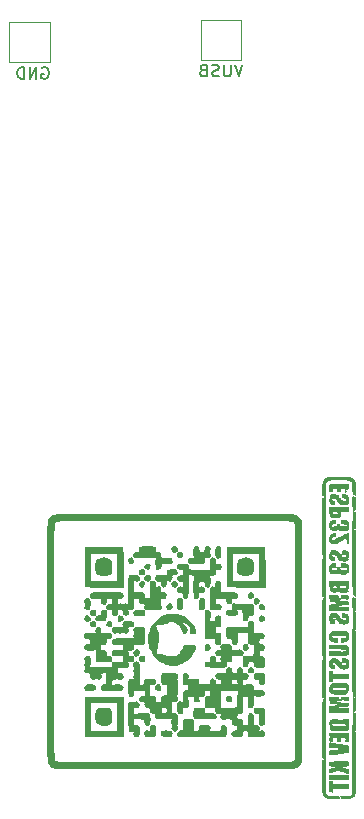
<source format=gbr>
%TF.GenerationSoftware,KiCad,Pcbnew,9.0.6*%
%TF.CreationDate,2026-01-19T20:12:22+07:00*%
%TF.ProjectId,ESP32S3_MOD_DEV,45535033-3253-4335-9f4d-4f445f444556,rev?*%
%TF.SameCoordinates,Original*%
%TF.FileFunction,Legend,Bot*%
%TF.FilePolarity,Positive*%
%FSLAX46Y46*%
G04 Gerber Fmt 4.6, Leading zero omitted, Abs format (unit mm)*
G04 Created by KiCad (PCBNEW 9.0.6) date 2026-01-19 20:12:22*
%MOMM*%
%LPD*%
G01*
G04 APERTURE LIST*
%ADD10C,0.150000*%
%ADD11C,0.000000*%
%ADD12C,0.120000*%
G04 APERTURE END LIST*
D10*
X117033332Y-43954819D02*
X116699999Y-44954819D01*
X116699999Y-44954819D02*
X116366666Y-43954819D01*
X116033332Y-43954819D02*
X116033332Y-44764342D01*
X116033332Y-44764342D02*
X115985713Y-44859580D01*
X115985713Y-44859580D02*
X115938094Y-44907200D01*
X115938094Y-44907200D02*
X115842856Y-44954819D01*
X115842856Y-44954819D02*
X115652380Y-44954819D01*
X115652380Y-44954819D02*
X115557142Y-44907200D01*
X115557142Y-44907200D02*
X115509523Y-44859580D01*
X115509523Y-44859580D02*
X115461904Y-44764342D01*
X115461904Y-44764342D02*
X115461904Y-43954819D01*
X115033332Y-44907200D02*
X114890475Y-44954819D01*
X114890475Y-44954819D02*
X114652380Y-44954819D01*
X114652380Y-44954819D02*
X114557142Y-44907200D01*
X114557142Y-44907200D02*
X114509523Y-44859580D01*
X114509523Y-44859580D02*
X114461904Y-44764342D01*
X114461904Y-44764342D02*
X114461904Y-44669104D01*
X114461904Y-44669104D02*
X114509523Y-44573866D01*
X114509523Y-44573866D02*
X114557142Y-44526247D01*
X114557142Y-44526247D02*
X114652380Y-44478628D01*
X114652380Y-44478628D02*
X114842856Y-44431009D01*
X114842856Y-44431009D02*
X114938094Y-44383390D01*
X114938094Y-44383390D02*
X114985713Y-44335771D01*
X114985713Y-44335771D02*
X115033332Y-44240533D01*
X115033332Y-44240533D02*
X115033332Y-44145295D01*
X115033332Y-44145295D02*
X114985713Y-44050057D01*
X114985713Y-44050057D02*
X114938094Y-44002438D01*
X114938094Y-44002438D02*
X114842856Y-43954819D01*
X114842856Y-43954819D02*
X114604761Y-43954819D01*
X114604761Y-43954819D02*
X114461904Y-44002438D01*
X113699999Y-44431009D02*
X113557142Y-44478628D01*
X113557142Y-44478628D02*
X113509523Y-44526247D01*
X113509523Y-44526247D02*
X113461904Y-44621485D01*
X113461904Y-44621485D02*
X113461904Y-44764342D01*
X113461904Y-44764342D02*
X113509523Y-44859580D01*
X113509523Y-44859580D02*
X113557142Y-44907200D01*
X113557142Y-44907200D02*
X113652380Y-44954819D01*
X113652380Y-44954819D02*
X114033332Y-44954819D01*
X114033332Y-44954819D02*
X114033332Y-43954819D01*
X114033332Y-43954819D02*
X113699999Y-43954819D01*
X113699999Y-43954819D02*
X113604761Y-44002438D01*
X113604761Y-44002438D02*
X113557142Y-44050057D01*
X113557142Y-44050057D02*
X113509523Y-44145295D01*
X113509523Y-44145295D02*
X113509523Y-44240533D01*
X113509523Y-44240533D02*
X113557142Y-44335771D01*
X113557142Y-44335771D02*
X113604761Y-44383390D01*
X113604761Y-44383390D02*
X113699999Y-44431009D01*
X113699999Y-44431009D02*
X114033332Y-44431009D01*
X100061904Y-44202438D02*
X100157142Y-44154819D01*
X100157142Y-44154819D02*
X100299999Y-44154819D01*
X100299999Y-44154819D02*
X100442856Y-44202438D01*
X100442856Y-44202438D02*
X100538094Y-44297676D01*
X100538094Y-44297676D02*
X100585713Y-44392914D01*
X100585713Y-44392914D02*
X100633332Y-44583390D01*
X100633332Y-44583390D02*
X100633332Y-44726247D01*
X100633332Y-44726247D02*
X100585713Y-44916723D01*
X100585713Y-44916723D02*
X100538094Y-45011961D01*
X100538094Y-45011961D02*
X100442856Y-45107200D01*
X100442856Y-45107200D02*
X100299999Y-45154819D01*
X100299999Y-45154819D02*
X100204761Y-45154819D01*
X100204761Y-45154819D02*
X100061904Y-45107200D01*
X100061904Y-45107200D02*
X100014285Y-45059580D01*
X100014285Y-45059580D02*
X100014285Y-44726247D01*
X100014285Y-44726247D02*
X100204761Y-44726247D01*
X99585713Y-45154819D02*
X99585713Y-44154819D01*
X99585713Y-44154819D02*
X99014285Y-45154819D01*
X99014285Y-45154819D02*
X99014285Y-44154819D01*
X98538094Y-45154819D02*
X98538094Y-44154819D01*
X98538094Y-44154819D02*
X98299999Y-44154819D01*
X98299999Y-44154819D02*
X98157142Y-44202438D01*
X98157142Y-44202438D02*
X98061904Y-44297676D01*
X98061904Y-44297676D02*
X98014285Y-44392914D01*
X98014285Y-44392914D02*
X97966666Y-44583390D01*
X97966666Y-44583390D02*
X97966666Y-44726247D01*
X97966666Y-44726247D02*
X98014285Y-44916723D01*
X98014285Y-44916723D02*
X98061904Y-45011961D01*
X98061904Y-45011961D02*
X98157142Y-45107200D01*
X98157142Y-45107200D02*
X98299999Y-45154819D01*
X98299999Y-45154819D02*
X98538094Y-45154819D01*
D11*
%TO.C,GIT*%
G36*
X114252600Y-93079519D02*
G01*
X114325595Y-93169582D01*
X114354493Y-93330832D01*
X114268051Y-93486254D01*
X114129396Y-93573920D01*
X113980126Y-93574090D01*
X113866899Y-93484006D01*
X113821986Y-93315987D01*
X113856586Y-93121870D01*
X113953124Y-93005890D01*
X114091760Y-92988131D01*
X114252600Y-93079519D01*
G37*
G36*
X104038649Y-90595985D02*
G01*
X104149564Y-90683333D01*
X104192042Y-90784520D01*
X104186984Y-90951610D01*
X104088144Y-91072271D01*
X103910784Y-91118676D01*
X103832163Y-91109295D01*
X103692397Y-91024576D01*
X103631812Y-90878973D01*
X103669930Y-90705940D01*
X103738689Y-90631117D01*
X103884401Y-90579395D01*
X104038649Y-90595985D01*
G37*
G36*
X108263323Y-93554880D02*
G01*
X108318114Y-93627288D01*
X108351801Y-93779485D01*
X108305564Y-93921893D01*
X108200967Y-94026978D01*
X108059574Y-94067204D01*
X107902948Y-94015038D01*
X107829532Y-93936339D01*
X107790855Y-93774206D01*
X107847303Y-93602177D01*
X107955608Y-93495948D01*
X108109733Y-93468572D01*
X108263323Y-93554880D01*
G37*
G36*
X111025498Y-89651807D02*
G01*
X111047396Y-89675797D01*
X111118459Y-89832107D01*
X111100754Y-89988839D01*
X111006932Y-90109581D01*
X110849645Y-90157919D01*
X110743014Y-90140548D01*
X110621630Y-90036942D01*
X110579432Y-89847786D01*
X110619945Y-89692158D01*
X110731526Y-89590356D01*
X110878640Y-89571664D01*
X111025498Y-89651807D01*
G37*
G36*
X118810281Y-90595985D02*
G01*
X118921195Y-90683333D01*
X118963673Y-90784520D01*
X118958615Y-90951610D01*
X118859775Y-91072271D01*
X118682415Y-91118676D01*
X118603794Y-91109295D01*
X118464029Y-91024576D01*
X118403444Y-90878973D01*
X118441561Y-90705940D01*
X118510321Y-90631117D01*
X118656032Y-90579395D01*
X118810281Y-90595985D01*
G37*
G36*
X107672378Y-85672170D02*
G01*
X107782945Y-85748733D01*
X107804843Y-85772724D01*
X107875906Y-85929034D01*
X107858201Y-86085766D01*
X107764379Y-86206507D01*
X107607092Y-86254846D01*
X107518276Y-86242686D01*
X107385497Y-86148194D01*
X107336879Y-85976913D01*
X107376670Y-85831587D01*
X107479555Y-85706347D01*
X107607092Y-85654373D01*
X107672378Y-85672170D01*
G37*
G36*
X108657919Y-87665957D02*
G01*
X108665233Y-87668407D01*
X108752365Y-87742643D01*
X108778014Y-87898183D01*
X108776762Y-87938512D01*
X108726761Y-88123463D01*
X108620388Y-88222641D01*
X108480473Y-88224809D01*
X108329849Y-88118731D01*
X108261748Y-88005300D01*
X108257368Y-87852382D01*
X108335538Y-87726082D01*
X108475855Y-87654555D01*
X108657919Y-87665957D01*
G37*
G36*
X110039007Y-96432860D02*
G01*
X110084411Y-96453275D01*
X110142998Y-96537017D01*
X110159101Y-96703073D01*
X110155995Y-96791807D01*
X110122285Y-96915733D01*
X110039007Y-96973286D01*
X109901503Y-96991372D01*
X109747074Y-96941396D01*
X109660804Y-96821179D01*
X109646792Y-96659096D01*
X109710800Y-96502318D01*
X109848141Y-96420126D01*
X110039007Y-96432860D01*
G37*
G36*
X111505876Y-84787977D02*
G01*
X111559625Y-84861720D01*
X111600236Y-84993853D01*
X111565450Y-85116623D01*
X111450689Y-85241996D01*
X111300000Y-85294090D01*
X111177230Y-85259303D01*
X111051857Y-85144543D01*
X110999763Y-84993853D01*
X111001244Y-84964164D01*
X111065546Y-84812307D01*
X111196897Y-84721824D01*
X111356579Y-84708464D01*
X111505876Y-84787977D01*
G37*
G36*
X111931276Y-85234689D02*
G01*
X111964029Y-85271275D01*
X112014309Y-85419105D01*
X112004342Y-85586402D01*
X111933801Y-85711678D01*
X111803113Y-85763128D01*
X111642309Y-85741715D01*
X111522467Y-85648655D01*
X111493070Y-85548085D01*
X111502238Y-85394369D01*
X111526195Y-85333544D01*
X111638662Y-85222236D01*
X111789097Y-85183550D01*
X111931276Y-85234689D01*
G37*
G36*
X117836172Y-88608587D02*
G01*
X117953239Y-88668747D01*
X117999081Y-88750491D01*
X118025295Y-88896926D01*
X118011135Y-89009682D01*
X117920402Y-89148270D01*
X117755083Y-89197163D01*
X117653603Y-89181429D01*
X117528873Y-89080615D01*
X117484870Y-88896926D01*
X117499030Y-88784171D01*
X117589763Y-88645583D01*
X117755083Y-88596690D01*
X117836172Y-88608587D01*
G37*
G36*
X118411314Y-89171428D02*
G01*
X118440822Y-89204892D01*
X118505298Y-89364075D01*
X118473561Y-89519336D01*
X118350892Y-89630544D01*
X118344153Y-89633555D01*
X118167586Y-89662987D01*
X118039519Y-89586260D01*
X117975921Y-89412653D01*
X117972810Y-89366692D01*
X118012610Y-89197244D01*
X118118415Y-89097438D01*
X118261043Y-89083444D01*
X118411314Y-89171428D01*
G37*
G36*
X118892576Y-89690902D02*
G01*
X118958310Y-89800186D01*
X118977451Y-89927241D01*
X118908032Y-90061523D01*
X118816050Y-90135419D01*
X118664111Y-90154869D01*
X118517474Y-90094965D01*
X118420767Y-89964584D01*
X118413956Y-89944275D01*
X118399177Y-89802752D01*
X118474004Y-89679359D01*
X118609410Y-89578858D01*
X118759030Y-89576543D01*
X118892576Y-89690902D01*
G37*
G36*
X116074538Y-97424288D02*
G01*
X116077862Y-97427185D01*
X116138691Y-97539275D01*
X116163830Y-97700062D01*
X116160091Y-97784632D01*
X116119817Y-97889175D01*
X116013846Y-97939374D01*
X115881134Y-97957095D01*
X115719396Y-97910351D01*
X115637855Y-97779058D01*
X115647866Y-97574539D01*
X115670098Y-97518736D01*
X115782215Y-97411516D01*
X115933389Y-97374272D01*
X116074538Y-97424288D01*
G37*
G36*
X117455626Y-93040836D02*
G01*
X117460288Y-93044849D01*
X117530877Y-93167103D01*
X117546533Y-93324625D01*
X117510200Y-93468695D01*
X117424822Y-93550591D01*
X117384455Y-93562042D01*
X117208012Y-93564717D01*
X117100729Y-93469373D01*
X117064539Y-93277476D01*
X117072671Y-93136501D01*
X117115568Y-93047964D01*
X117215437Y-93004604D01*
X117325845Y-92995981D01*
X117455626Y-93040836D01*
G37*
G36*
X117842862Y-94980343D02*
G01*
X117955945Y-95036466D01*
X118002563Y-95137991D01*
X118012990Y-95291666D01*
X117990233Y-95405734D01*
X117923388Y-95466246D01*
X117775195Y-95490436D01*
X117667305Y-95494586D01*
X117565126Y-95466475D01*
X117514572Y-95381020D01*
X117500952Y-95330863D01*
X117497120Y-95142083D01*
X117572083Y-95010875D01*
X117714193Y-94961702D01*
X117842862Y-94980343D01*
G37*
G36*
X104597578Y-90140761D02*
G01*
X104602186Y-90146762D01*
X104623480Y-90242946D01*
X104622597Y-90395962D01*
X104605500Y-90514529D01*
X104552448Y-90596775D01*
X104435967Y-90627625D01*
X104302033Y-90622274D01*
X104180766Y-90575237D01*
X104112440Y-90467007D01*
X104101718Y-90306540D01*
X104166383Y-90169929D01*
X104202702Y-90144302D01*
X104339271Y-90104897D01*
X104492143Y-90102279D01*
X104597578Y-90140761D01*
G37*
G36*
X104597578Y-91101518D02*
G01*
X104602186Y-91107518D01*
X104623480Y-91203703D01*
X104622597Y-91356719D01*
X104605500Y-91475286D01*
X104552448Y-91557531D01*
X104435967Y-91588381D01*
X104302033Y-91583031D01*
X104180766Y-91535993D01*
X104112440Y-91427763D01*
X104101718Y-91267297D01*
X104166383Y-91130685D01*
X104202702Y-91105058D01*
X104339271Y-91065653D01*
X104492143Y-91063036D01*
X104597578Y-91101518D01*
G37*
G36*
X105892434Y-91070141D02*
G01*
X105978665Y-91101518D01*
X105983273Y-91107518D01*
X106004568Y-91203703D01*
X106003685Y-91356719D01*
X106003254Y-91361795D01*
X105980405Y-91501288D01*
X105919426Y-91558185D01*
X105782194Y-91569030D01*
X105719280Y-91566043D01*
X105554064Y-91509528D01*
X105486080Y-91388751D01*
X105522410Y-91213410D01*
X105611158Y-91096292D01*
X105764355Y-91058629D01*
X105892434Y-91070141D01*
G37*
G36*
X106768889Y-90594274D02*
G01*
X106890156Y-90641311D01*
X106940443Y-90708491D01*
X106976596Y-90848463D01*
X106945458Y-90982173D01*
X106826485Y-91087046D01*
X106634955Y-91108003D01*
X106616646Y-91105781D01*
X106516953Y-91077813D01*
X106474856Y-91004427D01*
X106466194Y-90848463D01*
X106466279Y-90822395D01*
X106477899Y-90679175D01*
X106526070Y-90613738D01*
X106634955Y-90588923D01*
X106768889Y-90594274D01*
G37*
G36*
X108740840Y-86718066D02*
G01*
X108745448Y-86724067D01*
X108766743Y-86820251D01*
X108765860Y-86973267D01*
X108748763Y-87091834D01*
X108695710Y-87174079D01*
X108579229Y-87204930D01*
X108445295Y-87199579D01*
X108324028Y-87152542D01*
X108255702Y-87044312D01*
X108244980Y-86883845D01*
X108309645Y-86747234D01*
X108345964Y-86721607D01*
X108482533Y-86682202D01*
X108635405Y-86679584D01*
X108740840Y-86718066D01*
G37*
G36*
X108740840Y-94043835D02*
G01*
X108745448Y-94049835D01*
X108766743Y-94146019D01*
X108765860Y-94299036D01*
X108748763Y-94417602D01*
X108695710Y-94499848D01*
X108579229Y-94530698D01*
X108445295Y-94525348D01*
X108324028Y-94478310D01*
X108255702Y-94370080D01*
X108244980Y-94209614D01*
X108309645Y-94073002D01*
X108345964Y-94047375D01*
X108482533Y-94007970D01*
X108635405Y-94005352D01*
X108740840Y-94043835D01*
G37*
G36*
X109218361Y-87195587D02*
G01*
X109220375Y-87197851D01*
X109247293Y-87286037D01*
X109258392Y-87433663D01*
X109252679Y-87507150D01*
X109180219Y-87665614D01*
X109042058Y-87736084D01*
X108860489Y-87703446D01*
X108807043Y-87667725D01*
X108728026Y-87532913D01*
X108719764Y-87368730D01*
X108790023Y-87227612D01*
X108827982Y-87201313D01*
X108963911Y-87162610D01*
X109115170Y-87159121D01*
X109218361Y-87195587D01*
G37*
G36*
X111505876Y-87730294D02*
G01*
X111560263Y-87802362D01*
X111600236Y-87920719D01*
X111599071Y-87939150D01*
X111541884Y-88071837D01*
X111430774Y-88187150D01*
X111310433Y-88236406D01*
X111300768Y-88236080D01*
X111165885Y-88180637D01*
X111049379Y-88063106D01*
X110999763Y-87931152D01*
X111001365Y-87900911D01*
X111066356Y-87752280D01*
X111198114Y-87663978D01*
X111357626Y-87651488D01*
X111505876Y-87730294D01*
G37*
G36*
X108989691Y-86194856D02*
G01*
X109136593Y-86208143D01*
X109221218Y-86237688D01*
X109225826Y-86243689D01*
X109247121Y-86339873D01*
X109246238Y-86492889D01*
X109245808Y-86497966D01*
X109222958Y-86637458D01*
X109161979Y-86694355D01*
X109024747Y-86705201D01*
X109009886Y-86705039D01*
X108825499Y-86661130D01*
X108734381Y-86542639D01*
X108740292Y-86354211D01*
X108763049Y-86284521D01*
X108834377Y-86212364D01*
X108979316Y-86194799D01*
X108989691Y-86194856D01*
G37*
G36*
X108489347Y-90110973D02*
G01*
X108654420Y-90123001D01*
X108735621Y-90138806D01*
X108742569Y-90145568D01*
X108766222Y-90237232D01*
X108766294Y-90388675D01*
X108747990Y-90608274D01*
X108310053Y-90620371D01*
X108196569Y-90623164D01*
X108013461Y-90621821D01*
X107908227Y-90603194D01*
X107851685Y-90559095D01*
X107814654Y-90481333D01*
X107800362Y-90440761D01*
X107780085Y-90281113D01*
X107847623Y-90176927D01*
X108012163Y-90120826D01*
X108282891Y-90105438D01*
X108489347Y-90110973D01*
G37*
G36*
X115186528Y-84761138D02*
G01*
X115216575Y-84830445D01*
X115240993Y-84992828D01*
X115250627Y-85201468D01*
X115245348Y-85415813D01*
X115225026Y-85595311D01*
X115189531Y-85699409D01*
X115127520Y-85743526D01*
X114992908Y-85774468D01*
X114866145Y-85750277D01*
X114786670Y-85664838D01*
X114745674Y-85499108D01*
X114734036Y-85234042D01*
X114741408Y-85040669D01*
X114763724Y-84864716D01*
X114795765Y-84768676D01*
X114904385Y-84706836D01*
X115058685Y-84701623D01*
X115186528Y-84761138D01*
G37*
G36*
X106976596Y-99195035D02*
G01*
X106976596Y-100908313D01*
X105340307Y-100892336D01*
X103704019Y-100876359D01*
X103704019Y-99195035D01*
X103704019Y-98024113D01*
X104214421Y-98024113D01*
X104214421Y-99195035D01*
X104214421Y-100365957D01*
X105325295Y-100365957D01*
X106436170Y-100365957D01*
X106436170Y-99195035D01*
X106436170Y-98024113D01*
X105325295Y-98024113D01*
X104214421Y-98024113D01*
X103704019Y-98024113D01*
X103704019Y-97513711D01*
X105325295Y-97497881D01*
X105340307Y-97497734D01*
X106976596Y-97481758D01*
X106976596Y-99195035D01*
G37*
G36*
X110746861Y-100333402D02*
G01*
X110930671Y-100353035D01*
X111044799Y-100386560D01*
X111087105Y-100438497D01*
X111116979Y-100574836D01*
X111102367Y-100726561D01*
X111043446Y-100835000D01*
X110981135Y-100862975D01*
X110820998Y-100885728D01*
X110617807Y-100886823D01*
X110412191Y-100868610D01*
X110244781Y-100833440D01*
X110156209Y-100783664D01*
X110110131Y-100663341D01*
X110110666Y-100498595D01*
X110175466Y-100377293D01*
X110204778Y-100362418D01*
X110341170Y-100337638D01*
X110536112Y-100328118D01*
X110746861Y-100333402D01*
G37*
G36*
X111943975Y-89144589D02*
G01*
X111974022Y-89213897D01*
X111998439Y-89376280D01*
X112008074Y-89584920D01*
X112002794Y-89799265D01*
X111982473Y-89978762D01*
X111946978Y-90082860D01*
X111884967Y-90126977D01*
X111750354Y-90157919D01*
X111659132Y-90143420D01*
X111555612Y-90082860D01*
X111530686Y-90022165D01*
X111505984Y-89860846D01*
X111495791Y-89651347D01*
X111500211Y-89435503D01*
X111519347Y-89255151D01*
X111553303Y-89152127D01*
X111661946Y-89090263D01*
X111816180Y-89085083D01*
X111943975Y-89144589D01*
G37*
G36*
X104286976Y-96433249D02*
G01*
X104461301Y-96453902D01*
X104559692Y-96481703D01*
X104610346Y-96558934D01*
X104634752Y-96699264D01*
X104634745Y-96702646D01*
X104612757Y-96844983D01*
X104534454Y-96931031D01*
X104379270Y-96972141D01*
X104126636Y-96979662D01*
X103966574Y-96974153D01*
X103825757Y-96952933D01*
X103741810Y-96903507D01*
X103678273Y-96812259D01*
X103631365Y-96719069D01*
X103625260Y-96629406D01*
X103693036Y-96535067D01*
X103782889Y-96466572D01*
X103921309Y-96431881D01*
X104141399Y-96426144D01*
X104286976Y-96433249D01*
G37*
G36*
X104098094Y-89170549D02*
G01*
X104159026Y-89259432D01*
X104187847Y-89404306D01*
X104190490Y-89636260D01*
X104186587Y-89740964D01*
X104165743Y-89956915D01*
X104120621Y-90083487D01*
X104039174Y-90143037D01*
X103909353Y-90157919D01*
X103829746Y-90147248D01*
X103693543Y-90061840D01*
X103629549Y-89921461D01*
X103660968Y-89763000D01*
X103687230Y-89691358D01*
X103659102Y-89518716D01*
X103655497Y-89510627D01*
X103631791Y-89375341D01*
X103696885Y-89229646D01*
X103799439Y-89118579D01*
X103942570Y-89084926D01*
X104098094Y-89170549D01*
G37*
G36*
X105522938Y-90589489D02*
G01*
X105505437Y-91088652D01*
X105055925Y-91088652D01*
X104869161Y-91085325D01*
X104685651Y-91061759D01*
X104591624Y-91003167D01*
X104569214Y-90895228D01*
X104600554Y-90723619D01*
X104621108Y-90662960D01*
X104693657Y-90595317D01*
X104842436Y-90578250D01*
X104871023Y-90578125D01*
X104992078Y-90563851D01*
X105045425Y-90500696D01*
X105066470Y-90353073D01*
X105069537Y-90317902D01*
X105094880Y-90187605D01*
X105163094Y-90130749D01*
X105312773Y-90109111D01*
X105540440Y-90090326D01*
X105522938Y-90589489D01*
G37*
G36*
X113785335Y-89131616D02*
G01*
X113791019Y-89136608D01*
X113839843Y-89222547D01*
X113862908Y-89379337D01*
X113863982Y-89630905D01*
X113860103Y-89727167D01*
X113831116Y-89963827D01*
X113768884Y-90101136D01*
X113662976Y-90153689D01*
X113502962Y-90136082D01*
X113442691Y-90118800D01*
X113388088Y-90082519D01*
X113361057Y-90007571D01*
X113353811Y-89866837D01*
X113358562Y-89633201D01*
X113363477Y-89481456D01*
X113376077Y-89304689D01*
X113402256Y-89203154D01*
X113451470Y-89148687D01*
X113533173Y-89113126D01*
X113659471Y-89086850D01*
X113785335Y-89131616D01*
G37*
G36*
X109658368Y-99889242D02*
G01*
X109663186Y-99894881D01*
X109697634Y-99999168D01*
X109717934Y-100174886D01*
X109724102Y-100383896D01*
X109716154Y-100588058D01*
X109694106Y-100749232D01*
X109657974Y-100829279D01*
X109621579Y-100844586D01*
X109474527Y-100870790D01*
X109275495Y-100883217D01*
X109067268Y-100881583D01*
X108892634Y-100865605D01*
X108794379Y-100835000D01*
X108761241Y-100795098D01*
X108721654Y-100650682D01*
X108737900Y-100487316D01*
X108808187Y-100365834D01*
X108906875Y-100324703D01*
X109065874Y-100324451D01*
X109090129Y-100329211D01*
X109186978Y-100336290D01*
X109218436Y-100284904D01*
X109208467Y-100144876D01*
X109208893Y-99984731D01*
X109266028Y-99879589D01*
X109366797Y-99839405D01*
X109531614Y-99833678D01*
X109658368Y-99889242D01*
G37*
G36*
X118717497Y-98406240D02*
G01*
X118840927Y-98434151D01*
X118910993Y-98488640D01*
X118926841Y-98510406D01*
X118981792Y-98653259D01*
X118930693Y-98799198D01*
X118909365Y-98869004D01*
X118938264Y-99017821D01*
X118964680Y-99098727D01*
X118939032Y-99259695D01*
X118912769Y-99331337D01*
X118940898Y-99503979D01*
X118960918Y-99608555D01*
X118920927Y-99765831D01*
X118823477Y-99893181D01*
X118693738Y-99945626D01*
X118576526Y-99921883D01*
X118473575Y-99816251D01*
X118420756Y-99617209D01*
X118413794Y-99315130D01*
X118430924Y-98894799D01*
X118213098Y-98894799D01*
X118145343Y-98894242D01*
X118041023Y-98876702D01*
X118001473Y-98808372D01*
X117995272Y-98654610D01*
X117995272Y-98414421D01*
X118415603Y-98402104D01*
X118512756Y-98400024D01*
X118717497Y-98406240D01*
G37*
G36*
X105578385Y-85695444D02*
G01*
X105799549Y-85788095D01*
X105950981Y-85939597D01*
X105952766Y-85942843D01*
X105983037Y-86058320D01*
X106005001Y-86251636D01*
X106014013Y-86482753D01*
X106010345Y-86716795D01*
X105990815Y-86870690D01*
X105946488Y-86975876D01*
X105868450Y-87068214D01*
X105785829Y-87139592D01*
X105680854Y-87188121D01*
X105529544Y-87210307D01*
X105295134Y-87215603D01*
X105283833Y-87215598D01*
X105057012Y-87210553D01*
X104912128Y-87189147D01*
X104812627Y-87141245D01*
X104721955Y-87056716D01*
X104658942Y-86980229D01*
X104605533Y-86869568D01*
X104580759Y-86716491D01*
X104574704Y-86482319D01*
X104582761Y-86262806D01*
X104605032Y-86068504D01*
X104636532Y-85951284D01*
X104664176Y-85907407D01*
X104830385Y-85767625D01*
X105060414Y-85685506D01*
X105320877Y-85661347D01*
X105578385Y-85695444D01*
G37*
G36*
X105505294Y-98388288D02*
G01*
X105665067Y-98407820D01*
X105773865Y-98452503D01*
X105868450Y-98531786D01*
X105940268Y-98615038D01*
X105988527Y-98720026D01*
X106010580Y-98871512D01*
X106015839Y-99106182D01*
X106015839Y-99107285D01*
X106007316Y-99337787D01*
X105985111Y-99532264D01*
X105954012Y-99648716D01*
X105918944Y-99702537D01*
X105747891Y-99839596D01*
X105515399Y-99918242D01*
X105254743Y-99938478D01*
X104999197Y-99900302D01*
X104782035Y-99803715D01*
X104636532Y-99648716D01*
X104606108Y-99537726D01*
X104583388Y-99345603D01*
X104574704Y-99117680D01*
X104577715Y-98936623D01*
X104596508Y-98765635D01*
X104641283Y-98647415D01*
X104721955Y-98543283D01*
X104725874Y-98539069D01*
X104816197Y-98456201D01*
X104916812Y-98409555D01*
X105064273Y-98388998D01*
X105295134Y-98384397D01*
X105505294Y-98388288D01*
G37*
G36*
X118734187Y-95462406D02*
G01*
X118859208Y-95493188D01*
X118923711Y-95551658D01*
X118935291Y-95572162D01*
X118980272Y-95718973D01*
X118930693Y-95856881D01*
X118909427Y-95928834D01*
X118940130Y-96079599D01*
X118945269Y-96091226D01*
X118968166Y-96225728D01*
X118903114Y-96370353D01*
X118896417Y-96380299D01*
X118763455Y-96498278D01*
X118621193Y-96517293D01*
X118497154Y-96451376D01*
X118418863Y-96314562D01*
X118413843Y-96120884D01*
X118417062Y-96103632D01*
X118433959Y-95981074D01*
X118409360Y-95952002D01*
X118328514Y-95994578D01*
X118280053Y-96019425D01*
X118138188Y-96025046D01*
X118030602Y-95928349D01*
X117975805Y-95742558D01*
X117971217Y-95664329D01*
X117992514Y-95555509D01*
X118070999Y-95491986D01*
X118227514Y-95461871D01*
X118482897Y-95453276D01*
X118521218Y-95453193D01*
X118734187Y-95462406D01*
G37*
G36*
X117587841Y-85695444D02*
G01*
X117809005Y-85788095D01*
X117960438Y-85939597D01*
X117960823Y-85940268D01*
X117991729Y-86052196D01*
X118014226Y-86242818D01*
X118023469Y-86471255D01*
X118020624Y-86676401D01*
X118001834Y-86840905D01*
X117957432Y-86955099D01*
X117878044Y-87056716D01*
X117874126Y-87060930D01*
X117783803Y-87143799D01*
X117683188Y-87190445D01*
X117535727Y-87211002D01*
X117304866Y-87215603D01*
X117094706Y-87211712D01*
X116934932Y-87192179D01*
X116826135Y-87147497D01*
X116731549Y-87068214D01*
X116659731Y-86984961D01*
X116611472Y-86879974D01*
X116589420Y-86728487D01*
X116584161Y-86493817D01*
X116584161Y-86492715D01*
X116592684Y-86262212D01*
X116614888Y-86067735D01*
X116645988Y-85951284D01*
X116673632Y-85907407D01*
X116839841Y-85767625D01*
X117069871Y-85685506D01*
X117330333Y-85661347D01*
X117587841Y-85695444D01*
G37*
G36*
X117333455Y-84753689D02*
G01*
X117726900Y-84754970D01*
X118113679Y-84758953D01*
X118445186Y-84765217D01*
X118705215Y-84773363D01*
X118877561Y-84782989D01*
X118946020Y-84793696D01*
X118947834Y-84797246D01*
X118958020Y-84884298D01*
X118967157Y-85073215D01*
X118974887Y-85348423D01*
X118980851Y-85694345D01*
X118984692Y-86095406D01*
X118986052Y-86536032D01*
X118986052Y-88238337D01*
X117349763Y-88222360D01*
X115713475Y-88206383D01*
X115696605Y-86615130D01*
X115693448Y-86214762D01*
X115692608Y-85813987D01*
X115694283Y-85463569D01*
X115695841Y-85354137D01*
X116221284Y-85354137D01*
X116237592Y-86510047D01*
X116253900Y-87665957D01*
X117349763Y-87682324D01*
X118445626Y-87698690D01*
X118445626Y-86526413D01*
X118445626Y-85354137D01*
X117333455Y-85354137D01*
X116221284Y-85354137D01*
X115695841Y-85354137D01*
X115698308Y-85180941D01*
X115704522Y-84983531D01*
X115712761Y-84888770D01*
X115745787Y-84753664D01*
X117325888Y-84753664D01*
X117333455Y-84753689D01*
G37*
G36*
X113611190Y-98394261D02*
G01*
X113747952Y-98410150D01*
X113819503Y-98446772D01*
X113854296Y-98511697D01*
X113870071Y-98600351D01*
X113860024Y-98764026D01*
X113851728Y-98801221D01*
X113856690Y-98853177D01*
X113910589Y-98879155D01*
X114037105Y-98886072D01*
X114259922Y-98880846D01*
X114394133Y-98877913D01*
X114586222Y-98884958D01*
X114701359Y-98913180D01*
X114767730Y-98967382D01*
X114810836Y-99031656D01*
X114837494Y-99144301D01*
X114783310Y-99284045D01*
X114783193Y-99284263D01*
X114749951Y-99327320D01*
X114691408Y-99357628D01*
X114588607Y-99377393D01*
X114422593Y-99388817D01*
X114174409Y-99394106D01*
X113825099Y-99395463D01*
X113530969Y-99394656D01*
X113265602Y-99390124D01*
X113087764Y-99379870D01*
X112979539Y-99361955D01*
X112923012Y-99334441D01*
X112900267Y-99295388D01*
X112899794Y-99293548D01*
X112879084Y-99141624D01*
X112873454Y-98940403D01*
X112881326Y-98732152D01*
X112901125Y-98559141D01*
X112931276Y-98463635D01*
X112999442Y-98430502D01*
X113167670Y-98402363D01*
X113402404Y-98391448D01*
X113611190Y-98394261D01*
G37*
G36*
X107577590Y-91077960D02*
G01*
X107749476Y-91103032D01*
X107831350Y-91140281D01*
X107858814Y-91204148D01*
X107871019Y-91375338D01*
X107823247Y-91531371D01*
X107741197Y-91583492D01*
X107560306Y-91589206D01*
X107535485Y-91586351D01*
X107411698Y-91579987D01*
X107376915Y-91614408D01*
X107404874Y-91710029D01*
X107426117Y-91802654D01*
X107394978Y-91964855D01*
X107291771Y-92082445D01*
X107144699Y-92130482D01*
X106981968Y-92084024D01*
X106923361Y-92063853D01*
X106786815Y-92099387D01*
X106694866Y-92136957D01*
X106567356Y-92100294D01*
X106494592Y-92068352D01*
X106350636Y-92092502D01*
X106280543Y-92119510D01*
X106125452Y-92105397D01*
X106004539Y-92007009D01*
X105955792Y-91847883D01*
X105956896Y-91805383D01*
X105988009Y-91675753D01*
X106076948Y-91598555D01*
X106243857Y-91563281D01*
X106508882Y-91559426D01*
X106583130Y-91561243D01*
X106765401Y-91561493D01*
X106859219Y-91546603D01*
X106888936Y-91508712D01*
X106878905Y-91439956D01*
X106871952Y-91344272D01*
X106911151Y-91188807D01*
X106947290Y-91137291D01*
X107023256Y-91093621D01*
X107157834Y-91073677D01*
X107381624Y-91069713D01*
X107577590Y-91077960D01*
G37*
G36*
X111331681Y-86697020D02*
G01*
X111455112Y-86724931D01*
X111525177Y-86779420D01*
X111531191Y-86787546D01*
X111592755Y-86950389D01*
X111553950Y-87092990D01*
X111433206Y-87187012D01*
X111248954Y-87204115D01*
X111144947Y-87193229D01*
X111085247Y-87214174D01*
X111094474Y-87290269D01*
X111110396Y-87359804D01*
X111093325Y-87537600D01*
X111003726Y-87669680D01*
X110865468Y-87731253D01*
X110702417Y-87697528D01*
X110648079Y-87677834D01*
X110620662Y-87717650D01*
X110628720Y-87851556D01*
X110632348Y-87944623D01*
X110586114Y-88120258D01*
X110481237Y-88220524D01*
X110340641Y-88230655D01*
X110187253Y-88135885D01*
X110121815Y-88025922D01*
X110119158Y-87835548D01*
X110134307Y-87708146D01*
X110111592Y-87667666D01*
X110035248Y-87697993D01*
X109975859Y-87722096D01*
X109828085Y-87715226D01*
X109716048Y-87623438D01*
X109661486Y-87472299D01*
X109686136Y-87287378D01*
X109696135Y-87262059D01*
X109735781Y-87203538D01*
X109809311Y-87173706D01*
X109945360Y-87165842D01*
X110172565Y-87173228D01*
X110609456Y-87192988D01*
X110609456Y-86949095D01*
X110609456Y-86705201D01*
X111029787Y-86692884D01*
X111126941Y-86690805D01*
X111331681Y-86697020D01*
G37*
G36*
X114268051Y-84787977D02*
G01*
X114303957Y-84828870D01*
X114358928Y-84985935D01*
X114302201Y-85174298D01*
X114274656Y-85244263D01*
X114302201Y-85324013D01*
X114357477Y-85416586D01*
X114343166Y-85554108D01*
X114262511Y-85685648D01*
X114178862Y-85741603D01*
X113994175Y-85751861D01*
X113887219Y-85737122D01*
X113845580Y-85773738D01*
X113861362Y-85896290D01*
X113874245Y-85977516D01*
X113866357Y-86090300D01*
X113804235Y-86165146D01*
X113671468Y-86209719D01*
X113451648Y-86231684D01*
X113128363Y-86238709D01*
X112961181Y-86239433D01*
X112734409Y-86237220D01*
X112591744Y-86226191D01*
X112509888Y-86201356D01*
X112465545Y-86157727D01*
X112435418Y-86090315D01*
X112411854Y-85956583D01*
X112457662Y-85799484D01*
X112571734Y-85697586D01*
X112731333Y-85682244D01*
X112893787Y-85717925D01*
X112879533Y-85263608D01*
X112875708Y-85125472D01*
X112877133Y-84945834D01*
X112896175Y-84841153D01*
X112940566Y-84782186D01*
X113018035Y-84739691D01*
X113058966Y-84723173D01*
X113223109Y-84712653D01*
X113336050Y-84807853D01*
X113389552Y-85002937D01*
X113412105Y-85141212D01*
X113473851Y-85198985D01*
X113614729Y-85210023D01*
X113648712Y-85209883D01*
X113767365Y-85196115D01*
X113813928Y-85134221D01*
X113821986Y-84988268D01*
X113861128Y-84808848D01*
X113966808Y-84703408D01*
X114111608Y-84692339D01*
X114268051Y-84787977D01*
G37*
G36*
X105323999Y-84753671D02*
G01*
X105717953Y-84754947D01*
X106104457Y-84758918D01*
X106435804Y-84765180D01*
X106695760Y-84773332D01*
X106868091Y-84782972D01*
X106936564Y-84793696D01*
X106938359Y-84797193D01*
X106948550Y-84884053D01*
X106957691Y-85072802D01*
X106965425Y-85347857D01*
X106971392Y-85693640D01*
X106975235Y-86094570D01*
X106976596Y-86535067D01*
X106976596Y-88236406D01*
X105361743Y-88236406D01*
X104966490Y-88235984D01*
X104564284Y-88233832D01*
X104258425Y-88229166D01*
X104035659Y-88221222D01*
X103882733Y-88209238D01*
X103786391Y-88192452D01*
X103733379Y-88170102D01*
X103710443Y-88141424D01*
X103709492Y-88138537D01*
X103698818Y-88042171D01*
X103690099Y-87847216D01*
X103683335Y-87573552D01*
X103678526Y-87241057D01*
X103675672Y-86869610D01*
X103674774Y-86479090D01*
X103675831Y-86089375D01*
X103678843Y-85720345D01*
X103683810Y-85391878D01*
X103684785Y-85354137D01*
X104211827Y-85354137D01*
X104228136Y-86510047D01*
X104244444Y-87665957D01*
X105340307Y-87682324D01*
X106436170Y-87698690D01*
X106436170Y-86526413D01*
X106436170Y-85354137D01*
X105323999Y-85354137D01*
X104211827Y-85354137D01*
X103684785Y-85354137D01*
X103690733Y-85123854D01*
X103699610Y-84936150D01*
X103710443Y-84848646D01*
X103723673Y-84828050D01*
X103766193Y-84803568D01*
X103848266Y-84785023D01*
X103983314Y-84771624D01*
X104184760Y-84762579D01*
X104466027Y-84757099D01*
X104840536Y-84754391D01*
X105321712Y-84753664D01*
X105323999Y-84753671D01*
G37*
G36*
X116495694Y-89607299D02*
G01*
X116593936Y-89637760D01*
X116673212Y-89628489D01*
X116723472Y-89608532D01*
X116863382Y-89589853D01*
X117047850Y-89581704D01*
X117235852Y-89584362D01*
X117386367Y-89598103D01*
X117458375Y-89623203D01*
X117514255Y-89640049D01*
X117629537Y-89609052D01*
X117736091Y-89576987D01*
X117894207Y-89611610D01*
X117937596Y-89639758D01*
X117988424Y-89711753D01*
X118011889Y-89838758D01*
X118016989Y-90053131D01*
X118012311Y-90307434D01*
X117993491Y-90484976D01*
X117950808Y-90584727D01*
X117874465Y-90628548D01*
X117754661Y-90638298D01*
X117728265Y-90638411D01*
X117607928Y-90652645D01*
X117554658Y-90715811D01*
X117533530Y-90863475D01*
X117530545Y-90897912D01*
X117506434Y-91027623D01*
X117443225Y-91079331D01*
X117304728Y-91088652D01*
X117094562Y-91088652D01*
X117064539Y-90608274D01*
X117034515Y-90127896D01*
X116810263Y-90121129D01*
X116795199Y-90120698D01*
X116658309Y-90125197D01*
X116609757Y-90162266D01*
X116620531Y-90251901D01*
X116632180Y-90302528D01*
X116641833Y-90464842D01*
X116579112Y-90564625D01*
X116428936Y-90614627D01*
X116176226Y-90627600D01*
X116160420Y-90627511D01*
X115897022Y-90614250D01*
X115732366Y-90573198D01*
X115647483Y-90495610D01*
X115623404Y-90372742D01*
X115644459Y-90252562D01*
X115753329Y-90136752D01*
X115953616Y-90097872D01*
X115962099Y-90097863D01*
X116081655Y-90087033D01*
X116123238Y-90030936D01*
X116115797Y-89893004D01*
X116115581Y-89792958D01*
X116181236Y-89642367D01*
X116315747Y-89574610D01*
X116495694Y-89607299D01*
G37*
G36*
X114226257Y-90126470D02*
G01*
X114305172Y-90215166D01*
X114340120Y-90386739D01*
X114341258Y-90658623D01*
X114325018Y-91088652D01*
X114554093Y-91091585D01*
X114693460Y-91086649D01*
X114754241Y-91055347D01*
X114747509Y-90982169D01*
X114733444Y-90884358D01*
X114748441Y-90724035D01*
X114768546Y-90664229D01*
X114840798Y-90595588D01*
X114989048Y-90578250D01*
X115006953Y-90578536D01*
X115147890Y-90602523D01*
X115220739Y-90653309D01*
X115221608Y-90655782D01*
X115238674Y-90770997D01*
X115247042Y-90958576D01*
X115246740Y-91172942D01*
X115237795Y-91368515D01*
X115220234Y-91499719D01*
X115198733Y-91549713D01*
X115121826Y-91591105D01*
X114963852Y-91588855D01*
X114919572Y-91584782D01*
X114798496Y-91582378D01*
X114763954Y-91617199D01*
X114789589Y-91707134D01*
X114810215Y-91793161D01*
X114781284Y-91962061D01*
X114751791Y-92029545D01*
X114780049Y-92058008D01*
X114901221Y-92040725D01*
X114952767Y-92031914D01*
X115100735Y-92038030D01*
X115192952Y-92115963D01*
X115239988Y-92280993D01*
X115252417Y-92548405D01*
X115252268Y-92571818D01*
X115238535Y-92831815D01*
X115196753Y-92993744D01*
X115117888Y-93076815D01*
X114992908Y-93100236D01*
X114831337Y-93053719D01*
X114744916Y-92919639D01*
X114741387Y-92708075D01*
X114751175Y-92638159D01*
X114747991Y-92543498D01*
X114704126Y-92543190D01*
X114672230Y-92557787D01*
X114530333Y-92584808D01*
X114338391Y-92595452D01*
X114138720Y-92590197D01*
X113973636Y-92569524D01*
X113885457Y-92533913D01*
X113868858Y-92469083D01*
X113853663Y-92295608D01*
X113843350Y-92031678D01*
X113838505Y-91693165D01*
X113839716Y-91295941D01*
X113852009Y-90127896D01*
X114020770Y-90108545D01*
X114093220Y-90103220D01*
X114226257Y-90126470D01*
G37*
G36*
X109397466Y-84724023D02*
G01*
X109579977Y-84752868D01*
X109684627Y-84808294D01*
X109728137Y-84896871D01*
X109727223Y-85025168D01*
X109727172Y-85025608D01*
X109719311Y-85159524D01*
X109755530Y-85205729D01*
X109859742Y-85194836D01*
X109868133Y-85193261D01*
X110031870Y-85213641D01*
X110138174Y-85330240D01*
X110172448Y-85527525D01*
X110173541Y-85595270D01*
X110212030Y-85679069D01*
X110328499Y-85702122D01*
X110451481Y-85707331D01*
X110579432Y-85715305D01*
X110651220Y-85712987D01*
X110795658Y-85684084D01*
X110878548Y-85674854D01*
X111020835Y-85744071D01*
X111025199Y-85748535D01*
X111104373Y-85895512D01*
X111110112Y-86059450D01*
X111040065Y-86186269D01*
X110956762Y-86215923D01*
X110781605Y-86236091D01*
X110556439Y-86238007D01*
X110530587Y-86237098D01*
X110327301Y-86233466D01*
X110217459Y-86244509D01*
X110177020Y-86276496D01*
X110181941Y-86335700D01*
X110189141Y-86368243D01*
X110177217Y-86551984D01*
X110082315Y-86684380D01*
X109923942Y-86735224D01*
X109788971Y-86716493D01*
X109704607Y-86668479D01*
X109703331Y-86666206D01*
X109683642Y-86570452D01*
X109670524Y-86393291D01*
X109666757Y-86171252D01*
X109670159Y-85740769D01*
X108800384Y-85750361D01*
X108627039Y-85752180D01*
X108336906Y-85753484D01*
X108137125Y-85748990D01*
X108007468Y-85735902D01*
X107927713Y-85711422D01*
X107877633Y-85672751D01*
X107837004Y-85617092D01*
X107787212Y-85530863D01*
X107780141Y-85438657D01*
X107845947Y-85317722D01*
X107880345Y-85269080D01*
X107980307Y-85191848D01*
X108121190Y-85195751D01*
X108224872Y-85210971D01*
X108274380Y-85179926D01*
X108264106Y-85067036D01*
X108256551Y-85020602D01*
X108255476Y-84891287D01*
X108306426Y-84804979D01*
X108426353Y-84752892D01*
X108632210Y-84726237D01*
X108940952Y-84716229D01*
X109120377Y-84715191D01*
X109397466Y-84724023D01*
G37*
G36*
X112660631Y-99357360D02*
G01*
X112818732Y-99378664D01*
X112895787Y-99412537D01*
X112897114Y-99414929D01*
X112916437Y-99509466D01*
X112930482Y-99685645D01*
X112936290Y-99907311D01*
X112937597Y-100338663D01*
X113157223Y-100338663D01*
X113179315Y-100338614D01*
X113311227Y-100328448D01*
X113358387Y-100281783D01*
X113352332Y-100171618D01*
X113348636Y-100143224D01*
X113357036Y-99994582D01*
X113433697Y-99901797D01*
X113595129Y-99854055D01*
X113857840Y-99840544D01*
X114072754Y-99844622D01*
X114200137Y-99863684D01*
X114271464Y-99907942D01*
X114318737Y-99987605D01*
X114354100Y-100103729D01*
X114321215Y-100237991D01*
X114304018Y-100269908D01*
X114307335Y-100308251D01*
X114369921Y-100329344D01*
X114512037Y-100337898D01*
X114753946Y-100338625D01*
X114883113Y-100337490D01*
X115075718Y-100330998D01*
X115178588Y-100314982D01*
X115212275Y-100284648D01*
X115197330Y-100235201D01*
X115173956Y-100158044D01*
X115195900Y-99996614D01*
X115288764Y-99871487D01*
X115418786Y-99828386D01*
X115570272Y-99847315D01*
X115673743Y-99926146D01*
X115699665Y-100010186D01*
X115717353Y-100182573D01*
X115718282Y-100390332D01*
X115704039Y-100594711D01*
X115676211Y-100756956D01*
X115636386Y-100838312D01*
X115585594Y-100847762D01*
X115426606Y-100858065D01*
X115178531Y-100866225D01*
X114858799Y-100872289D01*
X114484843Y-100876301D01*
X114074092Y-100878308D01*
X113643978Y-100878356D01*
X113211931Y-100876489D01*
X112795383Y-100872753D01*
X112411764Y-100867194D01*
X112078505Y-100859858D01*
X111813038Y-100850789D01*
X111632793Y-100840035D01*
X111555201Y-100827639D01*
X111503838Y-100746953D01*
X111480142Y-100604715D01*
X111480529Y-100588560D01*
X111538997Y-100425163D01*
X111675882Y-100331090D01*
X111861030Y-100328231D01*
X111909936Y-100338001D01*
X111954474Y-100325294D01*
X111976340Y-100261106D01*
X111981476Y-100122600D01*
X111975823Y-99886936D01*
X111972383Y-99776106D01*
X111973386Y-99568351D01*
X112005882Y-99444148D01*
X112092002Y-99381537D01*
X112253877Y-99358555D01*
X112513638Y-99353240D01*
X112660631Y-99357360D01*
G37*
G36*
X104992730Y-91578201D02*
G01*
X105088808Y-91701902D01*
X105096246Y-91888627D01*
X105062410Y-92057808D01*
X105434042Y-92044369D01*
X105607899Y-92041361D01*
X105796489Y-92046188D01*
X105910756Y-92059228D01*
X105989584Y-92125745D01*
X106015839Y-92286292D01*
X106015737Y-92298174D01*
X105973075Y-92490536D01*
X105859927Y-92592758D01*
X105686359Y-92595396D01*
X105655409Y-92587975D01*
X105574324Y-92584658D01*
X105541565Y-92644057D01*
X105535461Y-92794809D01*
X105534614Y-92830189D01*
X105487351Y-93009177D01*
X105370343Y-93091443D01*
X105187256Y-93074046D01*
X105120193Y-93068233D01*
X105088144Y-93127282D01*
X105082173Y-93279238D01*
X105090350Y-93419530D01*
X105121886Y-93487787D01*
X105190189Y-93485570D01*
X105215381Y-93478239D01*
X105389748Y-93474614D01*
X105498169Y-93570306D01*
X105535461Y-93761178D01*
X105535782Y-93817096D01*
X105551146Y-93940021D01*
X105614705Y-93992393D01*
X105760638Y-94012332D01*
X105826024Y-94018267D01*
X105936499Y-94044868D01*
X105978912Y-94116693D01*
X105985815Y-94271158D01*
X105985815Y-94511347D01*
X105356642Y-94522351D01*
X105189742Y-94523319D01*
X104932120Y-94515688D01*
X104744712Y-94497653D01*
X104652364Y-94471024D01*
X104625035Y-94429135D01*
X104594086Y-94260510D01*
X104590994Y-93975999D01*
X104604728Y-93543304D01*
X104199741Y-93558003D01*
X104007675Y-93557143D01*
X103769348Y-93517001D01*
X103640337Y-93428490D01*
X103620980Y-93291923D01*
X103711617Y-93107611D01*
X103822476Y-93005256D01*
X103968182Y-92999948D01*
X103996858Y-93005440D01*
X104085011Y-93007211D01*
X104120514Y-92948677D01*
X104127079Y-92800000D01*
X104126912Y-92758213D01*
X104116037Y-92631830D01*
X104071031Y-92589056D01*
X103968182Y-92600051D01*
X103822601Y-92594796D01*
X103711617Y-92492389D01*
X103644152Y-92376504D01*
X103619161Y-92220738D01*
X103704062Y-92112948D01*
X103898644Y-92053327D01*
X104202696Y-92042071D01*
X104610637Y-92056843D01*
X104585774Y-91887446D01*
X104593540Y-91722824D01*
X104683106Y-91588459D01*
X104844917Y-91539007D01*
X104992730Y-91578201D01*
G37*
G36*
X115018446Y-87636558D02*
G01*
X115134352Y-87668441D01*
X115204899Y-87762159D01*
X115238265Y-87936527D01*
X115242629Y-88210357D01*
X115233097Y-88634662D01*
X115863593Y-88621978D01*
X116041517Y-88620670D01*
X116293533Y-88627883D01*
X116478168Y-88645058D01*
X116569149Y-88670392D01*
X116603106Y-88711561D01*
X116640832Y-88854891D01*
X116623806Y-89016927D01*
X116553988Y-89137239D01*
X116455136Y-89178375D01*
X116297607Y-89178883D01*
X116253882Y-89170542D01*
X116171043Y-89170093D01*
X116144752Y-89229672D01*
X116153691Y-89378909D01*
X116155273Y-89395880D01*
X116158210Y-89541947D01*
X116117067Y-89614216D01*
X116010471Y-89653696D01*
X115987211Y-89659082D01*
X115803655Y-89656424D01*
X115692699Y-89558562D01*
X115658947Y-89369221D01*
X115664466Y-89167112D01*
X115199508Y-89167126D01*
X115091987Y-89167424D01*
X114902301Y-89172462D01*
X114802963Y-89187985D01*
X114772837Y-89219426D01*
X114790782Y-89272222D01*
X114812581Y-89334398D01*
X114784855Y-89493452D01*
X114729733Y-89616732D01*
X114749526Y-89654141D01*
X114850385Y-89613429D01*
X114925077Y-89584118D01*
X115089922Y-89590468D01*
X115214082Y-89685329D01*
X115263120Y-89849043D01*
X115262701Y-89875920D01*
X115236256Y-90009439D01*
X115153674Y-90090758D01*
X114994045Y-90131570D01*
X114736459Y-90143570D01*
X114702862Y-90143622D01*
X114491637Y-90134521D01*
X114369803Y-90104183D01*
X114310811Y-90046558D01*
X114304667Y-90027262D01*
X114288443Y-89898874D01*
X114276126Y-89683354D01*
X114268826Y-89405348D01*
X114267654Y-89089500D01*
X114269877Y-88870151D01*
X114277078Y-88626714D01*
X114722695Y-88626714D01*
X114752718Y-88656737D01*
X114782742Y-88626714D01*
X114752718Y-88596690D01*
X114722695Y-88626714D01*
X114277078Y-88626714D01*
X114279017Y-88561157D01*
X114299521Y-88347947D01*
X114336964Y-88214924D01*
X114396920Y-88146492D01*
X114484964Y-88127055D01*
X114606671Y-88141017D01*
X114696152Y-88151129D01*
X114742596Y-88114321D01*
X114734881Y-87991978D01*
X114742336Y-87819835D01*
X114752718Y-87804102D01*
X114831258Y-87685082D01*
X114992908Y-87635934D01*
X115018446Y-87636558D01*
G37*
G36*
X108192183Y-97893619D02*
G01*
X108299054Y-97996810D01*
X108341438Y-98149811D01*
X108296929Y-98325670D01*
X108271957Y-98366951D01*
X108184460Y-98431390D01*
X108036622Y-98427545D01*
X107968867Y-98417378D01*
X107884102Y-98423043D01*
X107852172Y-98489265D01*
X107847250Y-98645809D01*
X107847218Y-98894799D01*
X108477746Y-98882531D01*
X108673430Y-98879944D01*
X108914506Y-98880506D01*
X109092927Y-98885479D01*
X109179997Y-98894379D01*
X109213214Y-98939407D01*
X109242003Y-99100935D01*
X109251720Y-99374820D01*
X109251464Y-99465842D01*
X109245392Y-99666444D01*
X109225360Y-99785547D01*
X109183647Y-99851978D01*
X109112534Y-99894564D01*
X109017651Y-99925053D01*
X108856252Y-99906502D01*
X108752688Y-99795800D01*
X108729982Y-99610069D01*
X108730600Y-99604750D01*
X108736784Y-99469337D01*
X108692978Y-99413947D01*
X108570803Y-99401369D01*
X108530321Y-99400417D01*
X108332269Y-99394377D01*
X108117445Y-99386357D01*
X107847184Y-99375177D01*
X107847233Y-99624167D01*
X107847880Y-99713159D01*
X107862669Y-99822231D01*
X107916974Y-99855399D01*
X108036622Y-99842431D01*
X108096260Y-99835721D01*
X108218435Y-99858195D01*
X108293252Y-99951747D01*
X108328791Y-100131968D01*
X108333135Y-100414448D01*
X108318974Y-100625568D01*
X108273467Y-100793581D01*
X108185737Y-100880110D01*
X108043819Y-100905463D01*
X107959929Y-100882822D01*
X107852827Y-100779095D01*
X107794989Y-100633707D01*
X107812990Y-100494026D01*
X107813339Y-100493372D01*
X107868919Y-100366590D01*
X107865940Y-100315021D01*
X107805248Y-100353948D01*
X107682641Y-100415259D01*
X107528861Y-100415474D01*
X107412221Y-100350945D01*
X107409259Y-100344337D01*
X107396643Y-100247576D01*
X107385741Y-100058490D01*
X107376783Y-99799861D01*
X107370002Y-99494473D01*
X107365627Y-99165108D01*
X107363889Y-98834551D01*
X107365021Y-98525585D01*
X107369252Y-98260991D01*
X107376815Y-98063554D01*
X107387939Y-97956058D01*
X107389242Y-97951740D01*
X107460368Y-97902177D01*
X107591420Y-97884181D01*
X107728145Y-97905771D01*
X107809720Y-97921346D01*
X107942656Y-97899558D01*
X108043234Y-97867188D01*
X108192183Y-97893619D01*
G37*
G36*
X115750128Y-93005791D02*
G01*
X115965472Y-93025685D01*
X116090937Y-93074728D01*
X116149423Y-93167353D01*
X116163830Y-93317992D01*
X116169616Y-93439116D01*
X116202618Y-93499978D01*
X116281656Y-93491263D01*
X116369999Y-93481351D01*
X116518201Y-93517403D01*
X116593816Y-93547137D01*
X116674131Y-93520730D01*
X116764629Y-93466104D01*
X116901297Y-93477966D01*
X117030226Y-93554880D01*
X117066206Y-93595869D01*
X117121099Y-93752913D01*
X117064330Y-93941288D01*
X117028536Y-93989868D01*
X116951833Y-94028260D01*
X116814365Y-94043427D01*
X116586714Y-94041545D01*
X116169353Y-94029214D01*
X116151580Y-94270280D01*
X116145597Y-94344063D01*
X116120265Y-94460004D01*
X116052075Y-94504263D01*
X115905852Y-94511347D01*
X115890415Y-94511373D01*
X115751919Y-94520200D01*
X115702122Y-94558864D01*
X115712151Y-94647686D01*
X115720511Y-94748417D01*
X115684792Y-94899150D01*
X115681898Y-94904443D01*
X115648109Y-94947622D01*
X115590562Y-94977284D01*
X115489997Y-94995541D01*
X115327154Y-95004505D01*
X115082773Y-95006288D01*
X114737594Y-95003001D01*
X113852009Y-94991726D01*
X113852009Y-94751536D01*
X113852552Y-94672249D01*
X113869210Y-94559751D01*
X113934049Y-94517671D01*
X114079964Y-94511347D01*
X114100709Y-94511302D01*
X114236306Y-94502141D01*
X114284000Y-94462427D01*
X114272692Y-94371134D01*
X114267739Y-94350379D01*
X114259535Y-94155381D01*
X114341492Y-94039337D01*
X114514463Y-94000945D01*
X114560732Y-94002945D01*
X114730726Y-94062208D01*
X114811372Y-94191048D01*
X114789944Y-94372309D01*
X114775070Y-94413789D01*
X114770759Y-94479942D01*
X114834376Y-94506484D01*
X114991974Y-94511347D01*
X115060042Y-94510945D01*
X115180631Y-94500498D01*
X115215178Y-94463546D01*
X115188768Y-94383836D01*
X115164454Y-94303793D01*
X115198362Y-94129843D01*
X115234038Y-94050485D01*
X115206243Y-94021734D01*
X115084594Y-94039653D01*
X114891958Y-94036970D01*
X114766666Y-93941727D01*
X114722695Y-93760756D01*
X114723668Y-93727930D01*
X114776970Y-93557484D01*
X114901659Y-93478995D01*
X115083742Y-93502475D01*
X115197969Y-93540349D01*
X115229891Y-93518279D01*
X115197427Y-93415646D01*
X115171372Y-93288084D01*
X115227688Y-93130087D01*
X115257187Y-93089716D01*
X115334422Y-93031021D01*
X115458057Y-93005764D01*
X115664626Y-93003349D01*
X115750128Y-93005791D01*
G37*
G36*
X117768788Y-91060300D02*
G01*
X117895841Y-91095142D01*
X117971649Y-91189878D01*
X118005919Y-91363891D01*
X118008362Y-91636561D01*
X117995272Y-92056700D01*
X118400258Y-92041999D01*
X118628106Y-92041255D01*
X118798310Y-92064744D01*
X118895648Y-92117702D01*
X118962844Y-92205530D01*
X118973765Y-92331014D01*
X118888383Y-92492389D01*
X118777524Y-92594743D01*
X118631817Y-92600051D01*
X118603141Y-92594559D01*
X118514989Y-92592788D01*
X118479486Y-92651323D01*
X118472920Y-92800000D01*
X118473100Y-92843677D01*
X118484126Y-92969012D01*
X118529691Y-93011027D01*
X118633843Y-92999543D01*
X118667021Y-92993906D01*
X118793195Y-93011121D01*
X118895388Y-93120928D01*
X118927332Y-93178419D01*
X118958085Y-93351194D01*
X118897475Y-93489685D01*
X118765145Y-93566777D01*
X118580733Y-93555355D01*
X118578973Y-93554802D01*
X118513384Y-93552785D01*
X118483037Y-93618419D01*
X118475650Y-93777688D01*
X118476429Y-93873664D01*
X118491887Y-93982878D01*
X118546618Y-94018523D01*
X118665506Y-94011208D01*
X118750261Y-94010971D01*
X118898136Y-94076733D01*
X118967696Y-94211672D01*
X118938558Y-94387681D01*
X118913496Y-94464302D01*
X118939032Y-94626829D01*
X118965807Y-94702162D01*
X118935272Y-94875271D01*
X118922738Y-94901437D01*
X118876583Y-94963473D01*
X118799355Y-94996160D01*
X118661442Y-95007082D01*
X118433230Y-95003823D01*
X117995272Y-94991726D01*
X117977413Y-94748915D01*
X117971180Y-94671531D01*
X117947461Y-94558597D01*
X117886006Y-94521699D01*
X117755491Y-94529927D01*
X117619583Y-94557783D01*
X117556985Y-94625376D01*
X117533161Y-94772738D01*
X117531213Y-94795377D01*
X117507575Y-94928517D01*
X117444628Y-94981938D01*
X117304728Y-94991726D01*
X117094562Y-94991726D01*
X117094562Y-94511347D01*
X117094562Y-94030969D01*
X117508942Y-94016905D01*
X117517047Y-94016626D01*
X117724922Y-94006774D01*
X117877961Y-93994577D01*
X117943552Y-93982610D01*
X117945648Y-93978312D01*
X117957507Y-93893101D01*
X117969572Y-93724670D01*
X117979528Y-93503832D01*
X117984426Y-93345675D01*
X117984049Y-93178501D01*
X117968266Y-93093568D01*
X117930896Y-93067737D01*
X117865758Y-93077867D01*
X117767037Y-93084298D01*
X117611696Y-93043792D01*
X117606319Y-93040873D01*
X117543583Y-92991845D01*
X117509498Y-92912274D01*
X117497500Y-92772420D01*
X117501020Y-92542545D01*
X117514893Y-92107955D01*
X117064539Y-92107953D01*
X116614184Y-92107951D01*
X116627275Y-92525196D01*
X116628040Y-92551846D01*
X116622339Y-92818484D01*
X116583328Y-92986888D01*
X116503162Y-93074868D01*
X116373995Y-93100236D01*
X116229488Y-93062691D01*
X116130361Y-92937959D01*
X116115969Y-92744192D01*
X116125864Y-92638573D01*
X116092740Y-92587980D01*
X115982576Y-92599064D01*
X115978947Y-92599779D01*
X115819736Y-92598459D01*
X115714457Y-92514217D01*
X115656290Y-92336248D01*
X115638416Y-92053749D01*
X115646344Y-91861256D01*
X115670653Y-91692425D01*
X115705969Y-91607283D01*
X115727088Y-91599009D01*
X115852310Y-91581903D01*
X116064697Y-91569140D01*
X116341135Y-91561840D01*
X116658507Y-91561124D01*
X116750156Y-91561909D01*
X117066503Y-91563284D01*
X117284010Y-91560020D01*
X117419833Y-91550070D01*
X117491128Y-91531384D01*
X117515051Y-91501915D01*
X117508759Y-91459614D01*
X117495243Y-91363244D01*
X117510615Y-91204413D01*
X117515512Y-91186425D01*
X117581380Y-91085961D01*
X117718850Y-91058629D01*
X117768788Y-91060300D01*
G37*
G36*
X111565773Y-90477760D02*
G01*
X111990544Y-90626592D01*
X112055211Y-90660510D01*
X112420630Y-90910689D01*
X112739653Y-91224948D01*
X112975510Y-91568141D01*
X113002967Y-91624328D01*
X113073253Y-91815578D01*
X113101418Y-91973460D01*
X113101166Y-92000490D01*
X113084067Y-92093465D01*
X113015487Y-92131916D01*
X112861229Y-92139480D01*
X112791862Y-92139024D01*
X112673885Y-92123903D01*
X112628482Y-92064901D01*
X112621040Y-91932140D01*
X112589734Y-91682115D01*
X112474706Y-91477962D01*
X112257788Y-91311664D01*
X112233568Y-91297917D01*
X112085014Y-91227695D01*
X112028997Y-91231919D01*
X112067050Y-91306896D01*
X112200709Y-91448936D01*
X112232628Y-91481859D01*
X112345746Y-91664102D01*
X112385027Y-91855534D01*
X112354351Y-92027612D01*
X112257601Y-92151791D01*
X112098656Y-92199527D01*
X112068250Y-92171412D01*
X112006913Y-92056906D01*
X111938136Y-91884279D01*
X111870023Y-91707299D01*
X111756057Y-91501988D01*
X111607729Y-91356156D01*
X111394532Y-91233271D01*
X111389584Y-91230885D01*
X111191587Y-91149472D01*
X111027130Y-91127773D01*
X110851698Y-91168046D01*
X110620775Y-91272551D01*
X110488513Y-91331512D01*
X110313730Y-91386955D01*
X110197807Y-91395933D01*
X110073789Y-91384678D01*
X109904210Y-91400836D01*
X109803236Y-91427892D01*
X109750796Y-91488543D01*
X109763733Y-91618786D01*
X109811288Y-91768386D01*
X109884550Y-91895350D01*
X109901206Y-91922379D01*
X109936588Y-92067376D01*
X109955487Y-92289882D01*
X109958838Y-92559423D01*
X109947574Y-92845524D01*
X109922630Y-93117710D01*
X109884938Y-93345506D01*
X109835433Y-93498437D01*
X109767136Y-93670400D01*
X109782526Y-93793752D01*
X109897892Y-93861278D01*
X110120490Y-93882761D01*
X110212484Y-93886631D01*
X110412696Y-93918357D01*
X110545874Y-93972831D01*
X110585577Y-93996082D01*
X110772280Y-94044212D01*
X111050488Y-94060993D01*
X111100990Y-94060915D01*
X111297164Y-94054085D01*
X111425704Y-94024062D01*
X111530394Y-93953864D01*
X111655019Y-93826506D01*
X111720086Y-93749591D01*
X111865026Y-93536621D01*
X111966221Y-93332221D01*
X112060946Y-93072423D01*
X112536147Y-93092174D01*
X112568582Y-93093532D01*
X112820472Y-93106537D01*
X112977175Y-93124944D01*
X113061216Y-93156732D01*
X113095122Y-93209877D01*
X113101418Y-93292357D01*
X113080671Y-93410920D01*
X113002228Y-93607583D01*
X112882204Y-93828797D01*
X112738591Y-94047666D01*
X112589383Y-94237298D01*
X112452571Y-94370800D01*
X112346148Y-94421276D01*
X112309193Y-94426324D01*
X112260756Y-94472204D01*
X112248787Y-94492528D01*
X112157414Y-94555729D01*
X112005555Y-94628486D01*
X111938527Y-94656502D01*
X111764907Y-94731993D01*
X111646086Y-94787724D01*
X111634472Y-94793150D01*
X111480050Y-94826759D01*
X111254990Y-94839197D01*
X111001637Y-94831549D01*
X110762337Y-94804903D01*
X110579432Y-94760345D01*
X110482466Y-94722424D01*
X110072565Y-94521418D01*
X109748535Y-94275885D01*
X109482668Y-93960664D01*
X109247254Y-93550591D01*
X109210738Y-93474869D01*
X109136521Y-93295902D01*
X109093316Y-93124721D01*
X109072702Y-92918744D01*
X109066257Y-92635391D01*
X109066938Y-92511105D01*
X109076967Y-92274735D01*
X109096329Y-92095517D01*
X109122233Y-92004895D01*
X109173739Y-91907111D01*
X109223716Y-91754289D01*
X109223855Y-91753711D01*
X109312351Y-91538249D01*
X109486389Y-91288535D01*
X109755089Y-90991476D01*
X109869621Y-90885104D01*
X110243814Y-90640932D01*
X110667705Y-90488962D01*
X111116592Y-90433228D01*
X111565773Y-90477760D01*
G37*
G36*
X114659531Y-85712752D02*
G01*
X114724007Y-85756415D01*
X114810481Y-85902511D01*
X114787410Y-86092450D01*
X114783407Y-86103066D01*
X114763202Y-86186964D01*
X114808607Y-86214580D01*
X114946122Y-86204647D01*
X115104294Y-86205364D01*
X115209063Y-86262482D01*
X115235900Y-86322039D01*
X115261281Y-86465012D01*
X115233367Y-86625160D01*
X115131607Y-86715367D01*
X114944399Y-86725175D01*
X114939685Y-86724627D01*
X114805283Y-86715286D01*
X114764602Y-86740758D01*
X114793549Y-86815465D01*
X114823888Y-86897095D01*
X114807752Y-87054402D01*
X114700987Y-87170392D01*
X114523478Y-87215603D01*
X114321687Y-87215603D01*
X114335862Y-87620922D01*
X114336277Y-87847402D01*
X114311876Y-88024245D01*
X114256846Y-88131324D01*
X114235415Y-88153844D01*
X114092093Y-88234390D01*
X113958724Y-88211313D01*
X113860343Y-88097578D01*
X113821986Y-87906146D01*
X113811835Y-87784450D01*
X113755803Y-87730529D01*
X113616982Y-87720000D01*
X113592111Y-87720096D01*
X113468944Y-87734078D01*
X113413792Y-87796803D01*
X113390625Y-87943912D01*
X113386414Y-87989774D01*
X113385573Y-88109937D01*
X113427669Y-88148234D01*
X113535432Y-88134592D01*
X113710170Y-88138661D01*
X113836594Y-88235374D01*
X113882033Y-88416548D01*
X113842788Y-88587727D01*
X113721745Y-88690382D01*
X113532541Y-88697927D01*
X113428362Y-88683409D01*
X113381160Y-88718899D01*
X113389468Y-88841119D01*
X113387145Y-88985785D01*
X113341151Y-89107642D01*
X113336517Y-89113001D01*
X113209110Y-89183967D01*
X113054921Y-89187733D01*
X112935553Y-89122104D01*
X112929190Y-89109978D01*
X112908005Y-88993694D01*
X112892624Y-88780449D01*
X112884021Y-88488522D01*
X112883165Y-88136192D01*
X112891253Y-87225339D01*
X112681087Y-87205302D01*
X112470922Y-87185266D01*
X112476196Y-88106592D01*
X112476748Y-88314495D01*
X112472033Y-88649919D01*
X112456258Y-88888987D01*
X112425485Y-89047473D01*
X112375773Y-89141149D01*
X112303182Y-89185788D01*
X112203772Y-89197163D01*
X112075793Y-89156898D01*
X111986059Y-89029378D01*
X111972706Y-88841119D01*
X111982645Y-88732282D01*
X111946734Y-88684590D01*
X111829633Y-88697927D01*
X111651515Y-88694105D01*
X111525296Y-88597687D01*
X111480142Y-88416548D01*
X111518335Y-88247889D01*
X111638435Y-88143259D01*
X111825562Y-88134356D01*
X111884205Y-88144928D01*
X111957272Y-88137794D01*
X111985723Y-88068288D01*
X111990544Y-87907564D01*
X111990530Y-87896680D01*
X111983124Y-87743131D01*
X111954868Y-87684906D01*
X111895169Y-87698819D01*
X111736793Y-87728623D01*
X111588451Y-87666239D01*
X111500666Y-87529394D01*
X111498627Y-87520999D01*
X111499133Y-87339081D01*
X111597330Y-87225061D01*
X111787675Y-87185579D01*
X111844154Y-87185067D01*
X111944961Y-87167567D01*
X111984018Y-87099206D01*
X111990544Y-86945390D01*
X111990111Y-86878521D01*
X111975330Y-86759169D01*
X111917591Y-86712927D01*
X111787675Y-86705201D01*
X111775862Y-86705097D01*
X111590114Y-86661801D01*
X111497095Y-86543996D01*
X111501630Y-86357547D01*
X111515184Y-86309092D01*
X111550226Y-86248664D01*
X111622211Y-86216515D01*
X111758852Y-86203749D01*
X111987863Y-86201471D01*
X112021802Y-86201509D01*
X112241647Y-86206162D01*
X112372029Y-86223360D01*
X112440186Y-86259895D01*
X112473356Y-86322563D01*
X112489059Y-86411016D01*
X112478967Y-86574428D01*
X112470677Y-86613110D01*
X112476325Y-86651716D01*
X112516737Y-86677670D01*
X112608981Y-86693483D01*
X112770121Y-86701667D01*
X113017223Y-86704736D01*
X113367355Y-86705201D01*
X114288564Y-86705201D01*
X114269906Y-86269681D01*
X114268317Y-86229640D01*
X114268086Y-85986187D01*
X114291224Y-85832778D01*
X114341143Y-85744267D01*
X114396723Y-85695515D01*
X114511320Y-85658915D01*
X114659531Y-85712752D01*
G37*
G36*
X107992141Y-87164860D02*
G01*
X108154879Y-87179780D01*
X108247871Y-87216986D01*
X108302637Y-87284996D01*
X108338629Y-87386426D01*
X108325691Y-87548546D01*
X108239459Y-87672953D01*
X108103819Y-87732190D01*
X107942656Y-87698799D01*
X107924201Y-87690212D01*
X107883968Y-87694080D01*
X107860662Y-87756954D01*
X107849895Y-87899176D01*
X107847281Y-88141090D01*
X107847281Y-88634445D01*
X108207565Y-88621340D01*
X108442535Y-88616322D01*
X108622329Y-88629099D01*
X108723497Y-88671633D01*
X108768054Y-88754176D01*
X108778014Y-88886978D01*
X108778233Y-88933749D01*
X108792714Y-89055081D01*
X108855783Y-89103449D01*
X109003191Y-89115071D01*
X109228369Y-89121016D01*
X109214485Y-88409359D01*
X109200602Y-87697702D01*
X109358885Y-87657976D01*
X109392279Y-87650557D01*
X109567933Y-87658712D01*
X109671837Y-87762765D01*
X109701765Y-87960750D01*
X109703610Y-88088357D01*
X109733081Y-88150497D01*
X109806848Y-88143787D01*
X109967914Y-88124542D01*
X110108107Y-88188484D01*
X110173891Y-88328968D01*
X110147880Y-88526481D01*
X110123667Y-88615297D01*
X110157755Y-88646270D01*
X110281298Y-88626252D01*
X110416708Y-88614636D01*
X110551868Y-88658779D01*
X110609459Y-88747598D01*
X110639480Y-88896926D01*
X110597448Y-89076595D01*
X110475596Y-89168966D01*
X110281298Y-89167601D01*
X110164442Y-89147453D01*
X110124440Y-89172954D01*
X110150658Y-89267372D01*
X110173218Y-89376910D01*
X110158560Y-89527423D01*
X110142260Y-89610465D01*
X110163562Y-89742892D01*
X110179221Y-89789393D01*
X110184316Y-89919534D01*
X110157320Y-90043670D01*
X110107063Y-90105192D01*
X110068102Y-90108041D01*
X109928513Y-90113793D01*
X109714932Y-90120632D01*
X109454596Y-90127622D01*
X109290964Y-90130547D01*
X109021983Y-90124643D01*
X108848569Y-90096051D01*
X108754413Y-90037291D01*
X108723205Y-89940888D01*
X108738638Y-89799363D01*
X108754999Y-89686106D01*
X108721513Y-89641027D01*
X108605825Y-89654934D01*
X108508149Y-89659156D01*
X108360551Y-89601925D01*
X108262307Y-89488752D01*
X108235061Y-89350582D01*
X108300458Y-89218359D01*
X108314160Y-89196103D01*
X108265382Y-89167212D01*
X108105304Y-89161315D01*
X107847281Y-89167139D01*
X107861015Y-89596190D01*
X107863097Y-89734197D01*
X107844930Y-89962706D01*
X107787397Y-90095822D01*
X107680791Y-90148721D01*
X107515406Y-90136580D01*
X107402209Y-90118677D01*
X107365124Y-90141359D01*
X107401638Y-90226770D01*
X107430749Y-90300479D01*
X107424360Y-90465658D01*
X107327555Y-90589513D01*
X107160137Y-90638298D01*
X107144286Y-90637947D01*
X106977209Y-90580256D01*
X106881622Y-90443811D01*
X106878795Y-90257409D01*
X106886326Y-90172592D01*
X106831789Y-90135838D01*
X106686338Y-90127896D01*
X106656068Y-90127988D01*
X106526055Y-90138610D01*
X106479706Y-90185183D01*
X106485693Y-90293576D01*
X106475667Y-90464560D01*
X106376088Y-90592806D01*
X106192675Y-90638298D01*
X106182506Y-90638149D01*
X106035911Y-90586399D01*
X105966399Y-90450864D01*
X105981201Y-90244996D01*
X105996160Y-90152225D01*
X105955420Y-90120468D01*
X105827494Y-90138544D01*
X105797287Y-90144099D01*
X105651892Y-90142034D01*
X105556473Y-90065680D01*
X105520686Y-90007423D01*
X105482932Y-89836002D01*
X105532968Y-89688483D01*
X105653720Y-89595029D01*
X105828114Y-89585805D01*
X105853488Y-89591194D01*
X105943047Y-89595729D01*
X105979134Y-89539310D01*
X105985815Y-89392426D01*
X105985529Y-89335636D01*
X105970631Y-89216812D01*
X105907369Y-89171586D01*
X105760638Y-89164410D01*
X105710189Y-89164640D01*
X105589282Y-89178982D01*
X105542957Y-89241294D01*
X105535461Y-89386905D01*
X105534512Y-89422068D01*
X105484675Y-89592368D01*
X105361765Y-89667770D01*
X105169430Y-89645693D01*
X105107195Y-89616815D01*
X105062928Y-89538423D01*
X105064804Y-89383281D01*
X105086020Y-89160810D01*
X104695936Y-89173429D01*
X104502671Y-89172776D01*
X104313402Y-89157174D01*
X104200089Y-89129446D01*
X104147844Y-89079806D01*
X104099580Y-88941835D01*
X104105451Y-88786641D01*
X104169385Y-88672668D01*
X104170680Y-88671763D01*
X104256682Y-88654591D01*
X104440057Y-88641002D01*
X104699164Y-88630972D01*
X105012363Y-88624474D01*
X105358013Y-88621485D01*
X105714474Y-88621979D01*
X106060107Y-88625932D01*
X106373269Y-88633317D01*
X106632322Y-88644111D01*
X106815625Y-88658288D01*
X106901536Y-88675824D01*
X106952911Y-88756275D01*
X106976596Y-88898358D01*
X106976221Y-88914247D01*
X106917870Y-89077737D01*
X106780997Y-89171968D01*
X106595707Y-89175070D01*
X106568005Y-89168794D01*
X106500701Y-89173490D01*
X106471678Y-89242104D01*
X106464827Y-89402649D01*
X106464976Y-89491988D01*
X106476023Y-89603068D01*
X106515816Y-89630680D01*
X106601562Y-89599609D01*
X106706079Y-89567571D01*
X106805448Y-89602470D01*
X106881400Y-89637734D01*
X107018434Y-89601185D01*
X107128770Y-89566773D01*
X107266269Y-89596972D01*
X107269244Y-89598798D01*
X107302978Y-89610508D01*
X107327737Y-89589414D01*
X107344740Y-89520969D01*
X107355203Y-89390627D01*
X107360346Y-89183840D01*
X107361385Y-88886064D01*
X107359539Y-88482751D01*
X107359437Y-88465648D01*
X107360152Y-88091112D01*
X107366182Y-87762072D01*
X107376793Y-87497172D01*
X107391248Y-87315056D01*
X107408812Y-87234367D01*
X107466712Y-87203452D01*
X107626405Y-87173997D01*
X107851415Y-87163061D01*
X107992141Y-87164860D01*
G37*
G36*
X108639680Y-91557345D02*
G01*
X108724405Y-91573010D01*
X108742078Y-91639700D01*
X108757318Y-91802192D01*
X108768390Y-92035919D01*
X108773671Y-92316378D01*
X108775057Y-92503761D01*
X108772591Y-92764692D01*
X108751758Y-92934449D01*
X108698549Y-93031717D01*
X108598954Y-93075183D01*
X108438964Y-93083532D01*
X108204569Y-93075451D01*
X107841289Y-93062211D01*
X107866193Y-93231892D01*
X107870562Y-93269925D01*
X107842413Y-93450691D01*
X107727767Y-93550129D01*
X107534717Y-93560222D01*
X107412307Y-93545508D01*
X107368727Y-93566730D01*
X107396834Y-93640489D01*
X107422170Y-93716963D01*
X107403773Y-93892866D01*
X107392696Y-93922805D01*
X107380254Y-93996228D01*
X107434329Y-94019740D01*
X107581243Y-94010839D01*
X107733326Y-94005704D01*
X107810572Y-94042376D01*
X107850040Y-94140677D01*
X107864577Y-94261309D01*
X107846415Y-94424006D01*
X107807543Y-94502672D01*
X107728044Y-94535227D01*
X107571799Y-94524261D01*
X107524148Y-94518037D01*
X107403774Y-94510038D01*
X107371764Y-94537992D01*
X107404123Y-94614864D01*
X107438092Y-94720072D01*
X107402084Y-94884290D01*
X107359496Y-94958234D01*
X107270369Y-95013222D01*
X107110682Y-95018420D01*
X107110478Y-95018407D01*
X106890504Y-95011380D01*
X106676359Y-95013356D01*
X106635715Y-95015196D01*
X106519645Y-95034696D01*
X106474084Y-95100452D01*
X106466194Y-95249335D01*
X106466314Y-95284162D01*
X106477203Y-95412949D01*
X106523906Y-95458689D01*
X106631874Y-95452605D01*
X106696513Y-95447920D01*
X106863508Y-95493774D01*
X106959318Y-95609487D01*
X106968902Y-95765622D01*
X106877218Y-95932742D01*
X106755965Y-96018138D01*
X106621524Y-96038953D01*
X106526141Y-95982343D01*
X106488098Y-95955034D01*
X106370210Y-95985670D01*
X106282120Y-96015625D01*
X106140162Y-96013871D01*
X106074847Y-96006287D01*
X106030607Y-96060613D01*
X106006867Y-96208863D01*
X105984901Y-96439190D01*
X106374985Y-96426570D01*
X106568250Y-96427223D01*
X106757520Y-96442826D01*
X106870832Y-96470554D01*
X106938330Y-96540666D01*
X106975930Y-96683567D01*
X106953685Y-96832543D01*
X106871513Y-96932542D01*
X106845703Y-96941049D01*
X106707941Y-96959206D01*
X106491512Y-96971320D01*
X106224795Y-96977522D01*
X105936167Y-96977944D01*
X105654009Y-96972718D01*
X105406700Y-96961975D01*
X105222618Y-96945846D01*
X105130142Y-96924464D01*
X105125376Y-96920989D01*
X105075572Y-96825484D01*
X105055083Y-96673552D01*
X105055084Y-96672124D01*
X105098394Y-96498590D01*
X105218191Y-96414155D01*
X105401069Y-96428323D01*
X105424400Y-96434342D01*
X105468295Y-96424396D01*
X105493198Y-96360347D01*
X105504318Y-96220214D01*
X105506867Y-95982014D01*
X105506867Y-95502127D01*
X105293032Y-95502127D01*
X105257181Y-95502226D01*
X105135365Y-95514339D01*
X105094945Y-95571944D01*
X105103544Y-95710673D01*
X105110481Y-95815902D01*
X105079868Y-95919679D01*
X104978988Y-95987064D01*
X104854401Y-96023839D01*
X104706039Y-95988521D01*
X104625033Y-95956774D01*
X104544781Y-95982343D01*
X104527596Y-96005810D01*
X104425392Y-96054303D01*
X104305782Y-96019996D01*
X104195765Y-95924500D01*
X104122342Y-95789424D01*
X104112512Y-95636377D01*
X104114260Y-95627585D01*
X104125860Y-95519058D01*
X104079768Y-95482260D01*
X103945499Y-95490580D01*
X103850861Y-95490786D01*
X103700752Y-95425445D01*
X103631252Y-95291913D01*
X103661442Y-95115392D01*
X103686503Y-95038771D01*
X103660968Y-94876243D01*
X103635265Y-94808081D01*
X103660968Y-94636054D01*
X103686670Y-94557409D01*
X103660968Y-94395865D01*
X103633948Y-94325767D01*
X103648017Y-94170632D01*
X103746390Y-94049698D01*
X103905544Y-94000945D01*
X103964224Y-94003158D01*
X104085056Y-94038070D01*
X104155343Y-94131052D01*
X104184844Y-94302146D01*
X104183319Y-94571395D01*
X104165490Y-94991726D01*
X104865487Y-94981589D01*
X104867164Y-94981564D01*
X105265045Y-94975847D01*
X105558239Y-94970868D01*
X105762076Y-94965109D01*
X105891886Y-94957053D01*
X105962999Y-94945181D01*
X105990745Y-94927977D01*
X105990453Y-94903921D01*
X105977455Y-94871497D01*
X105964191Y-94780229D01*
X105980860Y-94629807D01*
X105993597Y-94583923D01*
X106027392Y-94525180D01*
X106097499Y-94496007D01*
X106231798Y-94488519D01*
X106458166Y-94494835D01*
X106897452Y-94511347D01*
X106891988Y-94271051D01*
X106886525Y-94030755D01*
X106496384Y-94040905D01*
X106440501Y-94042035D01*
X106198174Y-94032364D01*
X106050065Y-93988007D01*
X105975997Y-93898184D01*
X105955792Y-93752116D01*
X105966154Y-93675264D01*
X106051728Y-93540278D01*
X106192552Y-93476510D01*
X106350636Y-93507497D01*
X106422812Y-93534228D01*
X106567356Y-93499705D01*
X106658752Y-93462879D01*
X106787073Y-93500774D01*
X106812605Y-93516039D01*
X106868623Y-93530233D01*
X106890789Y-93470816D01*
X106892156Y-93314670D01*
X106886763Y-93070213D01*
X107336879Y-93070213D01*
X107366903Y-93100236D01*
X107396926Y-93070213D01*
X107366903Y-93040189D01*
X107336879Y-93070213D01*
X106886763Y-93070213D01*
X106886525Y-93059423D01*
X106499161Y-93077166D01*
X106312281Y-93078241D01*
X106132846Y-93061855D01*
X106033794Y-93030173D01*
X105999642Y-92987594D01*
X105960295Y-92845172D01*
X105970563Y-92686869D01*
X106030851Y-92575124D01*
X106043700Y-92568681D01*
X106159901Y-92548283D01*
X106369591Y-92533268D01*
X106651981Y-92524751D01*
X106986281Y-92523848D01*
X107068565Y-92524584D01*
X107366903Y-92526058D01*
X107386025Y-92526153D01*
X107603664Y-92523159D01*
X107738172Y-92513615D01*
X107806240Y-92495535D01*
X107824559Y-92466931D01*
X107809819Y-92425817D01*
X107787294Y-92361180D01*
X107817257Y-92199527D01*
X107845052Y-92127151D01*
X107822453Y-91969046D01*
X107814716Y-91953369D01*
X107788564Y-91799124D01*
X107831156Y-91656842D01*
X107928824Y-91576906D01*
X107950986Y-91572074D01*
X108090790Y-91557200D01*
X108280453Y-91549648D01*
X108477556Y-91549627D01*
X108639680Y-91557345D01*
G37*
G36*
X108109687Y-94481507D02*
G01*
X108194714Y-94489376D01*
X108255923Y-94520751D01*
X108296979Y-94591727D01*
X108321549Y-94718400D01*
X108333298Y-94916867D01*
X108335893Y-95203223D01*
X108333000Y-95593563D01*
X108324694Y-96435590D01*
X108538951Y-96435590D01*
X108551422Y-96435574D01*
X108686015Y-96425988D01*
X108734523Y-96379627D01*
X108728692Y-96268545D01*
X108728087Y-96264360D01*
X108729961Y-96103765D01*
X108801253Y-96002844D01*
X108957808Y-95950802D01*
X109215472Y-95936839D01*
X109464922Y-95948546D01*
X109630075Y-95989183D01*
X109714851Y-96068360D01*
X109738770Y-96195735D01*
X109738723Y-96201523D01*
X109686456Y-96375236D01*
X109557428Y-96484949D01*
X109383669Y-96502951D01*
X109228369Y-96471891D01*
X109228369Y-96949240D01*
X109228369Y-97426588D01*
X109386070Y-97391951D01*
X109440542Y-97384301D01*
X109603540Y-97424057D01*
X109705561Y-97549719D01*
X109723887Y-97738015D01*
X109714865Y-97822661D01*
X109735917Y-97887177D01*
X109818272Y-97881533D01*
X109897940Y-97873619D01*
X110044956Y-97907203D01*
X110108699Y-97932205D01*
X110133620Y-97894917D01*
X110119158Y-97764452D01*
X110118035Y-97643566D01*
X110177802Y-97487805D01*
X110287982Y-97384562D01*
X110392550Y-97361535D01*
X110421783Y-97355097D01*
X110552411Y-97420669D01*
X110558003Y-97424716D01*
X110585833Y-97381251D01*
X110603362Y-97228358D01*
X110609456Y-96974885D01*
X110609456Y-96472025D01*
X110454155Y-96503018D01*
X110296886Y-96502414D01*
X110190999Y-96418341D01*
X110132219Y-96239946D01*
X110114066Y-95956822D01*
X110114242Y-95952482D01*
X110579432Y-95952482D01*
X110609456Y-95982506D01*
X110639480Y-95952482D01*
X110609456Y-95922458D01*
X110579432Y-95952482D01*
X110114242Y-95952482D01*
X110121828Y-95765555D01*
X110146097Y-95596739D01*
X110181619Y-95512355D01*
X110227921Y-95497064D01*
X110378151Y-95477262D01*
X110600050Y-95462988D01*
X110609456Y-95462761D01*
X110864705Y-95456602D01*
X111014308Y-95456326D01*
X111253006Y-95461496D01*
X111404913Y-95477124D01*
X111492542Y-95506416D01*
X111538411Y-95552581D01*
X111580597Y-95651606D01*
X111593394Y-95797278D01*
X111542453Y-95891035D01*
X111517384Y-95940959D01*
X111550347Y-96070892D01*
X111581298Y-96185844D01*
X111568573Y-96323948D01*
X111546006Y-96392179D01*
X111540063Y-96492908D01*
X111546539Y-96518250D01*
X111564300Y-96669175D01*
X111571412Y-96873627D01*
X111568242Y-97088286D01*
X111555161Y-97269837D01*
X111532537Y-97374961D01*
X111511860Y-97434716D01*
X111540027Y-97513611D01*
X111595302Y-97606185D01*
X111580991Y-97743706D01*
X111500336Y-97875246D01*
X111422225Y-97928281D01*
X111245135Y-97944086D01*
X111089834Y-97913026D01*
X111089834Y-98405114D01*
X111089834Y-98897202D01*
X111277896Y-98875247D01*
X111418604Y-98879222D01*
X111515682Y-98933749D01*
X111541259Y-99014611D01*
X111563066Y-99176984D01*
X111574806Y-99375065D01*
X111575425Y-99570117D01*
X111563874Y-99723402D01*
X111539099Y-99796182D01*
X111537192Y-99797539D01*
X111524840Y-99872030D01*
X111557532Y-100002925D01*
X111581318Y-100073554D01*
X111586032Y-100192655D01*
X111512888Y-100302902D01*
X111413960Y-100384148D01*
X111300000Y-100426004D01*
X111205138Y-100395192D01*
X111087112Y-100302902D01*
X111045252Y-100252084D01*
X111007016Y-100145945D01*
X111042468Y-100002925D01*
X111076341Y-99874611D01*
X111049104Y-99788891D01*
X111046830Y-99787333D01*
X111016730Y-99704470D01*
X111024358Y-99563454D01*
X111059737Y-99375177D01*
X110401888Y-99388717D01*
X110154211Y-99392343D01*
X109923461Y-99386609D01*
X109778544Y-99362056D01*
X109700153Y-99311106D01*
X109668980Y-99226177D01*
X109665719Y-99099690D01*
X109656222Y-98988870D01*
X109595644Y-98935499D01*
X109449434Y-98913190D01*
X109421786Y-98910789D01*
X109289691Y-98885822D01*
X109231731Y-98818363D01*
X109209732Y-98669622D01*
X109205219Y-98639598D01*
X110181368Y-98639598D01*
X110191050Y-98765932D01*
X110230283Y-98845570D01*
X110318304Y-98864775D01*
X110405095Y-98870018D01*
X110529486Y-98895463D01*
X110563329Y-98897815D01*
X110598921Y-98833627D01*
X110609456Y-98667884D01*
X110608486Y-98562520D01*
X110590571Y-98455492D01*
X110527951Y-98416365D01*
X110392550Y-98412019D01*
X110344800Y-98412779D01*
X110228266Y-98428602D01*
X110184952Y-98492178D01*
X110181368Y-98639598D01*
X109205219Y-98639598D01*
X109187454Y-98521400D01*
X109134573Y-98457848D01*
X109021931Y-98444444D01*
X108841962Y-98402609D01*
X108743190Y-98279749D01*
X108738638Y-98085888D01*
X108754999Y-97972631D01*
X108721513Y-97927552D01*
X108605825Y-97941459D01*
X108598334Y-97942869D01*
X108422197Y-97925293D01*
X108289810Y-97824966D01*
X108237588Y-97668847D01*
X108241486Y-97630148D01*
X108317504Y-97492039D01*
X108455803Y-97398251D01*
X108610464Y-97383876D01*
X108616109Y-97385278D01*
X108703459Y-97393390D01*
X108740378Y-97339669D01*
X108747990Y-97195125D01*
X108747990Y-96971856D01*
X108295122Y-96971856D01*
X107842254Y-96971856D01*
X107866675Y-97138251D01*
X107864172Y-97270623D01*
X107816801Y-97394167D01*
X107812296Y-97399382D01*
X107684904Y-97470456D01*
X107530621Y-97474271D01*
X107411080Y-97408629D01*
X107391876Y-97351716D01*
X107370315Y-97191812D01*
X107355467Y-96961853D01*
X107349766Y-96690363D01*
X107351308Y-96477905D01*
X107353649Y-96432860D01*
X107817257Y-96432860D01*
X107847281Y-96462884D01*
X107877305Y-96432860D01*
X107847281Y-96402837D01*
X107817257Y-96432860D01*
X107353649Y-96432860D01*
X107364919Y-96216057D01*
X107398893Y-96047934D01*
X107460808Y-95957325D01*
X107558244Y-95928017D01*
X107698778Y-95943798D01*
X107805130Y-95960873D01*
X107847281Y-95942784D01*
X107848922Y-95942080D01*
X107818715Y-95865135D01*
X107792785Y-95789734D01*
X107811257Y-95607982D01*
X107833741Y-95511008D01*
X107810943Y-95368617D01*
X107788218Y-95290666D01*
X107810943Y-95128428D01*
X107832687Y-95040046D01*
X107804613Y-94876928D01*
X107772729Y-94790589D01*
X107793533Y-94638542D01*
X107902720Y-94525570D01*
X108079673Y-94481324D01*
X108109687Y-94481507D01*
G37*
G36*
X111651421Y-81991939D02*
G01*
X112915990Y-81991973D01*
X114067319Y-81992105D01*
X115110836Y-81992396D01*
X116051970Y-81992909D01*
X116896150Y-81993706D01*
X117648805Y-81994850D01*
X118315362Y-81996402D01*
X118901252Y-81998427D01*
X119411903Y-82000986D01*
X119852744Y-82004141D01*
X120229204Y-82007955D01*
X120546710Y-82012490D01*
X120810693Y-82017810D01*
X121026581Y-82023975D01*
X121199802Y-82031050D01*
X121335786Y-82039095D01*
X121439962Y-82048174D01*
X121517757Y-82058349D01*
X121574602Y-82069683D01*
X121615924Y-82082238D01*
X121647153Y-82096076D01*
X121673716Y-82111259D01*
X121680344Y-82115369D01*
X121850469Y-82256518D01*
X121988740Y-82426283D01*
X121992860Y-82433109D01*
X122007684Y-82460372D01*
X122021179Y-82493725D01*
X122033407Y-82538597D01*
X122044431Y-82600416D01*
X122054312Y-82684611D01*
X122063114Y-82796611D01*
X122070899Y-82941846D01*
X122077728Y-83125742D01*
X122083666Y-83353731D01*
X122088773Y-83631239D01*
X122093113Y-83963697D01*
X122096748Y-84356532D01*
X122099741Y-84815174D01*
X122102153Y-85345051D01*
X122104048Y-85951593D01*
X122105487Y-86640227D01*
X122106534Y-87416383D01*
X122107250Y-88285490D01*
X122107699Y-89252977D01*
X122107942Y-90324271D01*
X122108042Y-91504803D01*
X122108061Y-92800000D01*
X122108061Y-93151421D01*
X122108026Y-94415990D01*
X122107895Y-95567319D01*
X122107604Y-96610836D01*
X122107091Y-97551970D01*
X122106294Y-98396150D01*
X122105150Y-99148805D01*
X122103597Y-99815362D01*
X122101572Y-100401252D01*
X122099014Y-100911903D01*
X122095859Y-101352744D01*
X122092045Y-101729204D01*
X122087509Y-102046710D01*
X122082190Y-102310693D01*
X122076024Y-102526581D01*
X122068950Y-102699802D01*
X122060904Y-102835786D01*
X122051825Y-102939962D01*
X122041650Y-103017757D01*
X122030317Y-103074602D01*
X122017762Y-103115924D01*
X122003924Y-103147153D01*
X121988740Y-103173716D01*
X121984630Y-103180344D01*
X121843482Y-103350469D01*
X121673716Y-103488740D01*
X121666890Y-103492860D01*
X121639627Y-103507684D01*
X121606274Y-103521179D01*
X121561403Y-103533407D01*
X121499584Y-103544431D01*
X121415388Y-103554312D01*
X121303388Y-103563114D01*
X121158154Y-103570899D01*
X120974257Y-103577728D01*
X120746269Y-103583666D01*
X120468760Y-103588773D01*
X120136303Y-103593113D01*
X119743468Y-103596748D01*
X119284826Y-103599741D01*
X118754948Y-103602153D01*
X118148407Y-103604048D01*
X117459772Y-103605487D01*
X116683616Y-103606534D01*
X115814509Y-103607250D01*
X114847023Y-103607699D01*
X113775728Y-103607942D01*
X112595197Y-103608042D01*
X111300000Y-103608061D01*
X110948579Y-103608061D01*
X109684009Y-103608026D01*
X108532681Y-103607895D01*
X107489163Y-103607604D01*
X106548029Y-103607091D01*
X105703849Y-103606294D01*
X104951195Y-103605150D01*
X104284637Y-103603597D01*
X103698747Y-103601572D01*
X103188096Y-103599014D01*
X102747255Y-103595859D01*
X102370796Y-103592045D01*
X102053289Y-103587509D01*
X101789306Y-103582190D01*
X101573419Y-103576024D01*
X101400197Y-103568950D01*
X101264213Y-103560904D01*
X101160038Y-103551825D01*
X101082242Y-103541650D01*
X101025398Y-103530317D01*
X100984076Y-103517762D01*
X100952847Y-103503924D01*
X100926283Y-103488740D01*
X100919655Y-103484630D01*
X100749530Y-103343482D01*
X100611259Y-103173716D01*
X100607139Y-103166890D01*
X100592315Y-103139627D01*
X100578820Y-103106274D01*
X100566592Y-103061403D01*
X100555569Y-102999584D01*
X100545687Y-102915388D01*
X100536886Y-102803388D01*
X100529101Y-102658154D01*
X100522271Y-102474257D01*
X100516334Y-102246269D01*
X100511226Y-101968760D01*
X100506886Y-101636303D01*
X100503251Y-101243468D01*
X100500259Y-100784826D01*
X100497846Y-100254948D01*
X100495952Y-99648407D01*
X100494512Y-98959772D01*
X100493465Y-98183616D01*
X100492749Y-97314509D01*
X100492301Y-96347023D01*
X100492058Y-95275728D01*
X100491958Y-94095197D01*
X100491938Y-92800000D01*
X101091962Y-92800000D01*
X101091962Y-92979632D01*
X101091985Y-94244834D01*
X101092094Y-95396122D01*
X101092353Y-96438944D01*
X101092827Y-97378745D01*
X101093581Y-98220973D01*
X101094679Y-98971075D01*
X101096188Y-99634496D01*
X101098170Y-100216684D01*
X101100692Y-100723085D01*
X101103819Y-101159146D01*
X101107614Y-101530314D01*
X101112143Y-101842035D01*
X101117470Y-102099756D01*
X101123661Y-102308924D01*
X101130781Y-102474985D01*
X101138893Y-102603386D01*
X101148064Y-102699573D01*
X101158357Y-102768994D01*
X101169838Y-102817095D01*
X101182572Y-102849322D01*
X101196623Y-102871123D01*
X101212057Y-102887943D01*
X101214232Y-102890107D01*
X101231406Y-102905350D01*
X101254295Y-102919220D01*
X101288345Y-102931781D01*
X101339003Y-102943098D01*
X101411716Y-102953236D01*
X101511930Y-102962261D01*
X101645092Y-102970235D01*
X101816648Y-102977226D01*
X102032046Y-102983297D01*
X102296731Y-102988513D01*
X102616151Y-102992939D01*
X102995752Y-102996640D01*
X103440982Y-102999681D01*
X103957285Y-103002126D01*
X104550110Y-103004041D01*
X105224903Y-103005491D01*
X105987111Y-103006539D01*
X106842179Y-103007251D01*
X107795556Y-103007693D01*
X108852687Y-103007928D01*
X110019019Y-103008021D01*
X111300000Y-103008038D01*
X111479632Y-103008037D01*
X112744834Y-103008014D01*
X113896122Y-103007906D01*
X114938944Y-103007647D01*
X115878745Y-103007173D01*
X116720973Y-103006419D01*
X117471075Y-103005320D01*
X118134496Y-103003812D01*
X118716684Y-103001829D01*
X119223085Y-102999307D01*
X119659146Y-102996181D01*
X120030314Y-102992386D01*
X120342035Y-102987857D01*
X120599756Y-102982529D01*
X120808924Y-102976338D01*
X120974985Y-102969219D01*
X121103386Y-102961106D01*
X121199573Y-102951936D01*
X121268994Y-102941642D01*
X121317095Y-102930161D01*
X121349322Y-102917427D01*
X121371123Y-102903376D01*
X121387943Y-102887943D01*
X121390107Y-102885768D01*
X121405350Y-102868593D01*
X121419220Y-102845704D01*
X121431781Y-102811654D01*
X121443098Y-102760996D01*
X121453236Y-102688284D01*
X121462261Y-102588070D01*
X121470235Y-102454908D01*
X121477226Y-102283352D01*
X121483297Y-102067954D01*
X121488513Y-101803268D01*
X121492939Y-101483848D01*
X121496640Y-101104247D01*
X121499681Y-100659018D01*
X121502126Y-100142714D01*
X121504041Y-99549889D01*
X121505491Y-98875096D01*
X121506539Y-98112889D01*
X121507251Y-97257820D01*
X121507693Y-96304444D01*
X121507928Y-95247312D01*
X121508021Y-94080980D01*
X121508038Y-92800000D01*
X121508037Y-92620368D01*
X121508014Y-91355166D01*
X121507906Y-90203878D01*
X121507647Y-89161056D01*
X121507173Y-88221254D01*
X121506419Y-87379026D01*
X121505320Y-86628925D01*
X121503812Y-85965504D01*
X121501829Y-85383316D01*
X121499307Y-84876914D01*
X121496181Y-84440853D01*
X121492386Y-84069685D01*
X121487857Y-83757964D01*
X121482529Y-83500243D01*
X121476338Y-83291076D01*
X121469219Y-83125015D01*
X121461106Y-82996614D01*
X121451936Y-82900426D01*
X121441642Y-82831006D01*
X121430161Y-82782905D01*
X121417427Y-82750678D01*
X121403376Y-82728877D01*
X121387943Y-82712057D01*
X121385768Y-82709892D01*
X121368593Y-82694649D01*
X121345704Y-82680780D01*
X121311654Y-82668219D01*
X121260996Y-82656901D01*
X121188284Y-82646763D01*
X121088070Y-82637739D01*
X120954908Y-82629764D01*
X120783352Y-82622774D01*
X120567954Y-82616703D01*
X120303268Y-82611487D01*
X119983848Y-82607061D01*
X119604247Y-82603359D01*
X119159018Y-82600319D01*
X118642714Y-82597873D01*
X118049889Y-82595958D01*
X117375096Y-82594509D01*
X116612889Y-82593460D01*
X115757820Y-82592748D01*
X114804444Y-82592307D01*
X113747312Y-82592072D01*
X112580980Y-82591979D01*
X111300000Y-82591962D01*
X111120368Y-82591962D01*
X109855166Y-82591985D01*
X108703878Y-82592094D01*
X107661056Y-82592353D01*
X106721254Y-82592827D01*
X105879026Y-82593581D01*
X105128925Y-82594679D01*
X104465504Y-82596188D01*
X103883316Y-82598170D01*
X103376914Y-82600692D01*
X102940853Y-82603819D01*
X102569685Y-82607614D01*
X102257964Y-82612143D01*
X102000243Y-82617470D01*
X101791076Y-82623661D01*
X101625015Y-82630781D01*
X101496614Y-82638893D01*
X101400426Y-82648064D01*
X101331006Y-82658357D01*
X101282905Y-82669838D01*
X101250678Y-82682572D01*
X101228877Y-82696623D01*
X101212057Y-82712057D01*
X101209892Y-82714232D01*
X101194649Y-82731406D01*
X101180780Y-82754295D01*
X101168219Y-82788345D01*
X101156901Y-82839003D01*
X101146763Y-82911716D01*
X101137739Y-83011930D01*
X101129764Y-83145092D01*
X101122774Y-83316648D01*
X101116703Y-83532046D01*
X101111487Y-83796731D01*
X101107061Y-84116151D01*
X101103359Y-84495752D01*
X101100319Y-84940982D01*
X101097873Y-85457285D01*
X101095958Y-86050110D01*
X101094509Y-86724903D01*
X101093460Y-87487111D01*
X101092748Y-88342179D01*
X101092307Y-89295556D01*
X101092072Y-90352687D01*
X101091979Y-91519019D01*
X101091962Y-92800000D01*
X100491938Y-92800000D01*
X100491939Y-92448579D01*
X100491973Y-91184009D01*
X100492105Y-90032681D01*
X100492396Y-88989163D01*
X100492909Y-88048029D01*
X100493706Y-87203849D01*
X100494850Y-86451195D01*
X100496402Y-85784637D01*
X100498427Y-85198747D01*
X100500986Y-84688096D01*
X100504141Y-84247255D01*
X100507955Y-83870796D01*
X100512490Y-83553289D01*
X100517810Y-83289306D01*
X100523975Y-83073419D01*
X100531050Y-82900197D01*
X100539095Y-82764213D01*
X100548174Y-82660038D01*
X100558349Y-82582242D01*
X100569683Y-82525398D01*
X100582238Y-82484076D01*
X100596076Y-82452847D01*
X100611259Y-82426283D01*
X100615369Y-82419655D01*
X100756518Y-82249530D01*
X100926283Y-82111259D01*
X100933109Y-82107139D01*
X100960372Y-82092315D01*
X100993725Y-82078820D01*
X101038597Y-82066592D01*
X101100416Y-82055569D01*
X101184611Y-82045687D01*
X101296611Y-82036886D01*
X101441846Y-82029101D01*
X101625742Y-82022271D01*
X101853731Y-82016334D01*
X102131239Y-82011226D01*
X102463697Y-82006886D01*
X102856532Y-82003251D01*
X103315174Y-82000259D01*
X103845051Y-81997846D01*
X104451593Y-81995952D01*
X105140227Y-81994512D01*
X105916383Y-81993465D01*
X106785490Y-81992749D01*
X107752977Y-81992301D01*
X108824271Y-81992058D01*
X110004803Y-81991958D01*
X111120368Y-81991941D01*
X111300000Y-81991938D01*
X111651421Y-81991939D01*
G37*
G36*
X117016250Y-95026258D02*
G01*
X117102679Y-95161616D01*
X117098926Y-95356002D01*
X117092615Y-95382845D01*
X117091943Y-95465753D01*
X117154001Y-95464028D01*
X117244525Y-95450516D01*
X117394933Y-95466772D01*
X117457132Y-95487410D01*
X117527364Y-95559189D01*
X117544917Y-95706084D01*
X117544855Y-95715210D01*
X117503443Y-95908464D01*
X117393964Y-96014783D01*
X117229084Y-96021516D01*
X117218468Y-96018907D01*
X117134503Y-96012749D01*
X117099098Y-96068690D01*
X117091833Y-96215604D01*
X117091833Y-96444140D01*
X117492579Y-96425193D01*
X117563353Y-96422510D01*
X117805940Y-96432161D01*
X117951471Y-96483925D01*
X118015592Y-96587642D01*
X118013949Y-96753157D01*
X117988811Y-96924435D01*
X118397632Y-96909074D01*
X118598006Y-96904915D01*
X118744792Y-96916658D01*
X118833275Y-96953185D01*
X118896252Y-97021919D01*
X118957690Y-97127080D01*
X118982284Y-97280610D01*
X118897154Y-97387489D01*
X118703250Y-97446879D01*
X118401526Y-97457941D01*
X117995272Y-97442642D01*
X118008362Y-97864646D01*
X118009355Y-97900782D01*
X118003046Y-98165450D01*
X117963771Y-98332365D01*
X117883719Y-98419404D01*
X117755083Y-98444444D01*
X117737962Y-98444166D01*
X117616187Y-98413667D01*
X117542334Y-98320015D01*
X117508558Y-98145061D01*
X117507013Y-97870662D01*
X117522212Y-97450935D01*
X117306632Y-97450935D01*
X117091052Y-97450935D01*
X117097217Y-98082796D01*
X117097718Y-98326310D01*
X117087911Y-98589454D01*
X117060120Y-98763001D01*
X117008184Y-98864846D01*
X116925939Y-98912885D01*
X116807225Y-98925013D01*
X116767154Y-98925354D01*
X116662782Y-98941630D01*
X116620619Y-99007999D01*
X116611460Y-99159433D01*
X116611025Y-99227108D01*
X116623132Y-99340727D01*
X116676973Y-99375754D01*
X116800801Y-99362494D01*
X116867125Y-99354083D01*
X116986752Y-99372173D01*
X117063832Y-99463927D01*
X117100143Y-99571586D01*
X117101949Y-99727406D01*
X117101381Y-99729685D01*
X117094272Y-99814144D01*
X117149268Y-99850503D01*
X117295191Y-99858285D01*
X117521281Y-99858285D01*
X117506317Y-99466613D01*
X117501106Y-99261842D01*
X117510017Y-99057068D01*
X117544821Y-98936435D01*
X117612929Y-98879239D01*
X117721753Y-98864775D01*
X117776760Y-98866898D01*
X117899816Y-98903395D01*
X117973145Y-99000114D01*
X118006181Y-99176371D01*
X118008362Y-99451481D01*
X118005159Y-99565483D01*
X118005093Y-99740462D01*
X118020356Y-99830008D01*
X118057926Y-99857885D01*
X118124785Y-99847856D01*
X118231053Y-99842797D01*
X118386900Y-99886286D01*
X118441702Y-99921162D01*
X118494553Y-100008356D01*
X118486717Y-100159272D01*
X118484068Y-100175717D01*
X118472253Y-100301227D01*
X118509612Y-100341906D01*
X118620093Y-100328062D01*
X118732401Y-100321613D01*
X118886152Y-100394730D01*
X118948621Y-100470182D01*
X118978493Y-100603417D01*
X118901000Y-100759555D01*
X118868371Y-100796623D01*
X118797653Y-100838102D01*
X118681097Y-100863447D01*
X118493962Y-100877108D01*
X118211507Y-100883533D01*
X118082700Y-100884501D01*
X117806790Y-100876974D01*
X117627191Y-100848496D01*
X117526837Y-100791360D01*
X117488660Y-100697862D01*
X117495595Y-100560296D01*
X117498666Y-100538603D01*
X117498939Y-100440294D01*
X117442030Y-100400622D01*
X117296556Y-100393251D01*
X117278657Y-100393286D01*
X117142913Y-100402768D01*
X117093683Y-100445388D01*
X117100422Y-100544734D01*
X117100603Y-100545734D01*
X117105082Y-100703255D01*
X117039590Y-100804444D01*
X116888044Y-100861035D01*
X116634361Y-100884763D01*
X116619250Y-100885284D01*
X116364535Y-100880549D01*
X116206695Y-100839262D01*
X116126266Y-100751202D01*
X116103782Y-100606146D01*
X116142280Y-100436751D01*
X116262653Y-100332696D01*
X116450383Y-100324190D01*
X116498533Y-100333303D01*
X116578363Y-100332234D01*
X116603250Y-100270797D01*
X116593856Y-100119516D01*
X116573516Y-99979447D01*
X116533881Y-99912827D01*
X116459838Y-99916945D01*
X116366212Y-99924239D01*
X116220194Y-99883608D01*
X116177998Y-99857334D01*
X116116456Y-99766702D01*
X116115797Y-99610069D01*
X116118999Y-99581985D01*
X116120940Y-99459891D01*
X116067609Y-99410342D01*
X115926595Y-99396807D01*
X115710539Y-99394829D01*
X115489317Y-99401871D01*
X115373622Y-99402958D01*
X115265709Y-99367251D01*
X115197915Y-99267742D01*
X115165104Y-99165074D01*
X115191550Y-99006400D01*
X115198111Y-98993935D01*
X115218387Y-98928236D01*
X115168243Y-98906167D01*
X115023457Y-98914481D01*
X114894956Y-98920305D01*
X114800797Y-98891297D01*
X114753167Y-98806141D01*
X114735940Y-98712327D01*
X114745097Y-98543505D01*
X114754846Y-98496410D01*
X114744410Y-98448499D01*
X114683014Y-98423254D01*
X114547616Y-98413668D01*
X114315176Y-98412732D01*
X113852009Y-98414421D01*
X113852009Y-97940587D01*
X113852102Y-97934042D01*
X114722695Y-97934042D01*
X114752718Y-97964066D01*
X114782742Y-97934042D01*
X114752718Y-97904019D01*
X114722695Y-97934042D01*
X113852102Y-97934042D01*
X113854901Y-97736435D01*
X113858574Y-97693152D01*
X115233097Y-97693152D01*
X115233097Y-98414421D01*
X115886817Y-98401204D01*
X116108135Y-98395382D01*
X116337613Y-98385915D01*
X116498091Y-98375159D01*
X116564026Y-98364500D01*
X116573445Y-98309291D01*
X116584049Y-98156182D01*
X116593616Y-97930494D01*
X116600849Y-97657149D01*
X116614184Y-96973286D01*
X115923640Y-96972585D01*
X115233097Y-96971883D01*
X115233097Y-97693152D01*
X113858574Y-97693152D01*
X113869815Y-97560678D01*
X113902093Y-97457572D01*
X113905851Y-97453664D01*
X114722695Y-97453664D01*
X114752718Y-97483688D01*
X114782742Y-97453664D01*
X114752718Y-97423640D01*
X114722695Y-97453664D01*
X113905851Y-97453664D01*
X113956884Y-97400599D01*
X114042330Y-97366156D01*
X114172681Y-97403717D01*
X114196389Y-97417964D01*
X114253778Y-97433871D01*
X114276512Y-97376183D01*
X114277972Y-97221780D01*
X114275249Y-97133347D01*
X114255928Y-97020329D01*
X114193853Y-96977361D01*
X114113344Y-96973286D01*
X114722695Y-96973286D01*
X114752718Y-97003309D01*
X114782742Y-96973286D01*
X114752718Y-96943262D01*
X114722695Y-96973286D01*
X114113344Y-96973286D01*
X114059566Y-96970564D01*
X114049781Y-96970573D01*
X113914431Y-96979991D01*
X113865540Y-97026261D01*
X113871308Y-97137601D01*
X113874576Y-97164177D01*
X113849391Y-97347267D01*
X113738525Y-97451717D01*
X113553548Y-97465584D01*
X113500530Y-97457373D01*
X113410851Y-97458582D01*
X113382707Y-97518393D01*
X113391686Y-97667214D01*
X113392936Y-97680560D01*
X113396190Y-97827674D01*
X113355189Y-97900496D01*
X113248296Y-97940221D01*
X113223640Y-97945904D01*
X113040630Y-97942754D01*
X112930287Y-97844424D01*
X112896892Y-97654395D01*
X112897638Y-97623155D01*
X112887502Y-97505229D01*
X112827598Y-97458946D01*
X112682812Y-97450935D01*
X112463094Y-97450935D01*
X112479563Y-97882328D01*
X112482387Y-98000679D01*
X112467796Y-98237414D01*
X112414314Y-98377431D01*
X112313152Y-98435480D01*
X112155525Y-98426312D01*
X112104008Y-98416796D01*
X112026251Y-98421046D01*
X111995790Y-98487072D01*
X111990544Y-98644013D01*
X111990291Y-98689852D01*
X111977530Y-98827685D01*
X111928929Y-98890336D01*
X111821782Y-98914150D01*
X111678206Y-98913324D01*
X111565517Y-98849841D01*
X111507285Y-98702808D01*
X111491826Y-98455998D01*
X111494773Y-98313157D01*
X111504861Y-98128300D01*
X111519146Y-98015585D01*
X111522527Y-98004526D01*
X111608788Y-97912677D01*
X111751004Y-97872777D01*
X111895169Y-97901247D01*
X111906180Y-97906777D01*
X111949922Y-97910723D01*
X111973627Y-97857513D01*
X111981569Y-97726240D01*
X111978022Y-97495997D01*
X111976188Y-97324210D01*
X111993227Y-97093570D01*
X112043149Y-96957349D01*
X112133644Y-96900146D01*
X112272405Y-96906561D01*
X112317060Y-96914991D01*
X112401921Y-96914393D01*
X112435169Y-96852696D01*
X112440898Y-96700428D01*
X112440640Y-96647712D01*
X112429590Y-96523949D01*
X112386493Y-96483725D01*
X112290000Y-96498469D01*
X112268372Y-96503528D01*
X112124982Y-96506044D01*
X112033156Y-96430645D01*
X111984651Y-96264283D01*
X111971223Y-95993911D01*
X111971372Y-95970498D01*
X111985105Y-95710501D01*
X112026887Y-95548572D01*
X112105752Y-95465502D01*
X112230733Y-95442080D01*
X112379163Y-95481545D01*
X112474759Y-95605542D01*
X112481804Y-95792987D01*
X112447711Y-95963454D01*
X112819600Y-95945832D01*
X113067192Y-95938425D01*
X113250952Y-95951058D01*
X113353071Y-95994902D01*
X113393512Y-96079289D01*
X113392239Y-96213554D01*
X113371330Y-96432860D01*
X113834232Y-96432896D01*
X113990499Y-96432354D01*
X114160194Y-96426097D01*
X114247083Y-96407139D01*
X114274211Y-96368545D01*
X114264619Y-96303382D01*
X114259434Y-96279001D01*
X114274580Y-96105823D01*
X114367315Y-95974525D01*
X114513258Y-95922458D01*
X114615217Y-95945397D01*
X114740076Y-96044152D01*
X114752718Y-96069857D01*
X114808792Y-96183870D01*
X114792931Y-96323751D01*
X114782540Y-96344151D01*
X114772871Y-96402190D01*
X114834969Y-96427382D01*
X114992908Y-96432860D01*
X116133496Y-96432860D01*
X116388852Y-96432860D01*
X116457039Y-96432860D01*
X116587146Y-96432860D01*
X116634114Y-96432860D01*
X116632429Y-96430656D01*
X116618671Y-96359642D01*
X116601181Y-96219692D01*
X116600896Y-96217034D01*
X116574721Y-96075824D01*
X116512638Y-96017784D01*
X116376248Y-96006525D01*
X116372261Y-96006527D01*
X116238062Y-96018218D01*
X116177920Y-96077131D01*
X116153824Y-96219692D01*
X116133496Y-96432860D01*
X114992908Y-96432860D01*
X115020606Y-96432780D01*
X115164409Y-96424655D01*
X115215340Y-96394884D01*
X115197143Y-96331709D01*
X115174648Y-96247649D01*
X115200675Y-96078884D01*
X115230620Y-95991388D01*
X115215408Y-95954580D01*
X115118208Y-95991060D01*
X115065057Y-96010698D01*
X114894974Y-96009913D01*
X114770794Y-95916006D01*
X114722695Y-95747556D01*
X114723279Y-95717213D01*
X114752907Y-95582441D01*
X114841511Y-95501527D01*
X115008707Y-95464254D01*
X115233097Y-95461002D01*
X115274116Y-95460407D01*
X115671103Y-95472104D01*
X115641381Y-95289176D01*
X115638823Y-95271603D01*
X115659858Y-95093537D01*
X115771589Y-94990867D01*
X115965045Y-94972375D01*
X116075028Y-94999802D01*
X116133095Y-95074195D01*
X116163830Y-95231915D01*
X116168057Y-95264609D01*
X116197995Y-95402627D01*
X116256691Y-95460421D01*
X116373995Y-95472104D01*
X116376248Y-95472087D01*
X116398539Y-95471917D01*
X116504167Y-95455002D01*
X116556091Y-95386373D01*
X116584161Y-95231915D01*
X116587386Y-95206819D01*
X116618296Y-95063061D01*
X116680366Y-94997571D01*
X116805348Y-94973207D01*
X116856254Y-94971595D01*
X117016250Y-95026258D01*
G37*
D12*
%TO.C,VUSB*%
X113500000Y-40200000D02*
X113500000Y-43600000D01*
X113500000Y-43600000D02*
X116900000Y-43600000D01*
X116900000Y-40200000D02*
X113500000Y-40200000D01*
X116900000Y-43600000D02*
X116900000Y-40200000D01*
D11*
%TO.C,IF*%
G36*
X123821478Y-80547921D02*
G01*
X123806813Y-80562586D01*
X123792147Y-80547921D01*
X123806813Y-80533256D01*
X123821478Y-80547921D01*
G37*
G36*
X125287990Y-105889261D02*
G01*
X125273325Y-105903926D01*
X125258660Y-105889261D01*
X125273325Y-105874595D01*
X125287990Y-105889261D01*
G37*
G36*
X125493302Y-97764780D02*
G01*
X125478637Y-97779445D01*
X125463972Y-97764780D01*
X125478637Y-97750115D01*
X125493302Y-97764780D01*
G37*
G36*
X126021247Y-88555080D02*
G01*
X126006582Y-88569746D01*
X125991916Y-88555080D01*
X126006582Y-88540415D01*
X126021247Y-88555080D01*
G37*
G36*
X126021247Y-97090184D02*
G01*
X126006582Y-97104849D01*
X125991916Y-97090184D01*
X126006582Y-97075519D01*
X126021247Y-97090184D01*
G37*
G36*
X126050577Y-80166628D02*
G01*
X126035912Y-80181293D01*
X126021247Y-80166628D01*
X126035912Y-80151963D01*
X126050577Y-80166628D01*
G37*
G36*
X126578522Y-98791339D02*
G01*
X126563856Y-98806004D01*
X126549191Y-98791339D01*
X126563856Y-98776674D01*
X126578522Y-98791339D01*
G37*
G36*
X126607852Y-97530138D02*
G01*
X126593187Y-97544803D01*
X126578522Y-97530138D01*
X126593187Y-97515473D01*
X126607852Y-97530138D01*
G37*
G36*
X126637182Y-91840069D02*
G01*
X126622517Y-91854734D01*
X126607852Y-91840069D01*
X126622517Y-91825404D01*
X126637182Y-91840069D01*
G37*
G36*
X126637182Y-100375173D02*
G01*
X126622517Y-100389838D01*
X126607852Y-100375173D01*
X126622517Y-100360508D01*
X126637182Y-100375173D01*
G37*
G36*
X126032463Y-80011539D02*
G01*
X126031853Y-80049307D01*
X126022356Y-80070367D01*
X126003444Y-80093302D01*
X125998192Y-80088439D01*
X125991916Y-80049307D01*
X125995117Y-80029082D01*
X126020326Y-80005311D01*
X126032463Y-80011539D01*
G37*
G36*
X125784713Y-102947267D02*
G01*
X125916569Y-102949036D01*
X126005715Y-102951752D01*
X126044177Y-102955348D01*
X126064990Y-102981774D01*
X126075068Y-103050295D01*
X126073924Y-103168477D01*
X126065242Y-103366859D01*
X125727944Y-103381524D01*
X125390646Y-103396189D01*
X125698614Y-103482131D01*
X125800871Y-103511509D01*
X125915068Y-103546574D01*
X125999003Y-103575024D01*
X126039474Y-103592581D01*
X126056003Y-103629097D01*
X126069737Y-103708011D01*
X126076563Y-103810666D01*
X126080761Y-104004242D01*
X125999676Y-103990416D01*
X125990384Y-103988598D01*
X125921382Y-103971346D01*
X125812549Y-103941118D01*
X125676868Y-103901596D01*
X125527325Y-103856462D01*
X125136059Y-103736335D01*
X124770519Y-103865251D01*
X124616644Y-103917536D01*
X124494719Y-103953533D01*
X124421060Y-103967169D01*
X124392833Y-103959150D01*
X124388756Y-103934059D01*
X124385814Y-103860697D01*
X124387564Y-103765091D01*
X124394439Y-103606049D01*
X124701896Y-103501119D01*
X125009353Y-103396189D01*
X124701385Y-103381524D01*
X124393418Y-103366859D01*
X124393418Y-103161547D01*
X124393418Y-102956235D01*
X125199583Y-102948419D01*
X125212605Y-102948294D01*
X125424759Y-102946831D01*
X125618119Y-102946510D01*
X125784713Y-102947267D01*
G37*
G36*
X126079907Y-100931758D02*
G01*
X126079907Y-101299076D01*
X125903926Y-101299076D01*
X125727944Y-101299076D01*
X125727944Y-101192829D01*
X125730445Y-101130712D01*
X125743004Y-101107062D01*
X125771940Y-101123094D01*
X125779925Y-101129306D01*
X125811214Y-101139230D01*
X125817272Y-101114845D01*
X125799818Y-101071220D01*
X125760571Y-101023422D01*
X125719900Y-100997472D01*
X125646811Y-100981916D01*
X125533262Y-100982213D01*
X125361316Y-100991108D01*
X125352376Y-101130427D01*
X125343437Y-101269746D01*
X125200000Y-101269746D01*
X125056562Y-101269746D01*
X125047623Y-101130427D01*
X125038683Y-100991108D01*
X124884699Y-100982243D01*
X124730716Y-100973377D01*
X124730716Y-101121561D01*
X124730716Y-101269746D01*
X124584064Y-101269746D01*
X124526305Y-101269655D01*
X124448348Y-101265468D01*
X124408408Y-101248245D01*
X124392744Y-101208753D01*
X124387614Y-101137759D01*
X124386250Y-101066293D01*
X124393807Y-100970207D01*
X124411860Y-100912700D01*
X124438273Y-100903649D01*
X124452277Y-100906668D01*
X124466743Y-100877962D01*
X124463843Y-100858515D01*
X124436634Y-100824644D01*
X124428976Y-100818651D01*
X124407452Y-100770305D01*
X124391781Y-100692286D01*
X124377037Y-100569965D01*
X125228472Y-100567202D01*
X126079907Y-100564439D01*
X126079907Y-100931758D01*
G37*
G36*
X124730716Y-95387566D02*
G01*
X124730716Y-95521016D01*
X124936027Y-95521016D01*
X124963627Y-95521016D01*
X125214665Y-95521016D01*
X125405311Y-95521016D01*
X126079907Y-95521016D01*
X126079907Y-95726328D01*
X126079907Y-95931639D01*
X125405311Y-95931639D01*
X124730716Y-95931639D01*
X124730716Y-96065089D01*
X124730716Y-96198539D01*
X124562067Y-96189743D01*
X124393418Y-96180946D01*
X124393418Y-95946304D01*
X124672055Y-95946304D01*
X124686720Y-95960970D01*
X124701385Y-95946304D01*
X124686720Y-95931639D01*
X124672055Y-95946304D01*
X124393418Y-95946304D01*
X124393418Y-95833872D01*
X124916474Y-95833872D01*
X124920773Y-95837382D01*
X124955581Y-95833872D01*
X124960169Y-95825050D01*
X124936027Y-95814318D01*
X124920500Y-95816435D01*
X124916474Y-95833872D01*
X124393418Y-95833872D01*
X124393418Y-95726328D01*
X124393418Y-95696997D01*
X124950692Y-95696997D01*
X124956712Y-95705775D01*
X124981754Y-95726328D01*
X124984681Y-95725565D01*
X124989551Y-95711662D01*
X125200000Y-95711662D01*
X125214665Y-95726328D01*
X125229330Y-95711662D01*
X125214665Y-95696997D01*
X125200000Y-95711662D01*
X124989551Y-95711662D01*
X124994688Y-95696997D01*
X124993494Y-95688958D01*
X124963627Y-95667667D01*
X124953018Y-95669970D01*
X124950692Y-95696997D01*
X124393418Y-95696997D01*
X124393418Y-95271709D01*
X124562067Y-95262912D01*
X124686720Y-95256411D01*
X124730716Y-95254116D01*
X124730716Y-95387566D01*
G37*
G36*
X124725069Y-104752713D02*
G01*
X124734088Y-104877367D01*
X125169957Y-104877367D01*
X125309975Y-104877950D01*
X125471671Y-104881253D01*
X125584260Y-104888044D01*
X125653414Y-104898965D01*
X125684805Y-104914661D01*
X125684103Y-104935777D01*
X125682582Y-104952647D01*
X125709584Y-104991621D01*
X125722041Y-105001083D01*
X125739952Y-105000043D01*
X125735172Y-104950949D01*
X125730358Y-104910255D01*
X125744590Y-104887668D01*
X125791346Y-104878863D01*
X125801270Y-104878702D01*
X125859930Y-104877752D01*
X125883691Y-104877367D01*
X125899180Y-104877419D01*
X125990734Y-104882325D01*
X126039612Y-104898068D01*
X126059689Y-104928695D01*
X126067905Y-104973350D01*
X126073886Y-105069138D01*
X126069746Y-105163953D01*
X126055848Y-105229330D01*
X126047982Y-105242930D01*
X126022344Y-105265184D01*
X125977605Y-105282305D01*
X125907171Y-105294983D01*
X125804451Y-105303908D01*
X125662855Y-105309770D01*
X125475789Y-105313258D01*
X125236662Y-105315063D01*
X124730716Y-105317321D01*
X124730716Y-105450770D01*
X124730716Y-105584220D01*
X124562067Y-105575424D01*
X124393418Y-105566628D01*
X124393486Y-105214665D01*
X125845265Y-105214665D01*
X125859930Y-105229330D01*
X125874595Y-105214665D01*
X125859930Y-105200000D01*
X125845265Y-105214665D01*
X124393486Y-105214665D01*
X124393503Y-105126674D01*
X125786605Y-105126674D01*
X125801270Y-105141339D01*
X125815935Y-105126674D01*
X125801270Y-105112009D01*
X125786605Y-105126674D01*
X124393503Y-105126674D01*
X124393509Y-105097344D01*
X124393600Y-104628060D01*
X124554825Y-104628060D01*
X124716050Y-104628060D01*
X124725069Y-104752713D01*
G37*
G36*
X124892032Y-81442494D02*
G01*
X125229330Y-81442494D01*
X125243995Y-81442494D01*
X126079907Y-81442494D01*
X126079907Y-81523346D01*
X126072339Y-81605481D01*
X126052624Y-81699327D01*
X126051966Y-81701644D01*
X126040009Y-81769539D01*
X126052624Y-81794457D01*
X126059089Y-81795294D01*
X126079907Y-81823787D01*
X126064830Y-81833496D01*
X125998299Y-81844016D01*
X125884914Y-81850747D01*
X125731469Y-81853117D01*
X125383032Y-81853117D01*
X125370171Y-82030918D01*
X125365671Y-82083887D01*
X125350517Y-82171541D01*
X125321816Y-82230787D01*
X125271322Y-82282619D01*
X125255589Y-82295901D01*
X125215626Y-82324159D01*
X125170832Y-82341211D01*
X125107763Y-82349223D01*
X125012977Y-82350361D01*
X124873029Y-82346792D01*
X124827171Y-82345236D01*
X124692137Y-82337925D01*
X124600785Y-82326600D01*
X124541358Y-82309266D01*
X124502095Y-82283932D01*
X124465487Y-82238707D01*
X124457977Y-82219746D01*
X125229330Y-82219746D01*
X125243995Y-82234411D01*
X125258660Y-82219746D01*
X125243995Y-82205080D01*
X125229330Y-82219746D01*
X124457977Y-82219746D01*
X124417277Y-82116992D01*
X124388378Y-81940193D01*
X124384766Y-81853117D01*
X124672055Y-81853117D01*
X124672055Y-81943443D01*
X124672055Y-82033768D01*
X124870034Y-82013158D01*
X124971985Y-82001130D01*
X125051542Y-81989074D01*
X125090011Y-81979763D01*
X125102077Y-81963358D01*
X125112009Y-81910047D01*
X125111754Y-81901495D01*
X125102436Y-81875634D01*
X125070773Y-81861038D01*
X125004670Y-81854576D01*
X124892032Y-81853117D01*
X124672055Y-81853117D01*
X124384766Y-81853117D01*
X124378753Y-81708143D01*
X124378753Y-81442494D01*
X124892032Y-81442494D01*
G37*
G36*
X124965358Y-83788914D02*
G01*
X124965343Y-83812814D01*
X124963243Y-83900086D01*
X124952907Y-83945308D01*
X124927712Y-83962303D01*
X124881033Y-83964896D01*
X124815619Y-83967176D01*
X124699426Y-83986340D01*
X124622891Y-84021855D01*
X124592277Y-84069927D01*
X124613849Y-84126760D01*
X124652286Y-84159524D01*
X124714149Y-84177270D01*
X124797897Y-84169639D01*
X124908729Y-84134929D01*
X125051846Y-84071441D01*
X125232447Y-83977472D01*
X125455733Y-83851321D01*
X125582052Y-83779170D01*
X125726347Y-83701222D01*
X125834640Y-83649853D01*
X125914487Y-83621583D01*
X125973443Y-83612933D01*
X126079907Y-83612933D01*
X126079907Y-84010819D01*
X126079805Y-84043652D01*
X126076769Y-84192341D01*
X126070144Y-84320723D01*
X126060785Y-84416015D01*
X126049545Y-84465438D01*
X126015397Y-84501510D01*
X125932224Y-84522170D01*
X125845265Y-84522170D01*
X125845265Y-84299487D01*
X125844092Y-84214789D01*
X125835890Y-84118463D01*
X125816775Y-84052258D01*
X125783169Y-83998852D01*
X125721072Y-83920900D01*
X125739889Y-84008891D01*
X125744151Y-84031346D01*
X125743649Y-84072933D01*
X125721213Y-84110090D01*
X125667501Y-84154539D01*
X125573166Y-84217998D01*
X125433269Y-84307911D01*
X125282672Y-84399043D01*
X125161136Y-84463353D01*
X125058456Y-84505539D01*
X124964426Y-84530301D01*
X124868841Y-84542340D01*
X124791616Y-84544691D01*
X124636766Y-84521229D01*
X124518566Y-84455164D01*
X124432347Y-84344380D01*
X124400695Y-84256606D01*
X124382295Y-84144192D01*
X124378958Y-84029130D01*
X124391212Y-83931053D01*
X124419585Y-83869593D01*
X124441299Y-83842185D01*
X124470913Y-83775595D01*
X124472260Y-83770066D01*
X124515194Y-83712413D01*
X124599141Y-83662076D01*
X124707979Y-83626451D01*
X124825581Y-83612933D01*
X124965358Y-83612933D01*
X124965358Y-83788914D01*
G37*
G36*
X125784315Y-104090955D02*
G01*
X125915779Y-104092594D01*
X126004489Y-104095156D01*
X126042496Y-104098583D01*
X126056079Y-104111933D01*
X126072476Y-104179651D01*
X126076378Y-104303650D01*
X126075590Y-104350981D01*
X126071377Y-104434291D01*
X126058676Y-104479186D01*
X126030881Y-104500121D01*
X125981387Y-104511554D01*
X125943300Y-104515031D01*
X125849472Y-104518473D01*
X125713259Y-104520740D01*
X125543764Y-104521744D01*
X125350089Y-104521399D01*
X125141339Y-104519615D01*
X124393418Y-104510739D01*
X124393418Y-104481408D01*
X124672055Y-104481408D01*
X124686720Y-104496073D01*
X124701385Y-104481408D01*
X124686720Y-104466743D01*
X124672055Y-104481408D01*
X124393418Y-104481408D01*
X124393418Y-104393418D01*
X124554734Y-104393418D01*
X124569399Y-104408083D01*
X124584064Y-104393418D01*
X124672055Y-104393418D01*
X124686720Y-104408083D01*
X124701385Y-104393418D01*
X124686720Y-104378752D01*
X124672055Y-104393418D01*
X124584064Y-104393418D01*
X124569399Y-104378752D01*
X124554734Y-104393418D01*
X124393418Y-104393418D01*
X124393418Y-104351153D01*
X124906697Y-104351153D01*
X124909000Y-104361762D01*
X124936027Y-104364087D01*
X124944805Y-104358067D01*
X124965358Y-104333026D01*
X124964595Y-104330099D01*
X124936027Y-104320092D01*
X124927988Y-104321286D01*
X124906697Y-104351153D01*
X124393418Y-104351153D01*
X124393418Y-104305427D01*
X124393418Y-104201266D01*
X124953766Y-104201266D01*
X124954376Y-104239939D01*
X124981754Y-104261431D01*
X124987886Y-104255929D01*
X124989435Y-104246766D01*
X125200000Y-104246766D01*
X125214665Y-104261431D01*
X125229330Y-104246766D01*
X125214665Y-104232101D01*
X125200000Y-104246766D01*
X124989435Y-104246766D01*
X124994688Y-104215705D01*
X124990386Y-104194774D01*
X124964879Y-104188401D01*
X124953766Y-104201266D01*
X124393418Y-104201266D01*
X124393418Y-104100115D01*
X124569399Y-104098409D01*
X124686720Y-104097272D01*
X124936027Y-104094855D01*
X124964879Y-104094575D01*
X125199583Y-104092299D01*
X125212910Y-104092171D01*
X125214665Y-104092159D01*
X125424930Y-104090684D01*
X125618048Y-104090299D01*
X125784315Y-104090955D01*
G37*
G36*
X125593330Y-94201165D02*
G01*
X125770526Y-94221827D01*
X125912611Y-94279605D01*
X126013882Y-94371034D01*
X126068636Y-94492650D01*
X126080703Y-94547421D01*
X126091245Y-94594100D01*
X126093608Y-94655547D01*
X126082807Y-94754408D01*
X126062384Y-94864747D01*
X126036651Y-94963562D01*
X126009921Y-95027854D01*
X125968276Y-95078960D01*
X125887149Y-95131771D01*
X125772790Y-95160422D01*
X125613581Y-95169053D01*
X125605128Y-95169028D01*
X125454170Y-95156102D01*
X125333735Y-95113547D01*
X125227552Y-95032663D01*
X125119348Y-94904746D01*
X125071874Y-94840879D01*
X124988707Y-94730416D01*
X124929572Y-94656744D01*
X124886922Y-94612769D01*
X124853211Y-94591400D01*
X124820893Y-94585546D01*
X124782422Y-94588114D01*
X124718773Y-94604598D01*
X124664601Y-94642901D01*
X124645617Y-94688900D01*
X124672055Y-94729485D01*
X124719764Y-94747729D01*
X124796709Y-94757980D01*
X124814943Y-94758234D01*
X124850682Y-94764549D01*
X124869253Y-94789586D01*
X124876275Y-94846657D01*
X124877367Y-94949076D01*
X124877367Y-95139722D01*
X124773769Y-95139722D01*
X124749928Y-95139232D01*
X124605229Y-95112161D01*
X124492410Y-95047615D01*
X124421692Y-94951073D01*
X124397761Y-94872453D01*
X124379831Y-94734963D01*
X124380869Y-94588291D01*
X124400296Y-94454189D01*
X124437536Y-94354407D01*
X124492052Y-94284415D01*
X124569039Y-94234674D01*
X124676575Y-94208694D01*
X124827948Y-94201264D01*
X124945798Y-94207853D01*
X125049183Y-94234760D01*
X125139419Y-94290137D01*
X125229390Y-94382100D01*
X125331986Y-94518769D01*
X125360530Y-94558576D01*
X125462844Y-94680706D01*
X125555342Y-94752272D01*
X125644898Y-94777355D01*
X125738385Y-94760035D01*
X125767281Y-94746978D01*
X125811222Y-94705460D01*
X125806440Y-94661606D01*
X125759432Y-94622057D01*
X125676693Y-94593457D01*
X125564718Y-94582448D01*
X125463972Y-94582448D01*
X125463972Y-94391801D01*
X125463972Y-94201154D01*
X125588819Y-94201154D01*
X125593330Y-94201165D01*
G37*
G36*
X125637714Y-86169007D02*
G01*
X125758656Y-86176878D01*
X125841673Y-86190519D01*
X125899438Y-86214297D01*
X125948889Y-86252771D01*
X125954338Y-86257917D01*
X126014427Y-86324699D01*
X126053364Y-86384642D01*
X126056317Y-86393126D01*
X126066689Y-86460202D01*
X126072357Y-86562988D01*
X126072154Y-86682931D01*
X126071564Y-86702367D01*
X126065282Y-86820427D01*
X126052927Y-86898285D01*
X126030456Y-86952233D01*
X125993827Y-86998561D01*
X125960323Y-87029371D01*
X125841086Y-87092357D01*
X125678545Y-87124702D01*
X125468777Y-87127368D01*
X125446413Y-87126201D01*
X125339503Y-87117843D01*
X125271690Y-87103377D01*
X125226162Y-87077243D01*
X125186107Y-87033881D01*
X125150011Y-86991938D01*
X125120401Y-86974726D01*
X125102238Y-86998399D01*
X125081424Y-87029149D01*
X125008218Y-87073064D01*
X124903066Y-87099985D01*
X124782082Y-87108078D01*
X124661378Y-87095510D01*
X124557070Y-87060446D01*
X124479801Y-87005405D01*
X124421086Y-86917444D01*
X124388692Y-86792850D01*
X124378753Y-86622120D01*
X124379449Y-86569234D01*
X124395673Y-86406377D01*
X124437599Y-86290946D01*
X124510794Y-86216487D01*
X124620824Y-86176544D01*
X124773254Y-86164665D01*
X124936027Y-86164665D01*
X124936027Y-86369976D01*
X124936027Y-86575288D01*
X124776442Y-86575288D01*
X124709238Y-86577494D01*
X124622772Y-86594282D01*
X124591453Y-86628018D01*
X124614461Y-86679229D01*
X124622239Y-86686297D01*
X124683404Y-86708806D01*
X124775304Y-86720510D01*
X124876213Y-86721004D01*
X124964404Y-86709883D01*
X125018152Y-86686743D01*
X125041463Y-86642707D01*
X125053348Y-86569422D01*
X125053482Y-86555350D01*
X125061856Y-86509738D01*
X125095344Y-86490957D01*
X125170669Y-86487297D01*
X125177992Y-86487311D01*
X125250040Y-86492160D01*
X125281237Y-86512578D01*
X125287990Y-86558528D01*
X125288210Y-86570264D01*
X125305822Y-86642905D01*
X125357158Y-86689606D01*
X125450013Y-86714554D01*
X125592187Y-86721940D01*
X125703023Y-86718264D01*
X125802999Y-86700908D01*
X125857861Y-86666854D01*
X125874595Y-86613418D01*
X125872176Y-86604594D01*
X125840349Y-86587478D01*
X125765510Y-86578127D01*
X125639953Y-86575288D01*
X125405311Y-86575288D01*
X125405311Y-86366871D01*
X125405311Y-86158453D01*
X125637714Y-86169007D01*
G37*
G36*
X125114913Y-93063177D02*
G01*
X125849869Y-93071940D01*
X125953752Y-93185348D01*
X125955911Y-93187709D01*
X126014120Y-93257385D01*
X126033021Y-93299379D01*
X126017443Y-93324218D01*
X125998166Y-93339873D01*
X126011764Y-93350128D01*
X126032263Y-93358166D01*
X126061181Y-93401905D01*
X126067183Y-93445836D01*
X126070497Y-93533831D01*
X126069036Y-93640293D01*
X126062955Y-93740326D01*
X126047923Y-93811113D01*
X126015874Y-93864619D01*
X125958394Y-93922288D01*
X125946311Y-93933119D01*
X125898686Y-93969659D01*
X125844541Y-93997932D01*
X125776433Y-94018864D01*
X125686916Y-94033381D01*
X125568546Y-94042411D01*
X125413876Y-94046880D01*
X125215463Y-94047714D01*
X124965862Y-94045842D01*
X124394426Y-94039838D01*
X124393922Y-93834526D01*
X124994688Y-93834526D01*
X125009353Y-93849191D01*
X125024018Y-93834526D01*
X125009353Y-93819861D01*
X124994688Y-93834526D01*
X124393922Y-93834526D01*
X124393688Y-93739203D01*
X125024467Y-93739203D01*
X125024793Y-93755104D01*
X125031954Y-93784235D01*
X125043018Y-93772322D01*
X125287380Y-93772322D01*
X125314839Y-93784221D01*
X125382357Y-93767544D01*
X125422963Y-93745557D01*
X125415338Y-93737922D01*
X125354330Y-93739517D01*
X125346909Y-93739947D01*
X125290146Y-93751093D01*
X125287380Y-93772322D01*
X125043018Y-93772322D01*
X125053348Y-93761200D01*
X125063171Y-93745094D01*
X125080640Y-93691674D01*
X125053348Y-93673210D01*
X125035157Y-93687707D01*
X125024467Y-93739203D01*
X124393688Y-93739203D01*
X124393418Y-93629214D01*
X124884699Y-93622929D01*
X125009353Y-93621734D01*
X125049321Y-93621351D01*
X125053348Y-93621366D01*
X125187476Y-93621861D01*
X125281511Y-93625364D01*
X125339134Y-93632437D01*
X125368054Y-93643654D01*
X125375981Y-93659592D01*
X125381079Y-93679598D01*
X125415338Y-93699804D01*
X125419977Y-93702540D01*
X125440168Y-93698021D01*
X125456639Y-93665877D01*
X125462332Y-93650372D01*
X125515452Y-93629185D01*
X125625031Y-93614549D01*
X125725576Y-93602224D01*
X125786989Y-93582429D01*
X125809736Y-93552501D01*
X125810028Y-93535412D01*
X125795408Y-93513775D01*
X125757350Y-93497170D01*
X125689985Y-93484977D01*
X125587447Y-93476573D01*
X125443866Y-93471340D01*
X125253375Y-93468655D01*
X125010107Y-93467898D01*
X124387592Y-93467898D01*
X124383775Y-93261156D01*
X124379957Y-93054414D01*
X125114913Y-93063177D01*
G37*
G36*
X125155612Y-91863917D02*
G01*
X125230518Y-91872967D01*
X125263839Y-91891439D01*
X125277664Y-91908621D01*
X125287541Y-91894962D01*
X125313713Y-91877446D01*
X125383346Y-91868423D01*
X125481840Y-91867374D01*
X125594598Y-91873502D01*
X125707021Y-91886008D01*
X125804511Y-91904094D01*
X125872469Y-91926960D01*
X125875940Y-91928799D01*
X125956598Y-91990145D01*
X126022434Y-92068802D01*
X126055252Y-92144898D01*
X126080336Y-92280483D01*
X126081486Y-92429726D01*
X126059038Y-92570073D01*
X126013330Y-92678976D01*
X126009564Y-92684529D01*
X125901052Y-92794430D01*
X125756556Y-92859678D01*
X125573960Y-92881247D01*
X125405311Y-92881293D01*
X125405311Y-92675981D01*
X125405311Y-92470669D01*
X125563448Y-92470669D01*
X125627602Y-92471535D01*
X125691656Y-92479461D01*
X125723686Y-92501358D01*
X125739988Y-92543995D01*
X125747033Y-92566242D01*
X125775397Y-92609329D01*
X125803322Y-92613604D01*
X125815935Y-92573325D01*
X125812626Y-92553086D01*
X125786605Y-92529330D01*
X125773112Y-92524366D01*
X125757274Y-92485334D01*
X125760826Y-92465063D01*
X125788645Y-92441339D01*
X125806343Y-92426401D01*
X125810642Y-92375346D01*
X125808167Y-92360337D01*
X125800136Y-92341495D01*
X125780235Y-92327982D01*
X125740665Y-92318913D01*
X125673628Y-92313402D01*
X125571326Y-92310562D01*
X125425960Y-92309507D01*
X125229732Y-92309353D01*
X125196410Y-92309358D01*
X125007741Y-92309806D01*
X124868782Y-92311503D01*
X124771760Y-92315186D01*
X124708902Y-92321591D01*
X124672434Y-92331453D01*
X124654582Y-92345511D01*
X124647573Y-92364499D01*
X124646819Y-92368736D01*
X124652669Y-92417295D01*
X124694183Y-92448424D01*
X124778818Y-92465079D01*
X124914030Y-92470220D01*
X125112009Y-92470669D01*
X125112009Y-92675981D01*
X125112009Y-92881293D01*
X124898907Y-92881293D01*
X124850074Y-92880448D01*
X124671184Y-92856941D01*
X124538062Y-92798723D01*
X124447253Y-92702481D01*
X124395302Y-92564904D01*
X124378753Y-92382679D01*
X124380339Y-92355079D01*
X124408083Y-92355079D01*
X124408922Y-92361627D01*
X124437413Y-92382679D01*
X124451430Y-92377082D01*
X124466743Y-92336952D01*
X124462523Y-92316002D01*
X124437413Y-92309353D01*
X124429403Y-92315356D01*
X124408083Y-92355079D01*
X124380339Y-92355079D01*
X124386345Y-92250531D01*
X124423217Y-92107955D01*
X124437413Y-92087187D01*
X124495265Y-92002554D01*
X124607507Y-91929958D01*
X124764964Y-91885796D01*
X124972657Y-91865699D01*
X125032146Y-91863675D01*
X125155612Y-91863917D01*
G37*
G36*
X125251654Y-79448994D02*
G01*
X125843356Y-79450214D01*
X125859930Y-79450248D01*
X125977251Y-79450490D01*
X126087148Y-79450716D01*
X126069185Y-79559365D01*
X126068202Y-79565423D01*
X126056077Y-79662455D01*
X126050900Y-79746227D01*
X126032804Y-79814009D01*
X125969919Y-79856541D01*
X125942943Y-79867663D01*
X125922167Y-79880026D01*
X125955254Y-79876396D01*
X125997098Y-79874699D01*
X126021247Y-79890736D01*
X126020414Y-79897017D01*
X125991916Y-79917321D01*
X125980902Y-79920336D01*
X125969919Y-79953983D01*
X125959334Y-79977220D01*
X125903926Y-79983842D01*
X125830600Y-79977038D01*
X125903926Y-80019465D01*
X125929940Y-80035241D01*
X125951933Y-80056570D01*
X125924891Y-80062933D01*
X125910368Y-80063748D01*
X125887664Y-80078764D01*
X125905114Y-80124852D01*
X125920630Y-80155736D01*
X125918018Y-80171890D01*
X125873276Y-80151257D01*
X125830288Y-80133260D01*
X125828792Y-80149036D01*
X125829726Y-80169498D01*
X125788336Y-80181293D01*
X125765140Y-80179273D01*
X125741024Y-80161036D01*
X125730351Y-80112121D01*
X125727944Y-80018577D01*
X125727944Y-79855861D01*
X125544630Y-79864593D01*
X125361316Y-79873325D01*
X125352450Y-79994853D01*
X125343007Y-80067610D01*
X125319507Y-80111394D01*
X125272357Y-80129996D01*
X125217483Y-80129781D01*
X125141904Y-80102129D01*
X125129419Y-80093616D01*
X125091076Y-80076660D01*
X125078273Y-80098972D01*
X125075730Y-80104108D01*
X125067290Y-80074653D01*
X125056276Y-80005311D01*
X125038683Y-79873325D01*
X124884699Y-79864460D01*
X124730716Y-79855595D01*
X124730716Y-80003779D01*
X124730716Y-80151963D01*
X124554734Y-80151963D01*
X124378753Y-80151963D01*
X124378753Y-79936079D01*
X124380519Y-79843995D01*
X125815935Y-79843995D01*
X125830600Y-79858660D01*
X125845265Y-79843995D01*
X125830600Y-79829330D01*
X125815935Y-79843995D01*
X124380519Y-79843995D01*
X124381064Y-79815586D01*
X124383896Y-79760893D01*
X125972363Y-79760893D01*
X125976662Y-79764403D01*
X126011470Y-79760893D01*
X126016059Y-79752071D01*
X125991916Y-79741339D01*
X125976389Y-79743456D01*
X125972363Y-79760893D01*
X124383896Y-79760893D01*
X124387186Y-79697344D01*
X125962586Y-79697344D01*
X125977251Y-79712009D01*
X125991916Y-79697344D01*
X125977251Y-79682679D01*
X125962586Y-79697344D01*
X124387186Y-79697344D01*
X124387817Y-79685154D01*
X124392234Y-79638683D01*
X125845265Y-79638683D01*
X125859930Y-79653348D01*
X125874595Y-79638683D01*
X125859930Y-79624018D01*
X125845265Y-79638683D01*
X124392234Y-79638683D01*
X124397457Y-79583734D01*
X124401511Y-79554154D01*
X125786605Y-79554154D01*
X125788514Y-79558166D01*
X125815935Y-79550692D01*
X125824617Y-79544667D01*
X125830600Y-79536911D01*
X125845265Y-79517900D01*
X125843356Y-79513888D01*
X125815935Y-79521362D01*
X125807253Y-79527388D01*
X125786605Y-79554154D01*
X124401511Y-79554154D01*
X124416161Y-79447271D01*
X125251654Y-79448994D01*
G37*
G36*
X124930035Y-82682936D02*
G01*
X124938708Y-82879676D01*
X124796582Y-82879676D01*
X124703263Y-82885209D01*
X124629821Y-82912995D01*
X124593699Y-82973317D01*
X124584064Y-83076189D01*
X124586242Y-83135459D01*
X124600360Y-83187658D01*
X124631651Y-83202309D01*
X124640439Y-83202158D01*
X124663500Y-83192078D01*
X124642276Y-83158314D01*
X125551963Y-83158314D01*
X125566628Y-83172979D01*
X125581293Y-83158314D01*
X125566628Y-83143649D01*
X125551963Y-83158314D01*
X124642276Y-83158314D01*
X124640870Y-83156078D01*
X124624608Y-83129431D01*
X124635651Y-83089278D01*
X124686720Y-83070461D01*
X124702333Y-83064708D01*
X124823944Y-83056107D01*
X124866926Y-83054540D01*
X124973250Y-83029326D01*
X125034013Y-82970832D01*
X125053348Y-82875811D01*
X125053416Y-82862560D01*
X125060326Y-82812530D01*
X125090860Y-82794912D01*
X125162296Y-82797248D01*
X125231888Y-82808120D01*
X125270623Y-82837905D01*
X125273325Y-82846609D01*
X125290882Y-82903162D01*
X125292126Y-82909152D01*
X125311181Y-82979518D01*
X125329712Y-83019165D01*
X125358151Y-83030088D01*
X125432398Y-83041551D01*
X125532332Y-83049546D01*
X125566628Y-83050693D01*
X125639569Y-83053133D01*
X125735726Y-83051372D01*
X125802420Y-83043325D01*
X125807707Y-83041949D01*
X125860925Y-83013089D01*
X125869167Y-82959298D01*
X125866358Y-82943866D01*
X125851910Y-82916610D01*
X125816519Y-82900448D01*
X125747613Y-82891472D01*
X125632621Y-82885775D01*
X125405311Y-82877209D01*
X125405311Y-82687796D01*
X125405311Y-82498383D01*
X125617956Y-82499422D01*
X125768696Y-82507306D01*
X125877373Y-82533188D01*
X125956654Y-82582709D01*
X126020566Y-82661514D01*
X126041485Y-82701294D01*
X126068272Y-82802882D01*
X126077763Y-82946611D01*
X126068574Y-83116052D01*
X126029947Y-83255660D01*
X125956706Y-83354556D01*
X125843940Y-83419132D01*
X125686741Y-83455781D01*
X125599919Y-83463688D01*
X125438915Y-83455886D01*
X125304581Y-83419169D01*
X125221376Y-83363625D01*
X125258660Y-83363625D01*
X125273325Y-83378291D01*
X125287990Y-83363625D01*
X125273325Y-83348960D01*
X125258660Y-83363625D01*
X125221376Y-83363625D01*
X125210513Y-83356373D01*
X125140157Y-83280458D01*
X125054175Y-83362834D01*
X125046172Y-83370455D01*
X124997165Y-83411315D01*
X124948522Y-83431689D01*
X124880688Y-83436239D01*
X124774109Y-83429631D01*
X124728621Y-83425091D01*
X124592972Y-83394591D01*
X124495999Y-83336407D01*
X124474416Y-83304965D01*
X124672055Y-83304965D01*
X124686720Y-83319630D01*
X124701385Y-83304965D01*
X124686720Y-83290300D01*
X124672055Y-83304965D01*
X124474416Y-83304965D01*
X124432144Y-83243383D01*
X124395849Y-83108364D01*
X124381555Y-82924193D01*
X124382762Y-82894341D01*
X124466743Y-82894341D01*
X124481408Y-82909006D01*
X124496074Y-82894341D01*
X124481408Y-82879676D01*
X124466743Y-82894341D01*
X124382762Y-82894341D01*
X124385135Y-82835681D01*
X124496074Y-82835681D01*
X124510739Y-82850346D01*
X124525404Y-82835681D01*
X124510739Y-82821016D01*
X124496074Y-82835681D01*
X124385135Y-82835681D01*
X124387673Y-82772919D01*
X124422432Y-82648646D01*
X124481408Y-82578327D01*
X124492334Y-82565299D01*
X124510739Y-82557158D01*
X124603255Y-82516233D01*
X124761069Y-82494798D01*
X124921362Y-82486195D01*
X124930035Y-82682936D01*
G37*
G36*
X124422144Y-101329315D02*
G01*
X124483215Y-101337615D01*
X124586175Y-101353187D01*
X124719929Y-101374328D01*
X124873377Y-101399332D01*
X124888306Y-101401796D01*
X125078270Y-101432746D01*
X125279860Y-101464983D01*
X125469919Y-101494833D01*
X125625288Y-101518621D01*
X125734608Y-101535830D01*
X125858911Y-101557537D01*
X125954460Y-101576681D01*
X126006582Y-101590494D01*
X126009323Y-101591694D01*
X126045899Y-101632586D01*
X126066751Y-101699867D01*
X126070650Y-101773213D01*
X126056368Y-101832299D01*
X126022676Y-101856800D01*
X126019053Y-101856848D01*
X125992917Y-101862354D01*
X126019892Y-101884223D01*
X126026102Y-101889060D01*
X126053750Y-101950645D01*
X126063887Y-102066341D01*
X126065242Y-102221486D01*
X125933256Y-102240179D01*
X125873974Y-102248474D01*
X125698256Y-102271208D01*
X125572597Y-102283603D01*
X125491044Y-102285912D01*
X125447646Y-102278389D01*
X125436453Y-102261286D01*
X125437949Y-102248803D01*
X125434508Y-102175414D01*
X125405311Y-102149653D01*
X125396114Y-102151336D01*
X125375981Y-102182876D01*
X125355963Y-102227098D01*
X125282823Y-102277850D01*
X125161462Y-102324766D01*
X124997557Y-102366148D01*
X124796788Y-102400298D01*
X124564832Y-102425516D01*
X124514246Y-102429147D01*
X124446733Y-102428048D01*
X124412956Y-102411470D01*
X124396583Y-102374456D01*
X124395688Y-102369630D01*
X124466743Y-102369630D01*
X124481408Y-102384295D01*
X124496074Y-102369630D01*
X124481408Y-102354965D01*
X124466743Y-102369630D01*
X124395688Y-102369630D01*
X124386454Y-102319826D01*
X124381794Y-102254040D01*
X125024018Y-102254040D01*
X125028239Y-102274990D01*
X125053348Y-102281639D01*
X125061359Y-102275636D01*
X125082679Y-102235913D01*
X125081839Y-102229365D01*
X125053348Y-102208314D01*
X125039331Y-102213910D01*
X125024018Y-102254040D01*
X124381794Y-102254040D01*
X124379879Y-102227002D01*
X124380851Y-102169207D01*
X124945804Y-102169207D01*
X124950103Y-102172717D01*
X124984911Y-102169207D01*
X124989500Y-102160385D01*
X124965358Y-102149653D01*
X124949830Y-102151770D01*
X124945804Y-102169207D01*
X124380851Y-102169207D01*
X124381469Y-102132499D01*
X124384703Y-102105658D01*
X124965358Y-102105658D01*
X124980023Y-102120323D01*
X124994688Y-102105658D01*
X124980023Y-102090993D01*
X124965358Y-102105658D01*
X124384703Y-102105658D01*
X124388236Y-102076328D01*
X125170669Y-102076328D01*
X125185335Y-102090993D01*
X125200000Y-102076328D01*
X125185335Y-102061662D01*
X125170669Y-102076328D01*
X124388236Y-102076328D01*
X124390648Y-102056311D01*
X124406840Y-102018435D01*
X124442520Y-102010637D01*
X124481408Y-102005282D01*
X124527310Y-101998962D01*
X124651325Y-101984642D01*
X124804850Y-101968797D01*
X124978173Y-101952548D01*
X124980023Y-101952383D01*
X124981286Y-101952270D01*
X125053348Y-101945647D01*
X125151248Y-101936650D01*
X125185335Y-101933330D01*
X125298385Y-101922319D01*
X125413791Y-101910210D01*
X125488561Y-101901257D01*
X125513792Y-101896394D01*
X125500336Y-101893539D01*
X125437708Y-101885247D01*
X125333091Y-101873248D01*
X125196458Y-101858667D01*
X125037782Y-101842632D01*
X124945294Y-101833408D01*
X124783963Y-101816774D01*
X124643256Y-101801596D01*
X124535764Y-101789246D01*
X124474076Y-101781099D01*
X124378753Y-101765702D01*
X124378753Y-101547054D01*
X124381672Y-101439923D01*
X124392703Y-101356902D01*
X124411426Y-101328406D01*
X124422144Y-101329315D01*
G37*
G36*
X126077756Y-99731910D02*
G01*
X126076827Y-99804419D01*
X126071105Y-99970784D01*
X126059066Y-100093401D01*
X126038545Y-100183171D01*
X126007378Y-100250996D01*
X125963399Y-100307776D01*
X125951793Y-100319848D01*
X125927345Y-100339864D01*
X125894800Y-100354578D01*
X125845731Y-100364966D01*
X125771712Y-100372001D01*
X125664316Y-100376661D01*
X125515116Y-100379920D01*
X125315684Y-100382753D01*
X125280671Y-100383162D01*
X125106126Y-100383767D01*
X124955068Y-100381967D01*
X124836287Y-100378029D01*
X124758573Y-100372225D01*
X124730716Y-100364823D01*
X124713811Y-100351437D01*
X124661091Y-100352621D01*
X124659142Y-100352960D01*
X124592803Y-100338758D01*
X124559908Y-100316512D01*
X125405311Y-100316512D01*
X125419977Y-100331177D01*
X125434642Y-100316512D01*
X125419977Y-100301847D01*
X125405311Y-100316512D01*
X124559908Y-100316512D01*
X124520345Y-100289756D01*
X124461292Y-100222990D01*
X124442621Y-100174749D01*
X124584064Y-100174749D01*
X124584065Y-100175473D01*
X124594774Y-100249062D01*
X124628060Y-100272517D01*
X124658216Y-100265080D01*
X124669717Y-100235153D01*
X124635392Y-100205302D01*
X124613438Y-100187803D01*
X124635392Y-100152996D01*
X124656431Y-100128143D01*
X124668222Y-100089589D01*
X124628060Y-100076982D01*
X124627734Y-100076983D01*
X124594619Y-100100782D01*
X124584064Y-100174749D01*
X124442621Y-100174749D01*
X124435169Y-100155496D01*
X124431994Y-100123951D01*
X124419154Y-100052540D01*
X124418079Y-100047363D01*
X124411884Y-99993879D01*
X124672055Y-99993879D01*
X124686720Y-100008545D01*
X124701385Y-99993879D01*
X124686720Y-99979214D01*
X124672055Y-99993879D01*
X124411884Y-99993879D01*
X124410679Y-99983475D01*
X124407703Y-99938681D01*
X124466743Y-99938681D01*
X124468653Y-99942693D01*
X124496074Y-99935219D01*
X124504756Y-99929193D01*
X124525404Y-99902427D01*
X124523494Y-99898415D01*
X124496074Y-99905889D01*
X124487391Y-99911915D01*
X124466743Y-99938681D01*
X124407703Y-99938681D01*
X124404010Y-99883108D01*
X124399401Y-99765581D01*
X124399227Y-99755697D01*
X124621846Y-99755697D01*
X124628060Y-99769131D01*
X124643834Y-99803233D01*
X124672663Y-99860914D01*
X124686720Y-99890252D01*
X124699439Y-99916798D01*
X124705080Y-99924298D01*
X124734241Y-99937442D01*
X124792475Y-99946394D01*
X124887170Y-99951678D01*
X125025713Y-99953816D01*
X125215492Y-99953332D01*
X125339853Y-99952271D01*
X125419977Y-99951376D01*
X125495929Y-99950528D01*
X125626004Y-99948602D01*
X125719192Y-99946659D01*
X125764607Y-99944867D01*
X125791375Y-99941948D01*
X125811941Y-99937663D01*
X125806647Y-99921599D01*
X125795236Y-99869226D01*
X125792903Y-99857924D01*
X125784820Y-99837773D01*
X125766124Y-99823302D01*
X125728805Y-99813570D01*
X125664856Y-99807637D01*
X125566271Y-99804563D01*
X125425040Y-99803409D01*
X125233156Y-99803233D01*
X125029828Y-99802092D01*
X124866399Y-99798187D01*
X124751326Y-99791184D01*
X124679331Y-99780755D01*
X124645141Y-99766570D01*
X124629260Y-99752533D01*
X124621846Y-99755697D01*
X124399227Y-99755697D01*
X124398337Y-99705190D01*
X124401517Y-99600947D01*
X124413982Y-99538602D01*
X124437413Y-99506709D01*
X124463389Y-99481336D01*
X124444746Y-99461258D01*
X124432540Y-99455984D01*
X124403598Y-99432760D01*
X124429537Y-99414964D01*
X124511252Y-99402443D01*
X124523494Y-99401788D01*
X124629260Y-99396132D01*
X124649639Y-99395042D01*
X124845592Y-99392609D01*
X124950676Y-99393024D01*
X125106296Y-99396236D01*
X125212453Y-99403028D01*
X125275106Y-99413880D01*
X125300211Y-99429272D01*
X125315168Y-99450842D01*
X125334430Y-99429272D01*
X125334499Y-99429127D01*
X125362557Y-99412309D01*
X125431633Y-99400991D01*
X125547565Y-99394611D01*
X125716194Y-99392609D01*
X126080849Y-99392609D01*
X126077756Y-99731910D01*
G37*
G36*
X124844380Y-85051988D02*
G01*
X124862702Y-85054438D01*
X124910089Y-85060776D01*
X124936027Y-85078525D01*
X124941674Y-85090468D01*
X124978504Y-85090635D01*
X125009353Y-85090839D01*
X125035041Y-85091008D01*
X125079258Y-85116529D01*
X125120140Y-85140125D01*
X125222657Y-85240246D01*
X125340289Y-85389468D01*
X125420458Y-85496298D01*
X125449307Y-85528213D01*
X125483528Y-85566070D01*
X125537726Y-85605182D01*
X125593840Y-85623593D01*
X125651464Y-85628770D01*
X125736687Y-85614426D01*
X125794697Y-85577406D01*
X125810087Y-85524753D01*
X125809845Y-85523548D01*
X125788922Y-85493746D01*
X125733805Y-85476091D01*
X125632336Y-85466607D01*
X125463972Y-85457811D01*
X125463972Y-85272049D01*
X125465194Y-85198569D01*
X125477520Y-85116990D01*
X125512808Y-85074890D01*
X125582715Y-85062185D01*
X125698897Y-85068791D01*
X125707181Y-85069571D01*
X125850565Y-85098873D01*
X125952672Y-85158372D01*
X125977251Y-85190922D01*
X126025613Y-85254969D01*
X126026782Y-85257212D01*
X126051071Y-85325869D01*
X126069006Y-85416309D01*
X126080054Y-85515256D01*
X126083682Y-85609434D01*
X126079356Y-85685564D01*
X126066543Y-85730371D01*
X126044711Y-85730577D01*
X126024889Y-85713847D01*
X125983955Y-85695381D01*
X125978622Y-85706519D01*
X126005419Y-85742403D01*
X126005436Y-85742421D01*
X126033803Y-85778888D01*
X126031887Y-85817560D01*
X125998537Y-85881722D01*
X125991268Y-85893569D01*
X125943907Y-85950752D01*
X125902282Y-85974018D01*
X125884354Y-85976021D01*
X125841486Y-85999331D01*
X125809594Y-86013724D01*
X125732844Y-86022378D01*
X125630250Y-86022611D01*
X125519156Y-86015106D01*
X125416909Y-86000545D01*
X125340853Y-85979613D01*
X125283759Y-85944688D01*
X125434642Y-85944688D01*
X125449307Y-85959353D01*
X125463972Y-85944688D01*
X125449307Y-85930023D01*
X125434642Y-85944688D01*
X125283759Y-85944688D01*
X125273310Y-85938296D01*
X125192500Y-85855683D01*
X125150564Y-85798037D01*
X125962586Y-85798037D01*
X125977251Y-85812702D01*
X125991916Y-85798037D01*
X125977251Y-85783371D01*
X125962586Y-85798037D01*
X125150564Y-85798037D01*
X125098646Y-85726669D01*
X125077749Y-85695845D01*
X125004751Y-85596299D01*
X124938268Y-85516597D01*
X124890533Y-85471725D01*
X124808183Y-85439358D01*
X124722729Y-85447284D01*
X124660385Y-85498236D01*
X124655386Y-85507186D01*
X124653352Y-85559225D01*
X124702311Y-85593953D01*
X124796709Y-85606941D01*
X124814943Y-85607195D01*
X124850682Y-85613509D01*
X124869253Y-85638546D01*
X124876275Y-85695618D01*
X124877367Y-85798037D01*
X124877367Y-85988683D01*
X124761955Y-85988683D01*
X124624206Y-85974586D01*
X124516108Y-85925355D01*
X124435635Y-85835430D01*
X124407023Y-85782210D01*
X124388844Y-85717952D01*
X124382754Y-85631469D01*
X124383762Y-85592725D01*
X124437413Y-85592725D01*
X124452078Y-85607390D01*
X124466743Y-85592725D01*
X124452078Y-85578060D01*
X124437413Y-85592725D01*
X124383762Y-85592725D01*
X124386050Y-85504734D01*
X124401574Y-85342889D01*
X124413534Y-85299422D01*
X124994688Y-85299422D01*
X125009353Y-85314087D01*
X125024018Y-85299422D01*
X125009353Y-85284757D01*
X124994688Y-85299422D01*
X124413534Y-85299422D01*
X124434937Y-85221633D01*
X124435692Y-85220495D01*
X125024467Y-85220495D01*
X125024567Y-85227165D01*
X125030570Y-85253582D01*
X125053348Y-85226097D01*
X125074952Y-85185378D01*
X125079258Y-85150404D01*
X125053348Y-85152771D01*
X125039413Y-85167463D01*
X125024467Y-85220495D01*
X124435692Y-85220495D01*
X124452078Y-85195796D01*
X124461163Y-85182101D01*
X124848037Y-85182101D01*
X124862702Y-85196766D01*
X124877367Y-85182101D01*
X124862702Y-85167436D01*
X124848037Y-85182101D01*
X124461163Y-85182101D01*
X124490061Y-85138542D01*
X124571191Y-85083966D01*
X124590215Y-85076679D01*
X124666284Y-85060210D01*
X124757059Y-85051889D01*
X124844380Y-85051988D01*
G37*
G36*
X126068708Y-87990022D02*
G01*
X126064812Y-88078839D01*
X126059503Y-88196987D01*
X126055378Y-88285344D01*
X126053100Y-88329502D01*
X126049040Y-88344511D01*
X126021583Y-88349976D01*
X126008557Y-88346844D01*
X126008917Y-88374609D01*
X126012839Y-88396575D01*
X125993438Y-88436819D01*
X125982480Y-88445943D01*
X125975759Y-88479340D01*
X125968756Y-88513464D01*
X125931099Y-88565304D01*
X125929689Y-88566825D01*
X125896097Y-88610991D01*
X125895451Y-88630468D01*
X125896738Y-88637526D01*
X125859930Y-88657736D01*
X125809872Y-88670399D01*
X125712238Y-88680541D01*
X125594364Y-88684228D01*
X125475889Y-88681490D01*
X125376453Y-88672359D01*
X125315696Y-88656867D01*
X125314704Y-88656326D01*
X125261742Y-88608723D01*
X125225121Y-88555080D01*
X125610623Y-88555080D01*
X125625288Y-88569746D01*
X125639953Y-88555080D01*
X125625288Y-88540415D01*
X125610623Y-88555080D01*
X125225121Y-88555080D01*
X125213273Y-88537724D01*
X125209609Y-88530639D01*
X125855042Y-88530639D01*
X125859341Y-88534149D01*
X125894149Y-88530639D01*
X125898738Y-88521816D01*
X125874595Y-88511085D01*
X125859068Y-88513202D01*
X125855042Y-88530639D01*
X125209609Y-88530639D01*
X125167279Y-88448781D01*
X125101964Y-88545926D01*
X125066868Y-88593459D01*
X125024106Y-88627381D01*
X124962317Y-88643681D01*
X124861684Y-88651028D01*
X124795431Y-88651493D01*
X124638176Y-88627010D01*
X124518618Y-88567015D01*
X124443057Y-88474168D01*
X124434722Y-88450996D01*
X124427186Y-88410160D01*
X125903926Y-88410160D01*
X125904688Y-88413087D01*
X125933256Y-88423094D01*
X125941295Y-88421901D01*
X125962586Y-88392033D01*
X125960283Y-88381424D01*
X125933256Y-88379099D01*
X125924478Y-88385119D01*
X125903926Y-88410160D01*
X124427186Y-88410160D01*
X124421454Y-88379099D01*
X125815935Y-88379099D01*
X125830600Y-88393764D01*
X125845265Y-88379099D01*
X125830600Y-88364434D01*
X125815935Y-88379099D01*
X124421454Y-88379099D01*
X124417595Y-88358190D01*
X124412053Y-88295996D01*
X125972363Y-88295996D01*
X125976662Y-88299507D01*
X126011470Y-88295996D01*
X126016059Y-88287174D01*
X125991916Y-88276443D01*
X125976389Y-88278560D01*
X125972363Y-88295996D01*
X124412053Y-88295996D01*
X124405356Y-88220851D01*
X124404199Y-88189396D01*
X124670029Y-88189396D01*
X124707251Y-88241247D01*
X124753480Y-88262554D01*
X124836963Y-88274916D01*
X124929903Y-88274102D01*
X125006954Y-88258640D01*
X125031784Y-88240432D01*
X125053348Y-88185314D01*
X125048712Y-88158876D01*
X125023976Y-88140233D01*
X124966238Y-88131781D01*
X124862702Y-88129792D01*
X124746974Y-88135583D01*
X124682381Y-88154813D01*
X124670029Y-88189396D01*
X124404199Y-88189396D01*
X124401138Y-88106219D01*
X125313980Y-88106219D01*
X125322983Y-88183999D01*
X125325587Y-88203825D01*
X125336927Y-88236632D01*
X125366469Y-88253914D01*
X125427699Y-88260640D01*
X125534101Y-88261778D01*
X125551119Y-88261728D01*
X125625288Y-88258569D01*
X125662586Y-88256981D01*
X125727639Y-88243029D01*
X125756852Y-88217782D01*
X125764256Y-88202528D01*
X125968853Y-88202528D01*
X125972363Y-88237336D01*
X125981185Y-88241925D01*
X125991916Y-88217782D01*
X125989800Y-88202255D01*
X125972363Y-88198229D01*
X125968853Y-88202528D01*
X125764256Y-88202528D01*
X125776489Y-88177324D01*
X125811625Y-88107794D01*
X125827486Y-88063411D01*
X125818628Y-88041801D01*
X125810858Y-88042984D01*
X125781055Y-88073115D01*
X125780584Y-88074204D01*
X125743964Y-88090130D01*
X125660768Y-88101012D01*
X125542299Y-88105324D01*
X125313980Y-88106219D01*
X124401138Y-88106219D01*
X124399028Y-88048879D01*
X124396207Y-87875724D01*
X125684172Y-87875724D01*
X125694414Y-87914536D01*
X125722402Y-87962588D01*
X125757432Y-87997903D01*
X125759772Y-87999345D01*
X125780705Y-88009119D01*
X125778124Y-87990672D01*
X125750807Y-87931813D01*
X125724085Y-87889184D01*
X125693100Y-87865819D01*
X125684172Y-87875724D01*
X124396207Y-87875724D01*
X124393418Y-87704503D01*
X124862702Y-87700176D01*
X125237606Y-87696719D01*
X125693100Y-87692519D01*
X125818628Y-87691362D01*
X125830600Y-87691252D01*
X125874595Y-87690846D01*
X125933256Y-87690305D01*
X125972363Y-87689944D01*
X126081793Y-87688935D01*
X126068708Y-87990022D01*
G37*
G36*
X126058431Y-97610796D02*
G01*
X126061360Y-97642148D01*
X126069042Y-97714341D01*
X126074334Y-97750115D01*
X126074631Y-97766675D01*
X126040541Y-97799430D01*
X125970401Y-97822964D01*
X125879722Y-97835721D01*
X125784014Y-97836142D01*
X125698790Y-97822672D01*
X125639560Y-97793754D01*
X125610369Y-97772861D01*
X125542118Y-97747503D01*
X125478856Y-97745490D01*
X125443584Y-97769650D01*
X125445921Y-97791206D01*
X125484346Y-97817575D01*
X125493192Y-97823554D01*
X125462751Y-97831464D01*
X125390646Y-97836794D01*
X125337931Y-97839231D01*
X125221741Y-97847373D01*
X125116442Y-97857975D01*
X125037936Y-97869285D01*
X125002123Y-97879554D01*
X125007876Y-97882641D01*
X125056206Y-97893153D01*
X125142247Y-97908060D01*
X125252620Y-97925311D01*
X125373948Y-97942854D01*
X125492853Y-97958638D01*
X125595958Y-97970612D01*
X125745494Y-97986176D01*
X125872922Y-98000417D01*
X125958585Y-98012512D01*
X126011401Y-98024594D01*
X126040288Y-98038798D01*
X126054165Y-98057257D01*
X126061950Y-98082105D01*
X126071232Y-98126372D01*
X126079507Y-98208802D01*
X126078255Y-98229789D01*
X126067833Y-98253033D01*
X126039901Y-98271271D01*
X125986284Y-98286640D01*
X125898806Y-98301278D01*
X125769294Y-98317323D01*
X125589572Y-98336913D01*
X125512193Y-98345491D01*
X125371245Y-98362724D01*
X125248594Y-98379628D01*
X125164284Y-98393535D01*
X125038683Y-98418284D01*
X125141339Y-98423631D01*
X125274290Y-98430307D01*
X125438566Y-98437440D01*
X125601838Y-98442852D01*
X125793937Y-98447642D01*
X126079907Y-98454041D01*
X126079907Y-98538366D01*
X126075249Y-98617669D01*
X126061576Y-98714347D01*
X126043244Y-98806004D01*
X125209898Y-98806004D01*
X124376551Y-98806004D01*
X124384984Y-98534699D01*
X124393418Y-98263394D01*
X124686720Y-98225389D01*
X124765355Y-98214960D01*
X124891702Y-98197198D01*
X124993273Y-98181683D01*
X125053348Y-98170901D01*
X125091413Y-98161507D01*
X125105443Y-98149675D01*
X125068013Y-98132498D01*
X125046849Y-98126466D01*
X124969539Y-98110984D01*
X124858691Y-98093045D01*
X124730716Y-98075425D01*
X124660222Y-98065893D01*
X124548288Y-98047821D01*
X124466558Y-98030751D01*
X124429085Y-98017386D01*
X124425279Y-98010373D01*
X124414563Y-97955989D01*
X124413156Y-97940762D01*
X124584064Y-97940762D01*
X124598729Y-97955427D01*
X124613395Y-97940762D01*
X124598729Y-97926097D01*
X124584064Y-97940762D01*
X124413156Y-97940762D01*
X124406004Y-97863330D01*
X124401180Y-97747653D01*
X124399770Y-97676789D01*
X124906697Y-97676789D01*
X124921362Y-97691455D01*
X124936027Y-97676789D01*
X124921362Y-97662124D01*
X124906697Y-97676789D01*
X124399770Y-97676789D01*
X124398363Y-97606102D01*
X124937211Y-97606102D01*
X124941709Y-97629353D01*
X124976640Y-97606271D01*
X124981223Y-97602355D01*
X125017145Y-97557702D01*
X125019885Y-97525762D01*
X124987355Y-97522792D01*
X124966038Y-97537992D01*
X124939977Y-97590295D01*
X124937211Y-97606102D01*
X124398363Y-97606102D01*
X124397109Y-97543072D01*
X124760046Y-97543072D01*
X124761173Y-97551586D01*
X124789376Y-97574134D01*
X124796014Y-97573797D01*
X124818706Y-97561199D01*
X124817357Y-97556495D01*
X124789376Y-97530138D01*
X124778015Y-97525555D01*
X124760046Y-97543072D01*
X124397109Y-97543072D01*
X124396268Y-97500808D01*
X124598729Y-97498189D01*
X124778015Y-97495869D01*
X124824248Y-97495271D01*
X124891925Y-97494426D01*
X124921362Y-97494200D01*
X124987355Y-97493693D01*
X125038579Y-97493300D01*
X125138238Y-97494715D01*
X125199415Y-97499743D01*
X125230625Y-97509456D01*
X125240381Y-97524923D01*
X125237197Y-97547217D01*
X125234756Y-97556077D01*
X125214765Y-97587458D01*
X125176950Y-97567419D01*
X125158483Y-97552815D01*
X125145159Y-97550426D01*
X125164835Y-97592275D01*
X125182159Y-97635632D01*
X125181615Y-97670732D01*
X125178567Y-97677228D01*
X125204645Y-97677603D01*
X125306201Y-97646797D01*
X125366470Y-97608722D01*
X125394147Y-97555964D01*
X125399361Y-97537309D01*
X125413271Y-97512854D01*
X125442364Y-97497773D01*
X125497511Y-97489803D01*
X125589579Y-97486681D01*
X125729437Y-97486143D01*
X126047204Y-97486143D01*
X126058431Y-97610796D01*
G37*
G36*
X124913476Y-90375207D02*
G01*
X124925161Y-90376840D01*
X125034101Y-90404185D01*
X125126755Y-90456880D01*
X125215949Y-90544573D01*
X125243995Y-90582231D01*
X125273325Y-90621613D01*
X125302660Y-90661002D01*
X125314512Y-90676916D01*
X125398457Y-90795266D01*
X125467302Y-90875664D01*
X125528683Y-90921170D01*
X125593678Y-90939907D01*
X125673365Y-90939996D01*
X125729498Y-90933832D01*
X125788474Y-90913610D01*
X125795741Y-90901501D01*
X126021247Y-90901501D01*
X126035912Y-90916166D01*
X126050577Y-90901501D01*
X126035912Y-90886836D01*
X126021247Y-90901501D01*
X125795741Y-90901501D01*
X125811235Y-90875685D01*
X125813323Y-90853194D01*
X125790972Y-90805455D01*
X125722747Y-90778619D01*
X125603291Y-90769964D01*
X125463972Y-90769515D01*
X125463972Y-90642417D01*
X125561739Y-90642417D01*
X125566038Y-90645927D01*
X125600846Y-90642417D01*
X125855042Y-90642417D01*
X125859341Y-90645927D01*
X125894149Y-90642417D01*
X125898738Y-90633595D01*
X125874595Y-90622863D01*
X125859068Y-90624980D01*
X125855042Y-90642417D01*
X125600846Y-90642417D01*
X125605435Y-90633595D01*
X125581293Y-90622863D01*
X125565766Y-90624980D01*
X125561739Y-90642417D01*
X125463972Y-90642417D01*
X125463972Y-90574818D01*
X125463972Y-90461547D01*
X125786605Y-90461547D01*
X125801270Y-90476212D01*
X125815935Y-90461547D01*
X125801270Y-90446882D01*
X125786605Y-90461547D01*
X125463972Y-90461547D01*
X125463972Y-90380121D01*
X125581293Y-90391716D01*
X125661951Y-90399688D01*
X125723595Y-90407978D01*
X125801270Y-90426264D01*
X125836012Y-90434443D01*
X125874595Y-90449413D01*
X125927548Y-90469958D01*
X125985759Y-90509093D01*
X125998202Y-90546418D01*
X126002238Y-90567406D01*
X126034864Y-90611341D01*
X126035912Y-90612749D01*
X126044563Y-90624372D01*
X126067664Y-90696875D01*
X126078938Y-90802333D01*
X126078201Y-90922078D01*
X126065269Y-91037440D01*
X126039960Y-91129752D01*
X126017268Y-91177670D01*
X125945675Y-91271136D01*
X125845799Y-91325713D01*
X125704525Y-91350013D01*
X125620868Y-91354545D01*
X125502538Y-91350868D01*
X125402939Y-91327854D01*
X125312025Y-91279473D01*
X125219747Y-91199698D01*
X125116057Y-91082498D01*
X124990909Y-90921846D01*
X124985323Y-90914460D01*
X124948862Y-90868709D01*
X125287990Y-90868709D01*
X125290628Y-90888520D01*
X125317321Y-90930831D01*
X125331982Y-90933962D01*
X125346651Y-90904963D01*
X125344013Y-90885152D01*
X125317321Y-90842840D01*
X125302660Y-90839709D01*
X125287990Y-90868709D01*
X124948862Y-90868709D01*
X124920971Y-90833711D01*
X124873269Y-90790349D01*
X124855415Y-90784180D01*
X125258660Y-90784180D01*
X125273325Y-90798845D01*
X125287990Y-90784180D01*
X125273325Y-90769515D01*
X125258660Y-90784180D01*
X124855415Y-90784180D01*
X124826610Y-90774227D01*
X124765391Y-90775195D01*
X124718785Y-90780969D01*
X124670289Y-90801545D01*
X124657390Y-90842840D01*
X124661311Y-90869662D01*
X124692532Y-90897677D01*
X124767378Y-90910604D01*
X124877367Y-90919707D01*
X124877367Y-91125826D01*
X124877367Y-91331946D01*
X124752713Y-91312913D01*
X124690111Y-91302480D01*
X124568230Y-91271181D01*
X124485965Y-91223567D01*
X124434504Y-91149091D01*
X124405035Y-91037209D01*
X124397359Y-90961892D01*
X124408083Y-90961892D01*
X124408845Y-90964819D01*
X124437413Y-90974826D01*
X124445452Y-90973633D01*
X124466743Y-90943765D01*
X124464440Y-90933156D01*
X124437413Y-90930831D01*
X124428636Y-90936851D01*
X124408083Y-90961892D01*
X124397359Y-90961892D01*
X124388745Y-90877374D01*
X124385211Y-90821847D01*
X124382090Y-90725519D01*
X125229330Y-90725519D01*
X125243995Y-90740184D01*
X125258660Y-90725519D01*
X125243995Y-90710854D01*
X125229330Y-90725519D01*
X124382090Y-90725519D01*
X124381835Y-90717633D01*
X124388343Y-90647021D01*
X124407487Y-90592374D01*
X124437413Y-90543571D01*
X124437945Y-90542704D01*
X124686168Y-90542704D01*
X124702306Y-90564203D01*
X124715366Y-90559247D01*
X124730716Y-90520207D01*
X124729442Y-90500163D01*
X124719188Y-90476212D01*
X124711597Y-90481616D01*
X124690779Y-90520207D01*
X124686168Y-90542704D01*
X124437945Y-90542704D01*
X124442022Y-90536055D01*
X124479195Y-90491425D01*
X124594733Y-90413758D01*
X124719188Y-90380223D01*
X124743231Y-90373744D01*
X124913476Y-90375207D01*
G37*
G36*
X125280332Y-96318429D02*
G01*
X125384760Y-96320135D01*
X125685847Y-96325054D01*
X125796381Y-96326860D01*
X125830600Y-96327419D01*
X125841561Y-96327598D01*
X125859930Y-96344998D01*
X125934451Y-96415588D01*
X125954907Y-96435819D01*
X125987498Y-96473619D01*
X126014517Y-96504957D01*
X126049091Y-96560723D01*
X126062179Y-96601810D01*
X126074379Y-96710951D01*
X126056193Y-96806337D01*
X126011912Y-96873891D01*
X125945826Y-96899538D01*
X125927529Y-96902500D01*
X125903926Y-96928868D01*
X125907476Y-96946104D01*
X125937538Y-96955344D01*
X125986050Y-96923002D01*
X126012590Y-96902596D01*
X126021247Y-96923002D01*
X126019335Y-96935213D01*
X125990631Y-96958198D01*
X125979145Y-96961122D01*
X125965803Y-96994861D01*
X125966493Y-97002571D01*
X125952571Y-97070075D01*
X125915934Y-97152165D01*
X125869043Y-97225044D01*
X125824360Y-97264921D01*
X125814944Y-97268171D01*
X125735469Y-97283694D01*
X125622084Y-97295258D01*
X125495590Y-97301712D01*
X125376791Y-97301905D01*
X125286487Y-97294686D01*
X125255210Y-97288417D01*
X125187018Y-97254534D01*
X125147871Y-97191109D01*
X125815935Y-97191109D01*
X125817062Y-97199623D01*
X125845265Y-97222170D01*
X125851903Y-97221834D01*
X125874595Y-97209236D01*
X125873246Y-97204531D01*
X125845265Y-97178175D01*
X125833904Y-97173592D01*
X125815935Y-97191109D01*
X125147871Y-97191109D01*
X125143430Y-97183914D01*
X125124845Y-97142616D01*
X125104574Y-97118451D01*
X125091184Y-97142921D01*
X125088770Y-97174596D01*
X125109332Y-97233611D01*
X125125595Y-97258916D01*
X125118036Y-97288991D01*
X125062138Y-97304879D01*
X124953137Y-97308877D01*
X124844805Y-97301874D01*
X124675396Y-97263621D01*
X124537335Y-97196347D01*
X124442622Y-97104849D01*
X124441442Y-97103103D01*
X124417606Y-97062585D01*
X125845265Y-97062585D01*
X125846028Y-97065512D01*
X125874595Y-97075519D01*
X125882635Y-97074326D01*
X125903926Y-97044458D01*
X125901623Y-97033849D01*
X125874595Y-97031524D01*
X125865818Y-97037544D01*
X125845265Y-97062585D01*
X124417606Y-97062585D01*
X124405711Y-97042365D01*
X124386747Y-96981512D01*
X124382025Y-96914203D01*
X125815935Y-96914203D01*
X125830600Y-96928868D01*
X125833904Y-96925564D01*
X125845265Y-96914203D01*
X125830600Y-96899538D01*
X125815935Y-96914203D01*
X124382025Y-96914203D01*
X124381109Y-96901146D01*
X124383931Y-96821962D01*
X124651700Y-96821962D01*
X124652744Y-96824382D01*
X124669008Y-96840409D01*
X124705358Y-96852475D01*
X124769509Y-96861336D01*
X124869176Y-96867749D01*
X125012074Y-96872468D01*
X125205917Y-96876250D01*
X125368085Y-96877653D01*
X125523739Y-96876480D01*
X125650841Y-96872830D01*
X125739362Y-96866999D01*
X125779272Y-96859284D01*
X125789422Y-96850945D01*
X125815100Y-96796491D01*
X125810095Y-96782217D01*
X125970651Y-96782217D01*
X125977161Y-96816175D01*
X125996335Y-96840877D01*
X126007907Y-96829783D01*
X126013182Y-96782217D01*
X126006672Y-96748258D01*
X125987498Y-96723556D01*
X125975926Y-96734650D01*
X125970651Y-96782217D01*
X125810095Y-96782217D01*
X125796381Y-96743110D01*
X125793623Y-96741474D01*
X125747530Y-96734248D01*
X125656421Y-96729022D01*
X125531697Y-96725723D01*
X125384760Y-96724277D01*
X125227010Y-96724610D01*
X125069849Y-96726649D01*
X124924678Y-96730318D01*
X124802897Y-96735545D01*
X124715909Y-96742255D01*
X124675114Y-96750375D01*
X124657155Y-96769246D01*
X124651700Y-96821962D01*
X124383931Y-96821962D01*
X124385360Y-96781872D01*
X124389809Y-96716341D01*
X124394761Y-96679561D01*
X125845265Y-96679561D01*
X125859930Y-96694226D01*
X125874595Y-96679561D01*
X125859930Y-96664896D01*
X125845265Y-96679561D01*
X124394761Y-96679561D01*
X124406479Y-96592535D01*
X124406983Y-96590980D01*
X125792871Y-96590980D01*
X125796381Y-96625789D01*
X125805203Y-96630377D01*
X125815935Y-96606235D01*
X125813818Y-96590708D01*
X125796381Y-96586682D01*
X125792871Y-96590980D01*
X124406983Y-96590980D01*
X124437625Y-96496397D01*
X124487481Y-96427505D01*
X125685666Y-96427505D01*
X125712649Y-96476390D01*
X125741338Y-96506595D01*
X125755893Y-96503579D01*
X125755517Y-96495875D01*
X125739204Y-96448600D01*
X125710572Y-96410251D01*
X125685847Y-96403914D01*
X125685666Y-96427505D01*
X124487481Y-96427505D01*
X124489529Y-96424675D01*
X124568475Y-96374116D01*
X124680746Y-96341465D01*
X124832624Y-96323469D01*
X125030391Y-96316875D01*
X125280332Y-96318429D01*
G37*
G36*
X124878287Y-80296387D02*
G01*
X124916635Y-80297495D01*
X124968348Y-80309826D01*
X124976942Y-80332928D01*
X124971508Y-80352707D01*
X124999081Y-80349123D01*
X125004939Y-80348362D01*
X125006688Y-80347733D01*
X125067252Y-80356985D01*
X125149069Y-80414955D01*
X125163830Y-80428391D01*
X125166050Y-80430412D01*
X125214244Y-80481603D01*
X125224957Y-80519761D01*
X125205300Y-80563694D01*
X125184049Y-80609279D01*
X125183302Y-80643656D01*
X125188357Y-80647329D01*
X125200000Y-80631023D01*
X125204645Y-80611350D01*
X125236762Y-80599396D01*
X125287258Y-80616942D01*
X125341664Y-80655053D01*
X125385512Y-80704792D01*
X125404336Y-80757223D01*
X125408422Y-80768519D01*
X125450404Y-80805639D01*
X125522228Y-80845198D01*
X125604477Y-80877551D01*
X125677735Y-80893052D01*
X125720305Y-80901220D01*
X125767374Y-80927807D01*
X125779827Y-80937393D01*
X125775987Y-80908156D01*
X125771716Y-80878948D01*
X125787886Y-80840432D01*
X125802964Y-80822215D01*
X125815935Y-80766726D01*
X125813257Y-80753233D01*
X125874595Y-80753233D01*
X125889261Y-80767898D01*
X125903926Y-80753233D01*
X125889261Y-80738568D01*
X125874595Y-80753233D01*
X125813257Y-80753233D01*
X125810198Y-80737824D01*
X125776240Y-80706998D01*
X125703189Y-80686739D01*
X125581293Y-80673160D01*
X125478637Y-80665242D01*
X125476875Y-80481928D01*
X125475113Y-80298614D01*
X125579531Y-80298777D01*
X125663974Y-80304921D01*
X125781904Y-80331809D01*
X125886032Y-80374471D01*
X125889261Y-80376601D01*
X125965310Y-80426758D01*
X126008689Y-80482523D01*
X126005123Y-80535616D01*
X125996938Y-80553527D01*
X126014618Y-80552018D01*
X126038473Y-80554201D01*
X126060859Y-80598814D01*
X126066612Y-80651138D01*
X126069334Y-80746715D01*
X126067269Y-80857670D01*
X126066618Y-80871686D01*
X126045809Y-81030511D01*
X125997637Y-81143149D01*
X125915265Y-81215856D01*
X125791855Y-81254891D01*
X125620569Y-81266512D01*
X125549844Y-81264555D01*
X125409305Y-81241842D01*
X125293372Y-81187176D01*
X125188252Y-81092471D01*
X125080155Y-80949640D01*
X125068183Y-80932128D01*
X124995282Y-80835036D01*
X124926150Y-80756670D01*
X124874321Y-80712616D01*
X124808646Y-80689170D01*
X124728992Y-80688902D01*
X124667423Y-80715710D01*
X124642725Y-80765319D01*
X124649829Y-80799101D01*
X124702496Y-80841687D01*
X124806440Y-80855889D01*
X124816237Y-80855976D01*
X124850366Y-80861958D01*
X124868649Y-80886889D01*
X124876008Y-80944004D01*
X124877367Y-81046535D01*
X124877367Y-81237182D01*
X124752713Y-81236750D01*
X124609580Y-81218514D01*
X124504642Y-81161436D01*
X124430126Y-81060792D01*
X124403798Y-80986862D01*
X124385467Y-80888147D01*
X124379109Y-80789119D01*
X124385847Y-80708755D01*
X124406802Y-80666034D01*
X124418027Y-80652801D01*
X124418126Y-80635912D01*
X124466743Y-80635912D01*
X124481408Y-80650577D01*
X124496074Y-80635912D01*
X124481408Y-80621247D01*
X124466743Y-80635912D01*
X124418126Y-80635912D01*
X124418304Y-80605577D01*
X124414961Y-80547921D01*
X124730716Y-80547921D01*
X124745381Y-80562586D01*
X124760046Y-80547921D01*
X124745381Y-80533256D01*
X124730716Y-80547921D01*
X124414961Y-80547921D01*
X124413259Y-80518567D01*
X124434305Y-80472864D01*
X124760046Y-80472864D01*
X124761173Y-80481378D01*
X124789376Y-80503926D01*
X124796014Y-80503589D01*
X124808683Y-80496556D01*
X124939510Y-80496556D01*
X124939544Y-80540772D01*
X124962220Y-80562586D01*
X124988307Y-80547211D01*
X125001241Y-80519881D01*
X125151116Y-80519881D01*
X125153675Y-80538849D01*
X125175558Y-80562586D01*
X125180321Y-80562057D01*
X125200000Y-80534987D01*
X125199758Y-80530966D01*
X125175558Y-80492282D01*
X125163830Y-80490305D01*
X125151116Y-80519881D01*
X125001241Y-80519881D01*
X125009345Y-80502756D01*
X125003241Y-80463595D01*
X124999081Y-80460380D01*
X124961267Y-80462459D01*
X124939510Y-80496556D01*
X124808683Y-80496556D01*
X124818706Y-80490992D01*
X124817357Y-80486287D01*
X124789376Y-80459930D01*
X124778015Y-80455347D01*
X124760046Y-80472864D01*
X124434305Y-80472864D01*
X124454455Y-80429105D01*
X124481408Y-80404347D01*
X124525873Y-80363502D01*
X124866151Y-80363502D01*
X124866760Y-80401270D01*
X124876258Y-80422330D01*
X124895170Y-80445265D01*
X124900422Y-80440402D01*
X124906697Y-80401270D01*
X124903497Y-80381045D01*
X124878287Y-80357274D01*
X124866151Y-80363502D01*
X124525873Y-80363502D01*
X124533524Y-80356474D01*
X124566527Y-80340593D01*
X124646750Y-80317484D01*
X124741439Y-80302089D01*
X124745381Y-80301801D01*
X124778015Y-80299419D01*
X124836200Y-80295171D01*
X124878287Y-80296387D01*
G37*
G36*
X124778015Y-88867698D02*
G01*
X124823339Y-88874604D01*
X124849791Y-88893758D01*
X124864498Y-88927368D01*
X124876215Y-88962066D01*
X124889716Y-88974932D01*
X124907371Y-88935404D01*
X124908325Y-88932880D01*
X124931978Y-88898156D01*
X124978196Y-88884817D01*
X124999081Y-88885469D01*
X125064536Y-88887511D01*
X125107086Y-88892324D01*
X125163830Y-88905431D01*
X125173729Y-88907718D01*
X125200000Y-88926393D01*
X125202565Y-88936059D01*
X125230505Y-88935647D01*
X125237808Y-88933486D01*
X125246503Y-88956569D01*
X125239540Y-89008023D01*
X125220839Y-89068169D01*
X125194319Y-89117333D01*
X125183296Y-89137342D01*
X125205695Y-89142345D01*
X125293020Y-89116501D01*
X125352724Y-89083025D01*
X125991916Y-89083025D01*
X126006582Y-89097690D01*
X126021247Y-89083025D01*
X126006582Y-89068360D01*
X125991916Y-89083025D01*
X125352724Y-89083025D01*
X125369824Y-89073437D01*
X125395264Y-89018413D01*
X125373558Y-88946511D01*
X125362090Y-88923378D01*
X125362702Y-88896080D01*
X125410326Y-88896403D01*
X125458054Y-88897658D01*
X125510713Y-88885245D01*
X125520636Y-88881940D01*
X125580900Y-88876864D01*
X125678113Y-88877238D01*
X125796683Y-88883174D01*
X126006582Y-88897986D01*
X126050577Y-88901091D01*
X126050577Y-89068299D01*
X126050577Y-89235506D01*
X125846651Y-89238273D01*
X125738564Y-89236485D01*
X125629298Y-89228312D01*
X125553744Y-89215522D01*
X125486888Y-89204569D01*
X125447971Y-89217172D01*
X125443295Y-89220968D01*
X125394208Y-89232878D01*
X125305866Y-89241207D01*
X125193380Y-89244341D01*
X125155358Y-89244532D01*
X125056123Y-89247171D01*
X124990186Y-89252267D01*
X124970226Y-89258987D01*
X124985904Y-89264824D01*
X125049762Y-89279029D01*
X125150059Y-89297253D01*
X125273613Y-89316977D01*
X125353634Y-89329834D01*
X125466879Y-89351275D01*
X125549726Y-89371104D01*
X125588298Y-89386265D01*
X125595796Y-89391151D01*
X125595958Y-89391181D01*
X125650968Y-89401318D01*
X125731501Y-89398665D01*
X125741975Y-89397566D01*
X125757274Y-89397162D01*
X125849630Y-89394725D01*
X125947884Y-89403716D01*
X125998790Y-89416453D01*
X126041372Y-89449382D01*
X126058516Y-89516641D01*
X126058711Y-89518243D01*
X126065266Y-89592548D01*
X126065210Y-89640238D01*
X126051634Y-89650062D01*
X125990741Y-89667880D01*
X125892483Y-89686825D01*
X125769516Y-89704162D01*
X125723650Y-89709726D01*
X125553076Y-89731651D01*
X125377802Y-89755685D01*
X125229330Y-89777550D01*
X124980023Y-89816281D01*
X125522632Y-89830946D01*
X126065242Y-89845612D01*
X126073944Y-89994868D01*
X126075085Y-90019394D01*
X126068925Y-90123480D01*
X126041032Y-90178660D01*
X126008476Y-90189739D01*
X125938209Y-90197993D01*
X125826052Y-90203553D01*
X125667824Y-90206550D01*
X125459340Y-90207116D01*
X125196418Y-90205385D01*
X124393418Y-90197575D01*
X124384824Y-89950995D01*
X124383759Y-89910733D01*
X124384538Y-89800790D01*
X124390561Y-89718665D01*
X124400915Y-89679731D01*
X124436017Y-89666722D01*
X124517643Y-89648277D01*
X124633032Y-89627239D01*
X124769751Y-89606091D01*
X124773314Y-89605583D01*
X124903824Y-89584980D01*
X125007163Y-89564910D01*
X125072988Y-89547648D01*
X125090958Y-89535468D01*
X125088335Y-89533577D01*
X125056724Y-89522979D01*
X125581293Y-89522979D01*
X125595958Y-89537644D01*
X125610623Y-89522979D01*
X125595958Y-89508314D01*
X125581293Y-89522979D01*
X125056724Y-89522979D01*
X125042234Y-89518121D01*
X124956739Y-89499191D01*
X124848037Y-89480453D01*
X124827389Y-89477231D01*
X124724904Y-89458261D01*
X124651839Y-89439876D01*
X125737721Y-89439876D01*
X125742020Y-89443387D01*
X125776828Y-89439876D01*
X125781417Y-89431054D01*
X125757274Y-89420323D01*
X125741747Y-89422440D01*
X125737721Y-89439876D01*
X124651839Y-89439876D01*
X124650917Y-89439644D01*
X124620264Y-89424993D01*
X124618509Y-89422342D01*
X124580063Y-89412499D01*
X124510276Y-89414810D01*
X124496433Y-89416193D01*
X124433239Y-89415177D01*
X124406976Y-89401534D01*
X124406701Y-89393715D01*
X124405098Y-89337646D01*
X124402609Y-89243635D01*
X124399644Y-89127020D01*
X124398545Y-89083025D01*
X124730716Y-89083025D01*
X124745381Y-89097690D01*
X124760046Y-89083025D01*
X124745381Y-89068360D01*
X124730716Y-89083025D01*
X124398545Y-89083025D01*
X124396671Y-89007968D01*
X124760046Y-89007968D01*
X124761173Y-89016482D01*
X124789376Y-89039030D01*
X124796014Y-89038693D01*
X124808682Y-89031660D01*
X124939510Y-89031660D01*
X124939544Y-89075876D01*
X124962220Y-89097690D01*
X124988307Y-89082315D01*
X125001241Y-89054985D01*
X125151116Y-89054985D01*
X125153675Y-89073953D01*
X125175558Y-89097690D01*
X125180321Y-89097160D01*
X125200000Y-89070091D01*
X125199758Y-89066070D01*
X125175558Y-89027386D01*
X125163830Y-89025409D01*
X125151116Y-89054985D01*
X125001241Y-89054985D01*
X125009345Y-89037860D01*
X125003241Y-88998699D01*
X124999081Y-88995484D01*
X124961267Y-88997563D01*
X124939510Y-89031660D01*
X124808682Y-89031660D01*
X124818706Y-89026095D01*
X124817357Y-89021391D01*
X124789376Y-88995034D01*
X124778015Y-88990451D01*
X124760046Y-89007968D01*
X124396671Y-89007968D01*
X124393418Y-88877713D01*
X124618372Y-88869189D01*
X124681648Y-88867012D01*
X124745381Y-88866822D01*
X124771753Y-88866744D01*
X124778015Y-88867698D01*
G37*
G36*
X126415657Y-80354769D02*
G01*
X126419747Y-80365524D01*
X126403018Y-80400974D01*
X126394684Y-80406931D01*
X126372288Y-80446107D01*
X126383395Y-80479668D01*
X126422297Y-80483248D01*
X126424385Y-80482457D01*
X126457196Y-80479664D01*
X126450956Y-80517647D01*
X126446721Y-80529036D01*
X126443577Y-80554740D01*
X126446535Y-80552788D01*
X126474847Y-80534101D01*
X126476836Y-80532463D01*
X126514676Y-80513820D01*
X126537604Y-80545366D01*
X126558949Y-80575778D01*
X126588298Y-80563283D01*
X126596612Y-80559743D01*
X126600659Y-80556824D01*
X126614040Y-80557839D01*
X126623793Y-80583831D01*
X126630450Y-80641536D01*
X126634546Y-80737688D01*
X126636612Y-80879022D01*
X126637182Y-81072274D01*
X126636724Y-81189576D01*
X126633559Y-81371588D01*
X126627558Y-81506245D01*
X126618922Y-81589792D01*
X126607852Y-81618475D01*
X126600851Y-81619315D01*
X126578522Y-81647470D01*
X126565953Y-81681188D01*
X126527703Y-81735818D01*
X126499394Y-81766995D01*
X126474907Y-81776812D01*
X126456438Y-81743485D01*
X126449487Y-81726195D01*
X126437550Y-81707482D01*
X126433932Y-81744049D01*
X126446535Y-81782987D01*
X126450235Y-81794419D01*
X126502395Y-81815743D01*
X126575687Y-81795974D01*
X126589568Y-81789018D01*
X126604889Y-81786343D01*
X126616413Y-81797438D01*
X126624681Y-81828716D01*
X126630232Y-81886591D01*
X126633609Y-81977474D01*
X126635351Y-82107779D01*
X126636000Y-82283919D01*
X126636096Y-82512307D01*
X126636063Y-82559056D01*
X126634520Y-82807789D01*
X126630710Y-83003830D01*
X126624694Y-83145697D01*
X126616530Y-83231904D01*
X126606277Y-83260970D01*
X126606248Y-83260970D01*
X126561792Y-83247049D01*
X126496831Y-83213630D01*
X126417205Y-83166290D01*
X126446535Y-83193658D01*
X126475866Y-83221027D01*
X126497863Y-83241553D01*
X126508789Y-83252182D01*
X126558372Y-83314066D01*
X126578522Y-83363950D01*
X126582955Y-83386049D01*
X126607852Y-83392956D01*
X126612642Y-83410674D01*
X126617777Y-83485628D01*
X126622313Y-83618981D01*
X126626249Y-83810593D01*
X126629583Y-84060325D01*
X126632315Y-84368035D01*
X126634442Y-84733585D01*
X126635963Y-85156834D01*
X126636877Y-85637641D01*
X126637182Y-86175868D01*
X126637182Y-86187028D01*
X126636866Y-86704434D01*
X126635949Y-87171814D01*
X126634443Y-87588210D01*
X126632355Y-87952661D01*
X126629696Y-88264208D01*
X126626477Y-88521893D01*
X126622707Y-88724757D01*
X126618395Y-88871840D01*
X126613552Y-88962183D01*
X126608188Y-88994827D01*
X126595308Y-88998045D01*
X126595272Y-88970846D01*
X126589169Y-88936701D01*
X126528943Y-88908377D01*
X126463015Y-88883824D01*
X126394960Y-88841328D01*
X126394284Y-88840706D01*
X126386689Y-88831056D01*
X126379889Y-88815127D01*
X126373842Y-88789838D01*
X126368503Y-88752107D01*
X126363832Y-88698853D01*
X126359785Y-88626995D01*
X126356319Y-88533451D01*
X126353391Y-88415141D01*
X126350960Y-88268983D01*
X126348982Y-88091896D01*
X126348061Y-87967886D01*
X126438137Y-87967886D01*
X126441647Y-88002694D01*
X126450469Y-88007283D01*
X126461201Y-87983140D01*
X126459084Y-87967613D01*
X126441647Y-87963587D01*
X126438137Y-87967886D01*
X126348061Y-87967886D01*
X126347414Y-87880798D01*
X126346213Y-87632609D01*
X126345338Y-87344246D01*
X126344744Y-87012630D01*
X126344390Y-86634678D01*
X126344363Y-86560034D01*
X126438137Y-86560034D01*
X126441647Y-86594842D01*
X126450469Y-86599430D01*
X126461201Y-86575288D01*
X126459084Y-86559761D01*
X126441647Y-86555735D01*
X126438137Y-86560034D01*
X126344363Y-86560034D01*
X126344233Y-86207309D01*
X126344230Y-85727443D01*
X126344338Y-85191997D01*
X126344430Y-84930826D01*
X126344797Y-84399767D01*
X126345408Y-83923711D01*
X126345720Y-83774249D01*
X126461201Y-83774249D01*
X126475866Y-83788914D01*
X126490531Y-83774249D01*
X126475866Y-83759584D01*
X126461201Y-83774249D01*
X126345720Y-83774249D01*
X126346291Y-83500145D01*
X126346630Y-83392956D01*
X126461201Y-83392956D01*
X126475866Y-83407621D01*
X126490531Y-83392956D01*
X126475866Y-83378291D01*
X126461201Y-83392956D01*
X126346630Y-83392956D01*
X126347000Y-83275635D01*
X126431870Y-83275635D01*
X126441647Y-83285412D01*
X126446535Y-83290300D01*
X126461201Y-83275635D01*
X126446535Y-83260970D01*
X126431870Y-83275635D01*
X126347000Y-83275635D01*
X126347471Y-83126557D01*
X126348973Y-82800435D01*
X126350823Y-82519267D01*
X126353047Y-82280541D01*
X126355671Y-82081746D01*
X126358721Y-81920368D01*
X126360176Y-81867782D01*
X126431870Y-81867782D01*
X126446535Y-81882448D01*
X126461201Y-81867782D01*
X126446535Y-81853117D01*
X126431870Y-81867782D01*
X126360176Y-81867782D01*
X126362221Y-81793897D01*
X126366198Y-81699819D01*
X126370678Y-81635624D01*
X126375686Y-81598798D01*
X126381247Y-81586830D01*
X126401333Y-81583057D01*
X126380542Y-81569720D01*
X126373002Y-81562373D01*
X126367611Y-81544560D01*
X126584788Y-81544560D01*
X126588298Y-81579368D01*
X126597120Y-81583957D01*
X126607852Y-81559815D01*
X126605735Y-81544287D01*
X126588298Y-81540261D01*
X126584788Y-81544560D01*
X126367611Y-81544560D01*
X126361613Y-81524742D01*
X126353345Y-81451137D01*
X126347860Y-81335894D01*
X126345738Y-81222517D01*
X126431870Y-81222517D01*
X126446535Y-81237182D01*
X126461201Y-81222517D01*
X126446535Y-81207852D01*
X126431870Y-81222517D01*
X126345738Y-81222517D01*
X126344818Y-81173347D01*
X126343880Y-80957831D01*
X126343996Y-80885980D01*
X126346309Y-80674293D01*
X126351910Y-80516612D01*
X126361221Y-80409379D01*
X126374667Y-80349034D01*
X126392671Y-80332017D01*
X126415657Y-80354769D01*
G37*
G36*
X126417205Y-88892378D02*
G01*
X126421788Y-88903740D01*
X126404271Y-88921709D01*
X126389963Y-88926687D01*
X126373210Y-88965704D01*
X126379480Y-88987562D01*
X126420343Y-89009699D01*
X126430139Y-89012457D01*
X126440278Y-89015312D01*
X126447773Y-89017423D01*
X126449002Y-89057843D01*
X126445745Y-89066594D01*
X126443319Y-89090281D01*
X126474847Y-89069205D01*
X126476836Y-89067567D01*
X126514676Y-89048924D01*
X126537604Y-89080470D01*
X126558949Y-89110882D01*
X126593187Y-89096305D01*
X126596612Y-89094847D01*
X126608314Y-89098564D01*
X126621817Y-89146719D01*
X126631882Y-89235694D01*
X126638545Y-89355119D01*
X126641842Y-89494626D01*
X126641808Y-89643845D01*
X126638478Y-89792407D01*
X126631889Y-89929943D01*
X126622075Y-90046084D01*
X126609073Y-90130461D01*
X126592917Y-90172704D01*
X126570522Y-90205672D01*
X126568289Y-90251267D01*
X126574772Y-90265060D01*
X126564126Y-90264024D01*
X126540065Y-90261783D01*
X126498588Y-90293354D01*
X126475370Y-90318265D01*
X126474169Y-90309590D01*
X126478553Y-90294579D01*
X126461679Y-90256531D01*
X126446070Y-90253837D01*
X126431870Y-90284755D01*
X126449588Y-90330645D01*
X126502986Y-90350613D01*
X126575687Y-90331078D01*
X126589568Y-90324122D01*
X126604889Y-90321447D01*
X126616413Y-90332542D01*
X126624681Y-90363820D01*
X126630232Y-90421695D01*
X126633609Y-90512578D01*
X126635351Y-90642883D01*
X126636000Y-90819023D01*
X126636096Y-91047411D01*
X126635638Y-91224745D01*
X126634078Y-91409698D01*
X126631572Y-91567079D01*
X126628287Y-91689117D01*
X126624389Y-91768039D01*
X126620046Y-91796073D01*
X126597409Y-91789244D01*
X126544114Y-91764026D01*
X126502250Y-91749427D01*
X126464895Y-91756693D01*
X126459356Y-91764223D01*
X126457236Y-91775108D01*
X126470442Y-91772306D01*
X126475866Y-91774701D01*
X126505196Y-91787649D01*
X126516078Y-91792453D01*
X126559309Y-91837263D01*
X126578522Y-91886827D01*
X126584637Y-91919221D01*
X126607852Y-91928060D01*
X126612522Y-91944689D01*
X126617682Y-92018228D01*
X126622240Y-92150168D01*
X126626195Y-92340367D01*
X126629546Y-92588686D01*
X126632291Y-92894981D01*
X126634429Y-93259113D01*
X126635957Y-93680941D01*
X126636876Y-94160322D01*
X126637182Y-94697117D01*
X126637142Y-95156762D01*
X126636976Y-95569567D01*
X126636621Y-95930517D01*
X126636013Y-96243047D01*
X126635090Y-96510588D01*
X126633786Y-96736573D01*
X126632039Y-96924434D01*
X126629784Y-97077605D01*
X126626959Y-97199517D01*
X126623499Y-97293603D01*
X126619341Y-97363297D01*
X126614422Y-97412029D01*
X126608677Y-97443234D01*
X126602043Y-97460342D01*
X126594457Y-97466788D01*
X126585854Y-97466004D01*
X126557358Y-97454357D01*
X126505113Y-97425354D01*
X126502741Y-97423722D01*
X126457672Y-97424137D01*
X126408827Y-97458816D01*
X126379343Y-97511845D01*
X126381792Y-97534504D01*
X126419541Y-97533300D01*
X126424877Y-97531338D01*
X126440278Y-97531656D01*
X126455629Y-97531972D01*
X126452378Y-97575374D01*
X126451057Y-97580544D01*
X126448178Y-97617020D01*
X126473005Y-97605838D01*
X126499028Y-97591969D01*
X126505196Y-97594542D01*
X126545244Y-97611249D01*
X126577052Y-97630798D01*
X126593187Y-97616704D01*
X126608624Y-97603219D01*
X126615304Y-97602806D01*
X126624387Y-97648226D01*
X126631053Y-97749355D01*
X126635202Y-97904384D01*
X126636733Y-98111506D01*
X126636425Y-98261733D01*
X126634249Y-98427317D01*
X126629566Y-98547029D01*
X126621858Y-98628319D01*
X126610603Y-98678640D01*
X126595282Y-98705443D01*
X126567099Y-98728539D01*
X126522877Y-98747344D01*
X126510092Y-98752504D01*
X126508116Y-98788372D01*
X126511350Y-98809003D01*
X126487999Y-98851565D01*
X126470241Y-98859660D01*
X126471812Y-98841893D01*
X126477074Y-98828315D01*
X126461874Y-98791755D01*
X126443183Y-98796906D01*
X126438260Y-98845939D01*
X126445506Y-98892166D01*
X126468457Y-98902124D01*
X126524599Y-98876880D01*
X126524964Y-98876691D01*
X126586059Y-98847476D01*
X126620517Y-98835334D01*
X126624204Y-98856641D01*
X126628053Y-98929346D01*
X126631329Y-99046181D01*
X126633869Y-99199372D01*
X126635512Y-99381145D01*
X126636096Y-99583728D01*
X126636096Y-100332122D01*
X126551508Y-100288380D01*
X126499346Y-100263917D01*
X126466590Y-100263021D01*
X126447845Y-100294346D01*
X126440521Y-100319483D01*
X126448842Y-100323983D01*
X126468248Y-100314960D01*
X126475866Y-100317209D01*
X126515539Y-100328920D01*
X126559283Y-100369853D01*
X126578522Y-100421931D01*
X126584637Y-100454325D01*
X126607852Y-100463164D01*
X126610764Y-100468217D01*
X126616289Y-100522114D01*
X126621172Y-100634436D01*
X126625409Y-100805025D01*
X126628999Y-101033727D01*
X126631940Y-101320384D01*
X126634231Y-101664840D01*
X126635869Y-102066939D01*
X126636854Y-102526523D01*
X126637182Y-103043437D01*
X126637087Y-103491384D01*
X126636756Y-103894005D01*
X126636128Y-104245153D01*
X126635143Y-104548459D01*
X126633741Y-104807552D01*
X126631863Y-105026063D01*
X126629449Y-105207622D01*
X126626438Y-105355859D01*
X126622770Y-105474405D01*
X126618386Y-105566889D01*
X126613225Y-105636942D01*
X126607228Y-105688194D01*
X126600334Y-105724275D01*
X126592484Y-105748816D01*
X126589703Y-105755220D01*
X126542580Y-105835015D01*
X126474740Y-105921290D01*
X126399362Y-106000138D01*
X126329629Y-106057646D01*
X126278723Y-106079907D01*
X126255090Y-106084338D01*
X126201673Y-106116570D01*
X126165816Y-106131921D01*
X126076434Y-106145861D01*
X125933240Y-106156083D01*
X125733855Y-106162823D01*
X125572884Y-106165937D01*
X125456213Y-106166536D01*
X125383922Y-106163794D01*
X125348752Y-106157055D01*
X125343445Y-106145657D01*
X125360743Y-106128943D01*
X125372982Y-106119613D01*
X125400967Y-106089205D01*
X125399454Y-106050959D01*
X125369816Y-105982690D01*
X125353236Y-105947921D01*
X125463972Y-105947921D01*
X125478637Y-105962586D01*
X125493302Y-105947921D01*
X125478637Y-105933256D01*
X125463972Y-105947921D01*
X125353236Y-105947921D01*
X125332484Y-105904404D01*
X126329510Y-105904404D01*
X126337567Y-105913660D01*
X126375236Y-105917338D01*
X126386487Y-105909658D01*
X126399191Y-105884261D01*
X126356814Y-105874595D01*
X126335882Y-105878897D01*
X126329510Y-105904404D01*
X125332484Y-105904404D01*
X125320802Y-105879906D01*
X125478637Y-105876348D01*
X125763928Y-105869918D01*
X125873382Y-105867001D01*
X126028857Y-105860210D01*
X126038791Y-105859341D01*
X126262155Y-105859341D01*
X126265666Y-105894149D01*
X126274488Y-105898738D01*
X126285219Y-105874595D01*
X126283102Y-105859068D01*
X126265666Y-105855042D01*
X126262155Y-105859341D01*
X126038791Y-105859341D01*
X126134552Y-105850964D01*
X126196173Y-105838672D01*
X126219425Y-105822744D01*
X126228691Y-105802379D01*
X126265666Y-105751896D01*
X126267481Y-105749418D01*
X126287500Y-105724915D01*
X126293917Y-105713279D01*
X126343880Y-105713279D01*
X126356814Y-105726213D01*
X126358545Y-105727944D01*
X126373210Y-105713279D01*
X126358545Y-105698614D01*
X126343880Y-105713279D01*
X126293917Y-105713279D01*
X126323474Y-105659679D01*
X126325067Y-105644873D01*
X126327633Y-105575492D01*
X126330093Y-105453368D01*
X126332427Y-105282188D01*
X126334611Y-105065642D01*
X126334821Y-105038683D01*
X126431870Y-105038683D01*
X126446535Y-105053348D01*
X126461201Y-105038683D01*
X126446535Y-105024018D01*
X126431870Y-105038683D01*
X126334821Y-105038683D01*
X126336625Y-104807418D01*
X126338446Y-104511204D01*
X126340054Y-104180689D01*
X126341425Y-103819562D01*
X126341953Y-103635719D01*
X126412317Y-103635719D01*
X126416616Y-103639230D01*
X126446535Y-103636212D01*
X126451424Y-103635719D01*
X126456012Y-103626897D01*
X126431870Y-103616166D01*
X126416343Y-103618283D01*
X126412317Y-103635719D01*
X126341953Y-103635719D01*
X126342379Y-103487642D01*
X126431870Y-103487642D01*
X126433780Y-103491654D01*
X126461201Y-103484180D01*
X126469883Y-103478154D01*
X126490531Y-103451387D01*
X126488621Y-103447376D01*
X126461201Y-103454849D01*
X126452518Y-103460875D01*
X126431870Y-103487642D01*
X126342379Y-103487642D01*
X126342540Y-103431511D01*
X126343376Y-103020225D01*
X126343911Y-102589391D01*
X126344124Y-102142700D01*
X126344193Y-101860141D01*
X126344599Y-101316228D01*
X126345348Y-100844457D01*
X126461201Y-100844457D01*
X126475866Y-100859122D01*
X126488621Y-100846367D01*
X126490531Y-100844457D01*
X126475866Y-100829792D01*
X126461201Y-100844457D01*
X126345348Y-100844457D01*
X126345374Y-100828342D01*
X126346534Y-100394705D01*
X126348097Y-100013541D01*
X126350079Y-99683072D01*
X126352497Y-99401523D01*
X126355368Y-99167115D01*
X126358545Y-98987297D01*
X126358708Y-98978071D01*
X126362533Y-98832616D01*
X126366862Y-98728971D01*
X126371710Y-98665361D01*
X126377094Y-98640007D01*
X126392834Y-98615358D01*
X126578522Y-98615358D01*
X126593187Y-98630023D01*
X126607852Y-98615358D01*
X126593187Y-98600692D01*
X126578522Y-98615358D01*
X126392834Y-98615358D01*
X126394354Y-98612978D01*
X126377483Y-98600692D01*
X126375263Y-98594976D01*
X126370522Y-98541560D01*
X126369938Y-98527367D01*
X126490531Y-98527367D01*
X126505196Y-98542032D01*
X126519861Y-98527367D01*
X126505196Y-98512702D01*
X126490531Y-98527367D01*
X126369938Y-98527367D01*
X126366146Y-98435235D01*
X126362133Y-98279986D01*
X126361649Y-98253457D01*
X126440278Y-98253457D01*
X126443735Y-98273528D01*
X126452789Y-98286557D01*
X126477597Y-98307390D01*
X126481697Y-98307104D01*
X126488156Y-98290126D01*
X126456669Y-98260594D01*
X126440278Y-98253457D01*
X126361649Y-98253457D01*
X126358481Y-98079797D01*
X126355190Y-97838650D01*
X126352258Y-97560531D01*
X126349684Y-97249423D01*
X126347465Y-96909309D01*
X126345601Y-96544174D01*
X126345499Y-96518244D01*
X126417205Y-96518244D01*
X126423225Y-96527022D01*
X126448266Y-96547575D01*
X126451194Y-96546812D01*
X126461201Y-96518244D01*
X126460007Y-96510205D01*
X126430139Y-96488914D01*
X126419531Y-96491217D01*
X126417205Y-96518244D01*
X126345499Y-96518244D01*
X126344089Y-96158001D01*
X126342930Y-95754774D01*
X126342121Y-95338476D01*
X126341857Y-95095138D01*
X126438137Y-95095138D01*
X126441647Y-95129946D01*
X126450469Y-95134534D01*
X126461201Y-95110392D01*
X126459084Y-95094865D01*
X126441647Y-95090839D01*
X126438137Y-95095138D01*
X126341857Y-95095138D01*
X126341703Y-94952538D01*
X126431870Y-94952538D01*
X126433780Y-94956550D01*
X126441647Y-94954406D01*
X126461201Y-94949076D01*
X126469883Y-94943050D01*
X126490531Y-94916284D01*
X126488621Y-94912272D01*
X126461201Y-94919746D01*
X126452518Y-94925771D01*
X126431870Y-94952538D01*
X126341703Y-94952538D01*
X126341660Y-94913092D01*
X126341547Y-94482606D01*
X126341780Y-94051000D01*
X126342357Y-93622259D01*
X126343277Y-93200366D01*
X126344539Y-92789306D01*
X126346141Y-92393062D01*
X126346571Y-92309353D01*
X126461201Y-92309353D01*
X126475866Y-92324018D01*
X126488621Y-92311263D01*
X126490531Y-92309353D01*
X126475866Y-92294688D01*
X126461201Y-92309353D01*
X126346571Y-92309353D01*
X126348081Y-92015617D01*
X126349020Y-91869399D01*
X126490531Y-91869399D01*
X126505196Y-91884064D01*
X126519861Y-91869399D01*
X126505196Y-91854734D01*
X126490531Y-91869399D01*
X126349020Y-91869399D01*
X126350359Y-91660957D01*
X126352973Y-91333063D01*
X126355921Y-91035921D01*
X126359202Y-90773514D01*
X126362814Y-90549825D01*
X126366757Y-90368839D01*
X126371028Y-90234539D01*
X126375626Y-90150910D01*
X126380550Y-90121933D01*
X126402148Y-90118077D01*
X126380542Y-90104824D01*
X126371954Y-90095517D01*
X126367789Y-90080254D01*
X126578522Y-90080254D01*
X126593187Y-90094919D01*
X126607852Y-90080254D01*
X126593187Y-90065588D01*
X126578522Y-90080254D01*
X126367789Y-90080254D01*
X126360973Y-90055275D01*
X126353003Y-89978877D01*
X126347716Y-89860701D01*
X126345195Y-89718353D01*
X126440278Y-89718353D01*
X126443735Y-89738424D01*
X126452789Y-89751453D01*
X126477597Y-89772286D01*
X126481697Y-89772000D01*
X126488156Y-89755022D01*
X126456669Y-89725490D01*
X126440278Y-89718353D01*
X126345195Y-89718353D01*
X126344784Y-89695128D01*
X126343880Y-89476539D01*
X126344467Y-89304623D01*
X126347357Y-89124522D01*
X126353176Y-88995055D01*
X126362499Y-88911667D01*
X126375896Y-88869796D01*
X126393941Y-88864886D01*
X126417205Y-88892378D01*
G37*
G36*
X124936027Y-78864729D02*
G01*
X124964879Y-78864757D01*
X125005900Y-78864798D01*
X125214665Y-78866471D01*
X125292861Y-78867097D01*
X126221634Y-78876097D01*
X126345986Y-78964087D01*
X126446535Y-79045063D01*
X126453374Y-79050571D01*
X126534526Y-79148518D01*
X126553515Y-79171437D01*
X126607791Y-79304987D01*
X126614088Y-79349885D01*
X126621351Y-79449669D01*
X126627456Y-79586874D01*
X126631899Y-79749691D01*
X126634180Y-79926311D01*
X126637182Y-80448582D01*
X126541859Y-80395920D01*
X126473715Y-80357850D01*
X126419704Y-80321330D01*
X126412734Y-80313279D01*
X126519861Y-80313279D01*
X126534526Y-80327944D01*
X126549191Y-80313279D01*
X126534526Y-80298614D01*
X126519861Y-80313279D01*
X126412734Y-80313279D01*
X126383930Y-80280008D01*
X126362511Y-80223117D01*
X126351565Y-80139885D01*
X126347211Y-80019544D01*
X126345567Y-79851324D01*
X126344833Y-79781543D01*
X126340107Y-79608961D01*
X126329405Y-79481537D01*
X126325433Y-79462702D01*
X126431870Y-79462702D01*
X126446535Y-79477367D01*
X126461201Y-79462702D01*
X126446535Y-79448037D01*
X126431870Y-79462702D01*
X126325433Y-79462702D01*
X126309929Y-79389189D01*
X126278883Y-79321841D01*
X126233470Y-79269411D01*
X126170893Y-79221822D01*
X126164763Y-79217712D01*
X126134881Y-79199219D01*
X126102558Y-79184755D01*
X126060768Y-79173827D01*
X126002482Y-79165939D01*
X125920673Y-79160600D01*
X125808314Y-79157314D01*
X125658377Y-79155589D01*
X125463835Y-79154930D01*
X125217660Y-79154844D01*
X125052934Y-79154948D01*
X124838903Y-79155628D01*
X124672063Y-79157311D01*
X124545416Y-79160422D01*
X124451966Y-79165383D01*
X124384716Y-79172618D01*
X124336667Y-79182552D01*
X124300824Y-79195607D01*
X124270188Y-79212207D01*
X124265968Y-79214840D01*
X124188404Y-79280741D01*
X124130606Y-79357801D01*
X124127921Y-79365006D01*
X124124395Y-79381964D01*
X124121066Y-79408510D01*
X124117927Y-79446228D01*
X124114973Y-79496701D01*
X124112198Y-79561511D01*
X124109598Y-79642241D01*
X124107166Y-79740475D01*
X124104897Y-79857796D01*
X124102785Y-79995785D01*
X124100826Y-80156028D01*
X124099014Y-80340105D01*
X124097343Y-80549601D01*
X124095807Y-80786098D01*
X124094402Y-81051179D01*
X124093122Y-81346427D01*
X124091961Y-81673425D01*
X124090914Y-82033757D01*
X124089975Y-82429004D01*
X124089140Y-82860751D01*
X124088402Y-83330579D01*
X124087755Y-83840073D01*
X124087196Y-84390814D01*
X124086717Y-84984386D01*
X124086314Y-85622372D01*
X124085981Y-86306355D01*
X124085713Y-87037918D01*
X124085504Y-87818643D01*
X124085349Y-88650114D01*
X124085242Y-89533914D01*
X124085178Y-90471625D01*
X124085151Y-91464831D01*
X124085156Y-92515114D01*
X124085178Y-93231109D01*
X124085245Y-94253163D01*
X124085357Y-95219097D01*
X124085520Y-96130436D01*
X124085738Y-96988701D01*
X124086016Y-97795415D01*
X124086358Y-98552102D01*
X124086770Y-99260284D01*
X124087257Y-99921484D01*
X124087822Y-100537224D01*
X124088471Y-101109027D01*
X124089209Y-101638416D01*
X124090040Y-102126915D01*
X124090969Y-102576044D01*
X124092001Y-102987328D01*
X124093141Y-103362289D01*
X124094393Y-103702449D01*
X124095763Y-104009333D01*
X124097255Y-104284461D01*
X124098873Y-104529358D01*
X124100623Y-104745545D01*
X124102509Y-104934546D01*
X124104537Y-105097883D01*
X124106710Y-105237079D01*
X124109035Y-105353657D01*
X124111514Y-105449140D01*
X124114154Y-105525050D01*
X124116959Y-105582910D01*
X124119934Y-105624242D01*
X124123083Y-105650571D01*
X124126412Y-105663418D01*
X124159707Y-105723752D01*
X124200186Y-105777870D01*
X124250773Y-105815785D01*
X124321177Y-105840722D01*
X124421109Y-105855903D01*
X124560280Y-105864553D01*
X124748401Y-105869895D01*
X124768453Y-105870338D01*
X124877367Y-105872741D01*
X124994688Y-105875330D01*
X125112009Y-105877919D01*
X125146632Y-105878683D01*
X125200000Y-105879860D01*
X125202315Y-105957886D01*
X125208257Y-106002127D01*
X125219424Y-105999249D01*
X125232565Y-105981706D01*
X125283102Y-105963035D01*
X125309986Y-105967248D01*
X125297158Y-105985630D01*
X125265474Y-106021920D01*
X125231891Y-106087837D01*
X125204931Y-106138607D01*
X125160947Y-106162423D01*
X125079813Y-106167898D01*
X125068703Y-106167874D01*
X125000412Y-106164409D01*
X124979333Y-106151311D01*
X124995276Y-106123194D01*
X125013479Y-106094480D01*
X125013920Y-106087240D01*
X125141788Y-106087240D01*
X125146018Y-106114384D01*
X125170669Y-106138568D01*
X125188663Y-106137646D01*
X125196280Y-106124042D01*
X125170669Y-106079907D01*
X125166995Y-106074289D01*
X125146632Y-106053275D01*
X125141788Y-106087240D01*
X125013920Y-106087240D01*
X125015484Y-106061596D01*
X124989499Y-106054349D01*
X124953241Y-106079024D01*
X124936027Y-106125634D01*
X124928950Y-106136891D01*
X124877842Y-106154449D01*
X124788706Y-106165572D01*
X124675040Y-106170270D01*
X124550339Y-106168554D01*
X124428097Y-106160438D01*
X124321812Y-106145931D01*
X124244979Y-106125046D01*
X124181036Y-106093302D01*
X124155109Y-106057368D01*
X124155285Y-106055305D01*
X124768453Y-106055305D01*
X124771910Y-106075375D01*
X124780964Y-106088405D01*
X124805772Y-106109237D01*
X124809872Y-106108952D01*
X124816332Y-106091974D01*
X124784844Y-106062441D01*
X124768453Y-106055305D01*
X124155285Y-106055305D01*
X124156524Y-106040800D01*
X124857813Y-106040800D01*
X124862112Y-106044310D01*
X124896920Y-106040800D01*
X124901509Y-106031978D01*
X124877367Y-106021247D01*
X124861839Y-106023363D01*
X124857813Y-106040800D01*
X124156524Y-106040800D01*
X124159974Y-106000392D01*
X124164569Y-105978982D01*
X124848037Y-105978982D01*
X124848799Y-105981909D01*
X124877367Y-105991916D01*
X124885406Y-105990723D01*
X124906697Y-105960855D01*
X124904394Y-105950247D01*
X124877367Y-105947921D01*
X124868589Y-105953941D01*
X124848037Y-105978982D01*
X124164569Y-105978982D01*
X124176480Y-105923479D01*
X124975134Y-105923479D01*
X124979433Y-105926989D01*
X125014241Y-105923479D01*
X125092455Y-105923479D01*
X125096754Y-105926989D01*
X125131562Y-105923479D01*
X125136151Y-105914657D01*
X125112009Y-105903926D01*
X125096482Y-105906042D01*
X125092455Y-105923479D01*
X125014241Y-105923479D01*
X125018830Y-105914657D01*
X124994688Y-105903926D01*
X124979161Y-105906042D01*
X124975134Y-105923479D01*
X124176480Y-105923479D01*
X124177529Y-105918591D01*
X124120068Y-105983828D01*
X124062607Y-106049065D01*
X123981840Y-105969163D01*
X123968950Y-105955668D01*
X123902177Y-105868147D01*
X123847254Y-105771940D01*
X123843894Y-105764439D01*
X123832172Y-105733613D01*
X123822435Y-105696172D01*
X123814514Y-105646911D01*
X123808239Y-105580625D01*
X123803442Y-105492110D01*
X123799952Y-105376163D01*
X123797601Y-105227577D01*
X123796219Y-105041150D01*
X123795637Y-104811676D01*
X123795643Y-104774711D01*
X123997459Y-104774711D01*
X124012124Y-104789376D01*
X124026789Y-104774711D01*
X124012124Y-104760046D01*
X123997459Y-104774711D01*
X123795643Y-104774711D01*
X123795664Y-104657390D01*
X123850808Y-104657390D01*
X123865473Y-104672055D01*
X123876676Y-104660852D01*
X123938799Y-104660852D01*
X123940708Y-104664864D01*
X123968129Y-104657390D01*
X123976811Y-104651364D01*
X123997459Y-104624598D01*
X123995550Y-104620586D01*
X123968129Y-104628060D01*
X123959447Y-104634085D01*
X123938799Y-104660852D01*
X123876676Y-104660852D01*
X123880138Y-104657390D01*
X123865473Y-104642725D01*
X123850808Y-104657390D01*
X123795664Y-104657390D01*
X123795685Y-104533951D01*
X123796152Y-104230370D01*
X123938799Y-104230370D01*
X123939926Y-104238884D01*
X123968129Y-104261431D01*
X123974767Y-104261095D01*
X123995550Y-104249557D01*
X123997459Y-104248497D01*
X123996110Y-104243792D01*
X123968129Y-104217436D01*
X123956768Y-104212853D01*
X123938799Y-104230370D01*
X123796152Y-104230370D01*
X123796194Y-104202771D01*
X123796318Y-104143312D01*
X123796454Y-104100115D01*
X123997459Y-104100115D01*
X124012124Y-104114780D01*
X124026789Y-104100115D01*
X124012124Y-104085450D01*
X123997459Y-104100115D01*
X123796454Y-104100115D01*
X123797200Y-103863369D01*
X123798500Y-103604729D01*
X123800158Y-103372728D01*
X123802116Y-103172703D01*
X123804315Y-103009991D01*
X123806694Y-102889929D01*
X123809195Y-102817854D01*
X123811759Y-102799102D01*
X123828076Y-102826134D01*
X123865473Y-102830466D01*
X123881682Y-102832344D01*
X123887663Y-102830689D01*
X123932213Y-102802647D01*
X123924971Y-102757004D01*
X123865473Y-102689694D01*
X123804949Y-102633602D01*
X123909468Y-102633602D01*
X123924134Y-102648267D01*
X123931466Y-102640935D01*
X123970190Y-102640935D01*
X123975369Y-102682151D01*
X123997459Y-102706928D01*
X124004276Y-102706723D01*
X124012124Y-102703988D01*
X124024728Y-102699595D01*
X124018405Y-102683358D01*
X123997459Y-102633602D01*
X123985112Y-102605862D01*
X123973636Y-102595240D01*
X123970190Y-102640935D01*
X123931466Y-102640935D01*
X123938799Y-102633602D01*
X123924134Y-102618937D01*
X123909468Y-102633602D01*
X123804949Y-102633602D01*
X123792147Y-102621738D01*
X123792147Y-102574942D01*
X123909468Y-102574942D01*
X123924134Y-102589607D01*
X123938799Y-102574942D01*
X123924134Y-102560277D01*
X123909468Y-102574942D01*
X123792147Y-102574942D01*
X123792147Y-101049769D01*
X123968129Y-101049769D01*
X123973636Y-101055276D01*
X123982794Y-101064434D01*
X123997459Y-101049769D01*
X123982794Y-101035103D01*
X123968129Y-101049769D01*
X123792147Y-101049769D01*
X123792147Y-100978174D01*
X123997459Y-100978174D01*
X123999762Y-100988783D01*
X124026789Y-100991108D01*
X124035567Y-100985088D01*
X124056120Y-100960047D01*
X124055357Y-100957120D01*
X124026789Y-100947113D01*
X124018750Y-100948306D01*
X123997459Y-100978174D01*
X123792147Y-100978174D01*
X123792147Y-100156596D01*
X123792174Y-99955955D01*
X123792461Y-99529169D01*
X123792863Y-99295142D01*
X123977705Y-99295142D01*
X123982794Y-99333733D01*
X123984339Y-99345449D01*
X124005158Y-99397783D01*
X124026789Y-99418641D01*
X124030210Y-99421940D01*
X124034065Y-99421857D01*
X124054261Y-99414607D01*
X124049726Y-99398963D01*
X124026662Y-99341685D01*
X124000596Y-99294428D01*
X123983327Y-99279643D01*
X123977705Y-99295142D01*
X123792863Y-99295142D01*
X123793101Y-99156430D01*
X123794145Y-98834510D01*
X123795641Y-98560179D01*
X123797639Y-98330211D01*
X123800188Y-98141378D01*
X123803338Y-97990452D01*
X123807137Y-97874206D01*
X123811636Y-97789410D01*
X123814829Y-97754985D01*
X123957202Y-97754985D01*
X123968777Y-97779445D01*
X123983327Y-97764574D01*
X123986664Y-97761163D01*
X124004638Y-97706120D01*
X124008387Y-97657254D01*
X123996811Y-97632794D01*
X123978924Y-97651076D01*
X123960950Y-97706120D01*
X123957202Y-97754985D01*
X123814829Y-97754985D01*
X123816883Y-97732839D01*
X123821997Y-97706120D01*
X123909468Y-97706120D01*
X123924134Y-97720785D01*
X123938799Y-97706120D01*
X123924134Y-97691455D01*
X123909468Y-97706120D01*
X123821997Y-97706120D01*
X123822927Y-97701263D01*
X123829819Y-97691455D01*
X123830901Y-97691404D01*
X123866479Y-97667222D01*
X123912080Y-97613773D01*
X123924134Y-97595105D01*
X123951399Y-97552879D01*
X123956768Y-97537950D01*
X123968129Y-97506361D01*
X123950262Y-97498501D01*
X123902671Y-97508559D01*
X123849487Y-97530713D01*
X123815133Y-97556896D01*
X123812063Y-97543711D01*
X123808353Y-97478419D01*
X123804899Y-97363546D01*
X123801768Y-97204160D01*
X123799028Y-97005331D01*
X123796747Y-96772128D01*
X123794991Y-96509621D01*
X123793896Y-96239607D01*
X123997459Y-96239607D01*
X124012124Y-96254272D01*
X124026789Y-96239607D01*
X124012124Y-96224942D01*
X123997459Y-96239607D01*
X123793896Y-96239607D01*
X123793828Y-96222880D01*
X123793671Y-96127174D01*
X123948575Y-96127174D01*
X123952874Y-96130685D01*
X123987682Y-96127174D01*
X123992271Y-96118352D01*
X123968129Y-96107621D01*
X123952602Y-96109738D01*
X123948575Y-96127174D01*
X123793671Y-96127174D01*
X123793326Y-95916974D01*
X123793424Y-95711662D01*
X123850808Y-95711662D01*
X123865473Y-95726328D01*
X123875249Y-95716551D01*
X123948575Y-95716551D01*
X123952874Y-95720061D01*
X123968129Y-95718523D01*
X123987682Y-95716551D01*
X123992271Y-95707729D01*
X123968129Y-95696997D01*
X123952602Y-95699114D01*
X123948575Y-95716551D01*
X123875249Y-95716551D01*
X123880138Y-95711662D01*
X123865473Y-95696997D01*
X123850808Y-95711662D01*
X123793424Y-95711662D01*
X123793442Y-95674055D01*
X123794226Y-95382699D01*
X123795663Y-95114443D01*
X123797686Y-94874366D01*
X123800232Y-94667549D01*
X123803235Y-94499072D01*
X123806629Y-94374015D01*
X123810352Y-94297457D01*
X123814336Y-94274480D01*
X123823192Y-94283728D01*
X123865473Y-94302828D01*
X123868901Y-94304377D01*
X123916695Y-94305525D01*
X123938799Y-94284854D01*
X123924525Y-94238845D01*
X123889253Y-94183470D01*
X123858863Y-94151270D01*
X123957133Y-94151270D01*
X123968129Y-94159226D01*
X123985540Y-94171824D01*
X123996811Y-94171365D01*
X124003025Y-94171112D01*
X124012124Y-94168336D01*
X124024728Y-94164491D01*
X124019271Y-94149339D01*
X124000325Y-94100069D01*
X123989123Y-94072967D01*
X123975572Y-94062791D01*
X123961137Y-94107402D01*
X123957133Y-94151270D01*
X123858863Y-94151270D01*
X123848614Y-94140410D01*
X123818269Y-94129811D01*
X123816755Y-94127248D01*
X123812566Y-94081654D01*
X123810929Y-94039838D01*
X123909468Y-94039838D01*
X123924134Y-94054503D01*
X123938799Y-94039838D01*
X123924134Y-94025173D01*
X123909468Y-94039838D01*
X123810929Y-94039838D01*
X123808665Y-93982007D01*
X123805088Y-93831729D01*
X123801871Y-93634240D01*
X123799050Y-93392960D01*
X123796661Y-93111310D01*
X123794740Y-92792710D01*
X123794094Y-92631986D01*
X123909468Y-92631986D01*
X123924134Y-92646651D01*
X123938799Y-92631986D01*
X123924134Y-92617321D01*
X123909468Y-92631986D01*
X123794094Y-92631986D01*
X123793622Y-92514665D01*
X123968129Y-92514665D01*
X123975572Y-92522108D01*
X123982794Y-92529330D01*
X123997459Y-92514665D01*
X123982794Y-92500000D01*
X123968129Y-92514665D01*
X123793622Y-92514665D01*
X123793334Y-92443070D01*
X123997459Y-92443070D01*
X123999762Y-92453679D01*
X124026789Y-92456004D01*
X124035567Y-92449984D01*
X124056120Y-92424943D01*
X124055357Y-92422016D01*
X124026789Y-92412009D01*
X124018750Y-92413202D01*
X123997459Y-92443070D01*
X123793334Y-92443070D01*
X123793324Y-92440582D01*
X123792448Y-92058346D01*
X123792147Y-91649422D01*
X123792294Y-91374156D01*
X123792955Y-91009886D01*
X123793473Y-90855774D01*
X123997459Y-90855774D01*
X123998586Y-90864288D01*
X124026789Y-90886836D01*
X124033427Y-90886499D01*
X124056120Y-90873901D01*
X124054770Y-90869197D01*
X124026789Y-90842840D01*
X124015428Y-90838257D01*
X123997459Y-90855774D01*
X123793473Y-90855774D01*
X123793815Y-90754260D01*
X123974395Y-90754260D01*
X123977906Y-90789068D01*
X123982794Y-90791611D01*
X123986728Y-90793657D01*
X123997459Y-90769515D01*
X123995343Y-90753987D01*
X123977906Y-90749961D01*
X123974395Y-90754260D01*
X123793815Y-90754260D01*
X123794109Y-90666859D01*
X123909468Y-90666859D01*
X123924134Y-90681524D01*
X123938799Y-90666859D01*
X123924134Y-90652194D01*
X123909468Y-90666859D01*
X123794109Y-90666859D01*
X123794111Y-90666274D01*
X123795721Y-90347544D01*
X123797743Y-90057916D01*
X123800137Y-89801615D01*
X123802861Y-89582862D01*
X123805875Y-89405880D01*
X123809138Y-89274891D01*
X123809821Y-89259006D01*
X123909468Y-89259006D01*
X123924134Y-89273672D01*
X123938799Y-89259006D01*
X123924134Y-89244341D01*
X123909468Y-89259006D01*
X123809821Y-89259006D01*
X123812582Y-89194744D01*
X123970190Y-89194744D01*
X123971490Y-89225025D01*
X123977906Y-89240367D01*
X123977996Y-89240582D01*
X123997459Y-89200346D01*
X124014677Y-89156492D01*
X124015428Y-89151990D01*
X124022339Y-89110556D01*
X123997459Y-89112355D01*
X123980481Y-89135681D01*
X123970190Y-89194744D01*
X123812582Y-89194744D01*
X123812609Y-89194118D01*
X123815799Y-89171016D01*
X123909468Y-89171016D01*
X123924134Y-89185681D01*
X123938799Y-89171016D01*
X123924134Y-89156351D01*
X123909468Y-89171016D01*
X123815799Y-89171016D01*
X123816246Y-89167782D01*
X123838170Y-89165387D01*
X123881145Y-89132944D01*
X123921153Y-89084847D01*
X123924134Y-89077463D01*
X123938799Y-89041139D01*
X123941504Y-89030054D01*
X123975462Y-88999656D01*
X123978191Y-88998436D01*
X123974030Y-88989967D01*
X123924134Y-88988636D01*
X123856959Y-88999975D01*
X123814594Y-89023121D01*
X123811457Y-89009769D01*
X123807686Y-88944274D01*
X123804201Y-88829202D01*
X123801070Y-88669629D01*
X123798359Y-88470630D01*
X123796134Y-88237280D01*
X123794463Y-87974653D01*
X123793472Y-87704503D01*
X123997459Y-87704503D01*
X124012124Y-87719168D01*
X124022339Y-87708953D01*
X124026789Y-87704503D01*
X124012124Y-87689838D01*
X123997459Y-87704503D01*
X123793472Y-87704503D01*
X123793411Y-87687825D01*
X123793297Y-87592070D01*
X123948575Y-87592070D01*
X123952874Y-87595581D01*
X123987682Y-87592070D01*
X123992271Y-87583248D01*
X123968129Y-87572517D01*
X123952602Y-87574634D01*
X123948575Y-87592070D01*
X123793297Y-87592070D01*
X123793046Y-87381870D01*
X123793240Y-87176558D01*
X123850808Y-87176558D01*
X123865473Y-87191224D01*
X123875249Y-87181447D01*
X123948575Y-87181447D01*
X123952874Y-87184957D01*
X123968129Y-87183419D01*
X123987682Y-87181447D01*
X123992271Y-87172625D01*
X123968129Y-87161893D01*
X123952602Y-87164010D01*
X123948575Y-87181447D01*
X123875249Y-87181447D01*
X123880138Y-87176558D01*
X123865473Y-87161893D01*
X123850808Y-87176558D01*
X123793240Y-87176558D01*
X123793276Y-87138522D01*
X123793525Y-87059237D01*
X123997459Y-87059237D01*
X124012124Y-87073903D01*
X124026789Y-87059237D01*
X124012124Y-87044572D01*
X123997459Y-87059237D01*
X123793525Y-87059237D01*
X123794189Y-86847374D01*
X123795736Y-86579408D01*
X123797851Y-86339694D01*
X123800465Y-86133298D01*
X123803513Y-85965290D01*
X123806929Y-85840738D01*
X123810644Y-85764709D01*
X123814594Y-85742272D01*
X123823835Y-85752751D01*
X123865473Y-85771116D01*
X123867357Y-85771947D01*
X123910637Y-85768267D01*
X123926743Y-85741820D01*
X123918622Y-85711362D01*
X123888195Y-85649571D01*
X123850670Y-85603870D01*
X123820006Y-85593634D01*
X123819731Y-85592725D01*
X123909468Y-85592725D01*
X123924134Y-85607390D01*
X123938799Y-85592725D01*
X123924134Y-85578060D01*
X123909468Y-85592725D01*
X123819731Y-85592725D01*
X123816284Y-85581349D01*
X123815507Y-85570727D01*
X123970190Y-85570727D01*
X123975369Y-85611943D01*
X123997459Y-85636720D01*
X124004276Y-85636515D01*
X124012124Y-85633780D01*
X124024728Y-85629388D01*
X124018405Y-85613150D01*
X123997459Y-85563394D01*
X123985112Y-85535655D01*
X123973636Y-85525033D01*
X123970190Y-85570727D01*
X123815507Y-85570727D01*
X123811442Y-85515164D01*
X123811069Y-85504734D01*
X123909468Y-85504734D01*
X123924134Y-85519399D01*
X123938799Y-85504734D01*
X123924134Y-85490069D01*
X123909468Y-85504734D01*
X123811069Y-85504734D01*
X123807091Y-85393473D01*
X123803252Y-85218117D01*
X123799946Y-84990941D01*
X123797194Y-84713787D01*
X123795018Y-84388500D01*
X123793777Y-84096882D01*
X123909468Y-84096882D01*
X123924134Y-84111547D01*
X123938799Y-84096882D01*
X123924134Y-84082217D01*
X123909468Y-84096882D01*
X123793777Y-84096882D01*
X123793437Y-84016922D01*
X123793418Y-84008891D01*
X123968129Y-84008891D01*
X123973636Y-84014398D01*
X123982794Y-84023556D01*
X123997459Y-84008891D01*
X123982794Y-83994226D01*
X123968129Y-84008891D01*
X123793418Y-84008891D01*
X123793184Y-83907966D01*
X123997459Y-83907966D01*
X123999762Y-83918575D01*
X124026789Y-83920900D01*
X124035567Y-83914880D01*
X124056120Y-83889839D01*
X124055357Y-83886912D01*
X124026789Y-83876905D01*
X124018750Y-83878099D01*
X123997459Y-83907966D01*
X123793184Y-83907966D01*
X123792473Y-83600897D01*
X123792147Y-83142268D01*
X123792147Y-82320670D01*
X123997459Y-82320670D01*
X123998586Y-82329184D01*
X124026789Y-82351732D01*
X124033427Y-82351395D01*
X124056120Y-82338798D01*
X124054770Y-82334093D01*
X124026789Y-82307736D01*
X124015428Y-82303153D01*
X123997459Y-82320670D01*
X123792147Y-82320670D01*
X123792147Y-82249076D01*
X123968129Y-82249076D01*
X123982794Y-82263741D01*
X123997459Y-82249076D01*
X123982794Y-82234411D01*
X123968129Y-82249076D01*
X123792147Y-82249076D01*
X123792147Y-82131755D01*
X123909468Y-82131755D01*
X123924134Y-82146420D01*
X123938799Y-82131755D01*
X123924134Y-82117090D01*
X123909468Y-82131755D01*
X123792147Y-82131755D01*
X123792147Y-80723903D01*
X123909468Y-80723903D01*
X123924134Y-80738568D01*
X123938799Y-80723903D01*
X123924134Y-80709237D01*
X123909468Y-80723903D01*
X123792147Y-80723903D01*
X123792147Y-80678619D01*
X123912759Y-80678619D01*
X123924134Y-80664989D01*
X123933595Y-80653652D01*
X123936382Y-80649734D01*
X123959578Y-80631861D01*
X123973677Y-80668317D01*
X123978804Y-80690426D01*
X123982794Y-80694408D01*
X123988835Y-80700436D01*
X124003679Y-80656202D01*
X124005661Y-80648658D01*
X124007625Y-80603528D01*
X123975593Y-80597541D01*
X123953112Y-80606477D01*
X123916999Y-80650577D01*
X123916513Y-80652365D01*
X123912759Y-80678619D01*
X123792147Y-80678619D01*
X123792147Y-80673684D01*
X123861867Y-80618843D01*
X123914035Y-80568160D01*
X123946770Y-80509924D01*
X123942628Y-80467504D01*
X123898849Y-80453261D01*
X123858886Y-80461092D01*
X123814594Y-80487853D01*
X123813489Y-80488681D01*
X123807019Y-80461861D01*
X123801434Y-80385983D01*
X123797058Y-80269311D01*
X123794218Y-80120112D01*
X123793241Y-79946651D01*
X123793722Y-79799723D01*
X123797218Y-79607261D01*
X123805978Y-79458167D01*
X123822181Y-79343058D01*
X123848006Y-79252549D01*
X123860244Y-79228060D01*
X124144110Y-79228060D01*
X124158776Y-79242725D01*
X124173441Y-79228060D01*
X124158776Y-79213394D01*
X124144110Y-79228060D01*
X123860244Y-79228060D01*
X123885634Y-79177254D01*
X123937243Y-79107790D01*
X123975593Y-79066471D01*
X123976736Y-79065239D01*
X124953766Y-79065239D01*
X124954376Y-79103911D01*
X124981754Y-79125404D01*
X124987886Y-79119902D01*
X124994688Y-79079677D01*
X124990386Y-79058746D01*
X124964879Y-79052374D01*
X124953766Y-79065239D01*
X123976736Y-79065239D01*
X123988951Y-79052078D01*
X125200000Y-79052078D01*
X125214665Y-79066743D01*
X125229330Y-79052078D01*
X125214665Y-79037413D01*
X125200000Y-79052078D01*
X123988951Y-79052078D01*
X124005013Y-79034773D01*
X124015428Y-79024788D01*
X124050521Y-78991145D01*
X124099603Y-78953472D01*
X124125784Y-78939645D01*
X124916474Y-78939645D01*
X124920773Y-78943156D01*
X124955581Y-78939645D01*
X124960169Y-78930823D01*
X124936027Y-78920092D01*
X124920500Y-78922209D01*
X124916474Y-78939645D01*
X124125784Y-78939645D01*
X124155932Y-78923723D01*
X124158776Y-78922802D01*
X124212452Y-78905427D01*
X124672055Y-78905427D01*
X124686720Y-78920092D01*
X124701385Y-78905427D01*
X124686720Y-78890762D01*
X124672055Y-78905427D01*
X124212452Y-78905427D01*
X124225934Y-78901063D01*
X124316032Y-78884653D01*
X124432653Y-78873659D01*
X124582221Y-78867242D01*
X124686720Y-78865763D01*
X124771162Y-78864567D01*
X124936027Y-78864729D01*
G37*
D12*
%TO.C,GND*%
X97300000Y-40300000D02*
X97300000Y-43700000D01*
X97300000Y-43700000D02*
X100700000Y-43700000D01*
X100700000Y-40300000D02*
X97300000Y-40300000D01*
X100700000Y-43700000D02*
X100700000Y-40300000D01*
%TD*%
M02*

</source>
